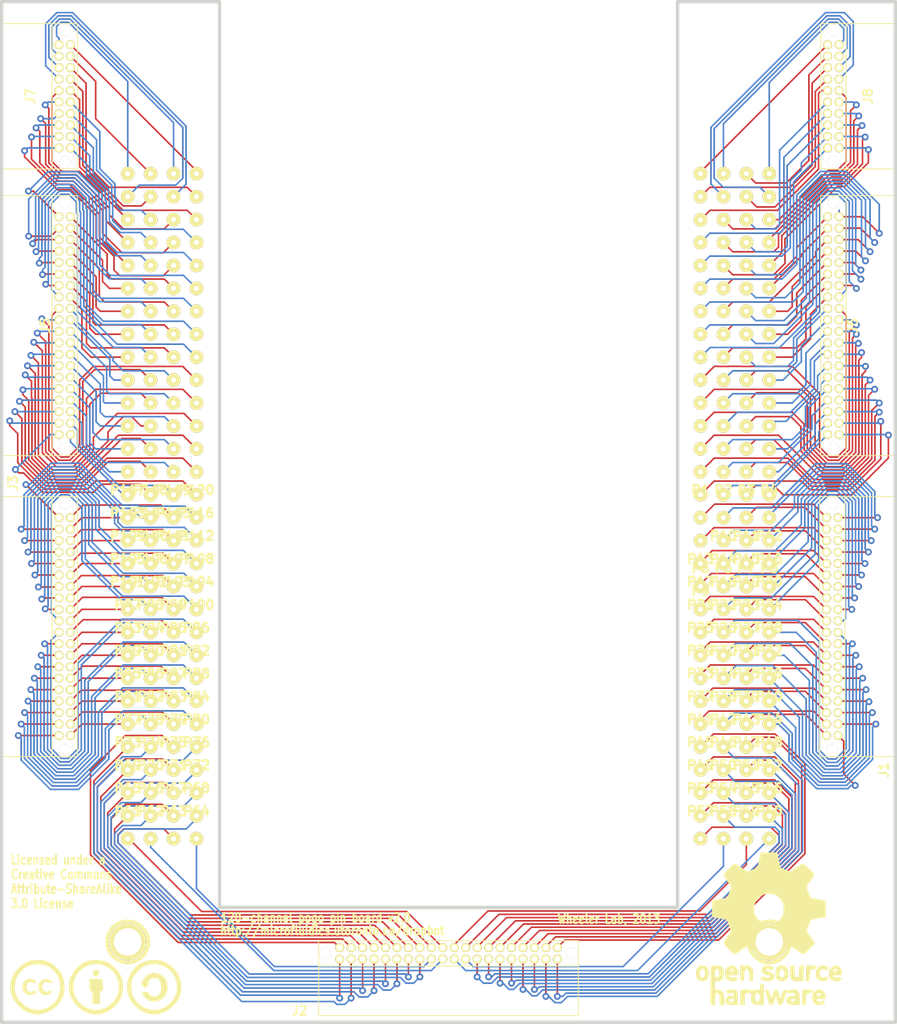
<source format=kicad_pcb>
(kicad_pcb (version 4) (host pcbnew 4.0.7)
  (title_block (title "120-channel pogo pin board") (date 2016-11-18) (rev v2.0))
  (layers (0 Front signal) (31 Back signal) (34 B.Paste user) (35 F.Paste user) (36 B.SilkS user) (37 F.SilkS user) (38 B.Mask user) (39 F.Mask user) (44 Edge.Cuts user))
  (net 0 "")
  (net 1 "Net-(J1-Pad3)")
  (net 2 "Net-(J1-Pad1)")
  (net 3 "Net-(J1-Pad2)")
  (net 4 "Net-(J1-Pad4)")
  (net 5 "Net-(J1-Pad10)")
  (net 6 "Net-(J1-Pad12)")
  (net 7 "Net-(J1-Pad8)")
  (net 8 "Net-(J1-Pad6)")
  (net 9 "Net-(J1-Pad5)")
  (net 10 "Net-(J1-Pad7)")
  (net 11 "Net-(J1-Pad11)")
  (net 12 "Net-(J1-Pad9)")
  (net 13 "Net-(J1-Pad32)")
  (net 14 "Net-(J1-Pad34)")
  (net 15 "Net-(J1-Pad38)")
  (net 16 "Net-(J1-Pad36)")
  (net 17 "Net-(J1-Pad35)")
  (net 18 "Net-(J1-Pad37)")
  (net 19 "Net-(J1-Pad33)")
  (net 20 "Net-(J1-Pad31)")
  (net 21 "Net-(J1-Pad39)")
  (net 22 "Net-(J1-Pad40)")
  (net 23 "Net-(J1-Pad30)")
  (net 24 "Net-(J1-Pad29)")
  (net 25 "Net-(J1-Pad17)")
  (net 26 "Net-(J1-Pad19)")
  (net 27 "Net-(J1-Pad15)")
  (net 28 "Net-(J1-Pad13)")
  (net 29 "Net-(J1-Pad21)")
  (net 30 "Net-(J1-Pad23)")
  (net 31 "Net-(J1-Pad27)")
  (net 32 "Net-(J1-Pad25)")
  (net 33 "Net-(J1-Pad26)")
  (net 34 "Net-(J1-Pad28)")
  (net 35 "Net-(J1-Pad24)")
  (net 36 "Net-(J1-Pad22)")
  (net 37 "Net-(J1-Pad14)")
  (net 38 "Net-(J1-Pad16)")
  (net 39 "Net-(J1-Pad20)")
  (net 40 "Net-(J1-Pad18)")
  (net 41 "Net-(J2-Pad3)")
  (net 42 "Net-(J2-Pad1)")
  (net 43 "Net-(J2-Pad2)")
  (net 44 "Net-(J2-Pad4)")
  (net 45 "Net-(J2-Pad10)")
  (net 46 "Net-(J2-Pad12)")
  (net 47 "Net-(J2-Pad8)")
  (net 48 "Net-(J2-Pad6)")
  (net 49 "Net-(J2-Pad5)")
  (net 50 "Net-(J2-Pad7)")
  (net 51 "Net-(J2-Pad11)")
  (net 52 "Net-(J2-Pad9)")
  (net 53 "Net-(J2-Pad32)")
  (net 54 "Net-(J2-Pad34)")
  (net 55 "Net-(J2-Pad38)")
  (net 56 "Net-(J2-Pad36)")
  (net 57 "Net-(J2-Pad35)")
  (net 58 "Net-(J2-Pad37)")
  (net 59 "Net-(J2-Pad33)")
  (net 60 "Net-(J2-Pad31)")
  (net 61 "Net-(J2-Pad39)")
  (net 62 "Net-(J2-Pad40)")
  (net 63 "Net-(J2-Pad30)")
  (net 64 "Net-(J2-Pad29)")
  (net 65 "Net-(J2-Pad17)")
  (net 66 "Net-(J2-Pad19)")
  (net 67 "Net-(J2-Pad15)")
  (net 68 "Net-(J2-Pad13)")
  (net 69 "Net-(J2-Pad21)")
  (net 70 "Net-(J2-Pad23)")
  (net 71 "Net-(J2-Pad27)")
  (net 72 "Net-(J2-Pad25)")
  (net 73 "Net-(J2-Pad26)")
  (net 74 "Net-(J2-Pad28)")
  (net 75 "Net-(J2-Pad24)")
  (net 76 "Net-(J2-Pad22)")
  (net 77 "Net-(J2-Pad14)")
  (net 78 "Net-(J2-Pad16)")
  (net 79 "Net-(J2-Pad20)")
  (net 80 "Net-(J2-Pad18)")
  (net 81 "Net-(J3-Pad3)")
  (net 82 "Net-(J3-Pad1)")
  (net 83 "Net-(J3-Pad2)")
  (net 84 "Net-(J3-Pad4)")
  (net 85 "Net-(J3-Pad10)")
  (net 86 "Net-(J3-Pad12)")
  (net 87 "Net-(J3-Pad8)")
  (net 88 "Net-(J3-Pad6)")
  (net 89 "Net-(J3-Pad5)")
  (net 90 "Net-(J3-Pad7)")
  (net 91 "Net-(J3-Pad11)")
  (net 92 "Net-(J3-Pad9)")
  (net 93 "Net-(J3-Pad32)")
  (net 94 "Net-(J3-Pad34)")
  (net 95 "Net-(J3-Pad38)")
  (net 96 "Net-(J3-Pad36)")
  (net 97 "Net-(J3-Pad35)")
  (net 98 "Net-(J3-Pad37)")
  (net 99 "Net-(J3-Pad33)")
  (net 100 "Net-(J3-Pad31)")
  (net 101 "Net-(J3-Pad39)")
  (net 102 "Net-(J3-Pad40)")
  (net 103 "Net-(J3-Pad30)")
  (net 104 "Net-(J3-Pad29)")
  (net 105 "Net-(J3-Pad17)")
  (net 106 "Net-(J3-Pad19)")
  (net 107 "Net-(J3-Pad15)")
  (net 108 "Net-(J3-Pad13)")
  (net 109 "Net-(J3-Pad21)")
  (net 110 "Net-(J3-Pad23)")
  (net 111 "Net-(J3-Pad27)")
  (net 112 "Net-(J3-Pad25)")
  (net 113 "Net-(J3-Pad26)")
  (net 114 "Net-(J3-Pad28)")
  (net 115 "Net-(J3-Pad24)")
  (net 116 "Net-(J3-Pad22)")
  (net 117 "Net-(J3-Pad14)")
  (net 118 "Net-(J3-Pad16)")
  (net 119 "Net-(J3-Pad20)")
  (net 120 "Net-(J3-Pad18)")
  (net 121 "Net-(J5-Pad3)")
  (net 122 "Net-(J5-Pad1)")
  (net 123 "Net-(J5-Pad2)")
  (net 124 "Net-(J5-Pad4)")
  (net 125 "Net-(J5-Pad10)")
  (net 126 "Net-(J5-Pad12)")
  (net 127 "Net-(J5-Pad8)")
  (net 128 "Net-(J5-Pad6)")
  (net 129 "Net-(J5-Pad5)")
  (net 130 "Net-(J5-Pad7)")
  (net 131 "Net-(J5-Pad11)")
  (net 132 "Net-(J5-Pad9)")
  (net 133 "Net-(J5-Pad32)")
  (net 134 "Net-(J5-Pad34)")
  (net 135 "Net-(J5-Pad38)")
  (net 136 "Net-(J5-Pad36)")
  (net 137 "Net-(J5-Pad35)")
  (net 138 "Net-(J5-Pad37)")
  (net 139 "Net-(J5-Pad33)")
  (net 140 "Net-(J5-Pad31)")
  (net 141 "Net-(J5-Pad39)")
  (net 142 "Net-(J5-Pad40)")
  (net 143 "Net-(J5-Pad30)")
  (net 144 "Net-(J5-Pad29)")
  (net 145 "Net-(J5-Pad17)")
  (net 146 "Net-(J5-Pad19)")
  (net 147 "Net-(J5-Pad15)")
  (net 148 "Net-(J5-Pad13)")
  (net 149 "Net-(J5-Pad21)")
  (net 150 "Net-(J5-Pad23)")
  (net 151 "Net-(J5-Pad27)")
  (net 152 "Net-(J5-Pad25)")
  (net 153 "Net-(J5-Pad26)")
  (net 154 "Net-(J5-Pad28)")
  (net 155 "Net-(J5-Pad24)")
  (net 156 "Net-(J5-Pad22)")
  (net 157 "Net-(J5-Pad14)")
  (net 158 "Net-(J5-Pad16)")
  (net 159 "Net-(J5-Pad20)")
  (net 160 "Net-(J5-Pad18)")
  (net 161 "Net-(J6-Pad3)")
  (net 162 "Net-(J6-Pad1)")
  (net 163 "Net-(J6-Pad2)")
  (net 164 "Net-(J6-Pad4)")
  (net 165 "Net-(J6-Pad10)")
  (net 166 "Net-(J6-Pad12)")
  (net 167 "Net-(J6-Pad8)")
  (net 168 "Net-(J6-Pad6)")
  (net 169 "Net-(J6-Pad5)")
  (net 170 "Net-(J6-Pad7)")
  (net 171 "Net-(J6-Pad11)")
  (net 172 "Net-(J6-Pad9)")
  (net 173 "Net-(J6-Pad32)")
  (net 174 "Net-(J6-Pad34)")
  (net 175 "Net-(J6-Pad38)")
  (net 176 "Net-(J6-Pad36)")
  (net 177 "Net-(J6-Pad35)")
  (net 178 "Net-(J6-Pad37)")
  (net 179 "Net-(J6-Pad33)")
  (net 180 "Net-(J6-Pad31)")
  (net 181 "Net-(J6-Pad39)")
  (net 182 "Net-(J6-Pad40)")
  (net 183 "Net-(J6-Pad30)")
  (net 184 "Net-(J6-Pad29)")
  (net 185 "Net-(J6-Pad17)")
  (net 186 "Net-(J6-Pad19)")
  (net 187 "Net-(J6-Pad15)")
  (net 188 "Net-(J6-Pad13)")
  (net 189 "Net-(J6-Pad21)")
  (net 190 "Net-(J6-Pad23)")
  (net 191 "Net-(J6-Pad27)")
  (net 192 "Net-(J6-Pad25)")
  (net 193 "Net-(J6-Pad26)")
  (net 194 "Net-(J6-Pad28)")
  (net 195 "Net-(J6-Pad24)")
  (net 196 "Net-(J6-Pad22)")
  (net 197 "Net-(J6-Pad14)")
  (net 198 "Net-(J6-Pad16)")
  (net 199 "Net-(J6-Pad20)")
  (net 200 "Net-(J6-Pad18)")
  (net 201 "Net-(J7-Pad3)")
  (net 202 "Net-(J7-Pad1)")
  (net 203 "Net-(J7-Pad2)")
  (net 204 "Net-(J7-Pad4)")
  (net 205 "Net-(J7-Pad10)")
  (net 206 "Net-(J7-Pad12)")
  (net 207 "Net-(J7-Pad8)")
  (net 208 "Net-(J7-Pad6)")
  (net 209 "Net-(J7-Pad5)")
  (net 210 "Net-(J7-Pad7)")
  (net 211 "Net-(J7-Pad11)")
  (net 212 "Net-(J7-Pad9)")
  (net 213 "Net-(J7-Pad17)")
  (net 214 "Net-(J7-Pad19)")
  (net 215 "Net-(J7-Pad15)")
  (net 216 "Net-(J7-Pad13)")
  (net 217 "Net-(J7-Pad14)")
  (net 218 "Net-(J7-Pad16)")
  (net 219 "Net-(J7-Pad20)")
  (net 220 "Net-(J7-Pad18)")
  (net 221 "Net-(J8-Pad3)")
  (net 222 "Net-(J8-Pad1)")
  (net 223 "Net-(J8-Pad2)")
  (net 224 "Net-(J8-Pad4)")
  (net 225 "Net-(J8-Pad10)")
  (net 226 "Net-(J8-Pad12)")
  (net 227 "Net-(J8-Pad8)")
  (net 228 "Net-(J8-Pad6)")
  (net 229 "Net-(J8-Pad5)")
  (net 230 "Net-(J8-Pad7)")
  (net 231 "Net-(J8-Pad11)")
  (net 232 "Net-(J8-Pad9)")
  (net 233 "Net-(J8-Pad17)")
  (net 234 "Net-(J8-Pad19)")
  (net 235 "Net-(J8-Pad15)")
  (net 236 "Net-(J8-Pad13)")
  (net 237 "Net-(J8-Pad14)")
  (net 238 "Net-(J8-Pad16)")
  (net 239 "Net-(J8-Pad20)")
  (net 240 "Net-(J8-Pad18)")
  (module 1pin (layer Front) (at 50.8 171.45)
    (fp_text reference H4 hide)
    (fp_text value H4 hide)
    (pad 1 thru_hole circle (at 0 0) (size 4.064 4.064) (drill 3.048) (layers *.Cu *.Mask F.SilkS))
  )
  (module 1pin (layer Front) (at 121.92 171.45)
    (fp_text reference H3 hide)
    (fp_text value H3 hide)
    (pad 1 thru_hole circle (at 0 0) (size 4.064 4.064) (drill 3.048) (layers *.Cu *.Mask F.SilkS))
  )
  (module TFML-120-01-XXX-D-RA (layer Front) (at 43.815 136.525 90)
    (fp_text reference J3 (at 15.875 -5.715 90) (layer F.SilkS) (effects (font (size 1.016 1.016) (thickness 0.2032))))
    (fp_text value CONN_40 hide)
    (pad "" thru_hole circle (at -13.6525 0 90) (size 1.27 1.27) (drill 1.27) (layers *.Cu *.Mask F.SilkS))
    (pad "" thru_hole circle (at 13.6525 0 90) (size 1.27 1.27) (drill 1.27) (layers *.Cu *.Mask F.SilkS))
    (pad 3 thru_hole circle (at -10.795 0.635 90) (size 1.00076 1.00076) (drill 0.635) (layers *.Cu *.Mask F.SilkS) (net 81 "Net-(J3-Pad3)"))
    (pad 1 thru_hole circle (at -12.065 0.635 90) (size 1.00076 1.00076) (drill 0.635) (layers *.Cu *.Mask F.SilkS) (net 82 "Net-(J3-Pad1)"))
    (pad 2 thru_hole circle (at -12.065 -0.635 90) (size 1.00076 1.00076) (drill 0.635) (layers *.Cu *.Mask F.SilkS) (net 83 "Net-(J3-Pad2)"))
    (pad 4 thru_hole circle (at -10.795 -0.635 90) (size 1.00076 1.00076) (drill 0.635) (layers *.Cu *.Mask F.SilkS) (net 84 "Net-(J3-Pad4)"))
    (pad 10 thru_hole circle (at -6.985 -0.635 90) (size 1.00076 1.00076) (drill 0.635) (layers *.Cu *.Mask F.SilkS) (net 85 "Net-(J3-Pad10)"))
    (pad 12 thru_hole circle (at -5.715 -0.635 90) (size 1.00076 1.00076) (drill 0.635) (layers *.Cu *.Mask F.SilkS) (net 86 "Net-(J3-Pad12)"))
    (pad 8 thru_hole circle (at -8.255 -0.635 90) (size 1.00076 1.00076) (drill 0.635) (layers *.Cu *.Mask F.SilkS) (net 87 "Net-(J3-Pad8)"))
    (pad 6 thru_hole circle (at -9.525 -0.635 90) (size 1.00076 1.00076) (drill 0.635) (layers *.Cu *.Mask F.SilkS) (net 88 "Net-(J3-Pad6)"))
    (pad 5 thru_hole circle (at -9.525 0.635 90) (size 1.00076 1.00076) (drill 0.635) (layers *.Cu *.Mask F.SilkS) (net 89 "Net-(J3-Pad5)"))
    (pad 7 thru_hole circle (at -8.255 0.635 90) (size 1.00076 1.00076) (drill 0.635) (layers *.Cu *.Mask F.SilkS) (net 90 "Net-(J3-Pad7)"))
    (pad 11 thru_hole circle (at -5.715 0.635 90) (size 1.00076 1.00076) (drill 0.635) (layers *.Cu *.Mask F.SilkS) (net 91 "Net-(J3-Pad11)"))
    (pad 9 thru_hole circle (at -6.985 0.635 90) (size 1.00076 1.00076) (drill 0.635) (layers *.Cu *.Mask F.SilkS) (net 92 "Net-(J3-Pad9)"))
    (pad 32 thru_hole circle (at 6.985 -0.635 90) (size 1.00076 1.00076) (drill 0.635) (layers *.Cu *.Mask F.SilkS) (net 93 "Net-(J3-Pad32)"))
    (pad 34 thru_hole circle (at 8.255 -0.635 90) (size 1.00076 1.00076) (drill 0.635) (layers *.Cu *.Mask F.SilkS) (net 94 "Net-(J3-Pad34)"))
    (pad 38 thru_hole circle (at 10.795 -0.635 90) (size 1.00076 1.00076) (drill 0.635) (layers *.Cu *.Mask F.SilkS) (net 95 "Net-(J3-Pad38)"))
    (pad 36 thru_hole circle (at 9.525 -0.635 90) (size 1.00076 1.00076) (drill 0.635) (layers *.Cu *.Mask F.SilkS) (net 96 "Net-(J3-Pad36)"))
    (pad 35 thru_hole circle (at 9.525 0.635 90) (size 1.00076 1.00076) (drill 0.635) (layers *.Cu *.Mask F.SilkS) (net 97 "Net-(J3-Pad35)"))
    (pad 37 thru_hole circle (at 10.795 0.635 90) (size 1.00076 1.00076) (drill 0.635) (layers *.Cu *.Mask F.SilkS) (net 98 "Net-(J3-Pad37)"))
    (pad 33 thru_hole circle (at 8.255 0.635 90) (size 1.00076 1.00076) (drill 0.635) (layers *.Cu *.Mask F.SilkS) (net 99 "Net-(J3-Pad33)"))
    (pad 31 thru_hole circle (at 6.985 0.635 90) (size 1.00076 1.00076) (drill 0.635) (layers *.Cu *.Mask F.SilkS) (net 100 "Net-(J3-Pad31)"))
    (pad 39 thru_hole circle (at 12.065 0.635 90) (size 1.00076 1.00076) (drill 0.635) (layers *.Cu *.Mask F.SilkS) (net 101 "Net-(J3-Pad39)"))
    (pad 40 thru_hole circle (at 12.065 -0.635 90) (size 1.00076 1.00076) (drill 0.635) (layers *.Cu *.Mask F.SilkS) (net 102 "Net-(J3-Pad40)"))
    (pad 30 thru_hole circle (at 5.715 -0.635 90) (size 1.00076 1.00076) (drill 0.635) (layers *.Cu *.Mask F.SilkS) (net 103 "Net-(J3-Pad30)"))
    (pad 29 thru_hole circle (at 5.715 0.635 90) (size 1.00076 1.00076) (drill 0.635) (layers *.Cu *.Mask F.SilkS) (net 104 "Net-(J3-Pad29)"))
    (pad 17 thru_hole circle (at -1.905 0.635 90) (size 1.00076 1.00076) (drill 0.635) (layers *.Cu *.Mask F.SilkS) (net 105 "Net-(J3-Pad17)"))
    (pad 19 thru_hole circle (at -0.635 0.635 90) (size 1.00076 1.00076) (drill 0.635) (layers *.Cu *.Mask F.SilkS) (net 106 "Net-(J3-Pad19)"))
    (pad 15 thru_hole circle (at -3.175 0.635 90) (size 1.00076 1.00076) (drill 0.635) (layers *.Cu *.Mask F.SilkS) (net 107 "Net-(J3-Pad15)"))
    (pad 13 thru_hole circle (at -4.445 0.635 90) (size 1.00076 1.00076) (drill 0.635) (layers *.Cu *.Mask F.SilkS) (net 108 "Net-(J3-Pad13)"))
    (pad 21 thru_hole circle (at 0.635 0.635 90) (size 1.00076 1.00076) (drill 0.635) (layers *.Cu *.Mask F.SilkS) (net 109 "Net-(J3-Pad21)"))
    (pad 23 thru_hole circle (at 1.905 0.635 90) (size 1.00076 1.00076) (drill 0.635) (layers *.Cu *.Mask F.SilkS) (net 110 "Net-(J3-Pad23)"))
    (pad 27 thru_hole circle (at 4.445 0.635 90) (size 1.00076 1.00076) (drill 0.635) (layers *.Cu *.Mask F.SilkS) (net 111 "Net-(J3-Pad27)"))
    (pad 25 thru_hole circle (at 3.175 0.635 90) (size 1.00076 1.00076) (drill 0.635) (layers *.Cu *.Mask F.SilkS) (net 112 "Net-(J3-Pad25)"))
    (pad 26 thru_hole circle (at 3.175 -0.635 90) (size 1.00076 1.00076) (drill 0.635) (layers *.Cu *.Mask F.SilkS) (net 113 "Net-(J3-Pad26)"))
    (pad 28 thru_hole circle (at 4.445 -0.635 90) (size 1.00076 1.00076) (drill 0.635) (layers *.Cu *.Mask F.SilkS) (net 114 "Net-(J3-Pad28)"))
    (pad 24 thru_hole circle (at 1.905 -0.635 90) (size 1.00076 1.00076) (drill 0.635) (layers *.Cu *.Mask F.SilkS) (net 115 "Net-(J3-Pad24)"))
    (pad 22 thru_hole circle (at 0.635 -0.635 90) (size 1.00076 1.00076) (drill 0.635) (layers *.Cu *.Mask F.SilkS) (net 116 "Net-(J3-Pad22)"))
    (pad 14 thru_hole circle (at -4.445 -0.635 90) (size 1.00076 1.00076) (drill 0.635) (layers *.Cu *.Mask F.SilkS) (net 117 "Net-(J3-Pad14)"))
    (pad 16 thru_hole circle (at -3.175 -0.635 90) (size 1.00076 1.00076) (drill 0.635) (layers *.Cu *.Mask F.SilkS) (net 118 "Net-(J3-Pad16)"))
    (pad 20 thru_hole circle (at -0.635 -0.635 90) (size 1.00076 1.00076) (drill 0.635) (layers *.Cu *.Mask F.SilkS) (net 119 "Net-(J3-Pad20)"))
    (pad 18 thru_hole circle (at -1.905 -0.635 90) (size 1.00076 1.00076) (drill 0.635) (layers *.Cu *.Mask F.SilkS) (net 120 "Net-(J3-Pad18)"))
  )
  (module TFML-120-01-XXX-D-RA (layer Front) (at 128.905 136.525 270)
    (fp_text reference J1 (at 15.875 -5.715 270) (layer F.SilkS) (effects (font (size 1.016 1.016) (thickness 0.2032))))
    (fp_text value CONN_40 hide)
    (pad "" thru_hole circle (at -13.6525 0 270) (size 1.27 1.27) (drill 1.27) (layers *.Cu *.Mask F.SilkS))
    (pad "" thru_hole circle (at 13.6525 0 270) (size 1.27 1.27) (drill 1.27) (layers *.Cu *.Mask F.SilkS))
    (pad 3 thru_hole circle (at -10.795 0.635 270) (size 1.00076 1.00076) (drill 0.635) (layers *.Cu *.Mask F.SilkS) (net 1 "Net-(J1-Pad3)"))
    (pad 1 thru_hole circle (at -12.065 0.635 270) (size 1.00076 1.00076) (drill 0.635) (layers *.Cu *.Mask F.SilkS) (net 2 "Net-(J1-Pad1)"))
    (pad 2 thru_hole circle (at -12.065 -0.635 270) (size 1.00076 1.00076) (drill 0.635) (layers *.Cu *.Mask F.SilkS) (net 3 "Net-(J1-Pad2)"))
    (pad 4 thru_hole circle (at -10.795 -0.635 270) (size 1.00076 1.00076) (drill 0.635) (layers *.Cu *.Mask F.SilkS) (net 4 "Net-(J1-Pad4)"))
    (pad 10 thru_hole circle (at -6.985 -0.635 270) (size 1.00076 1.00076) (drill 0.635) (layers *.Cu *.Mask F.SilkS) (net 5 "Net-(J1-Pad10)"))
    (pad 12 thru_hole circle (at -5.715 -0.635 270) (size 1.00076 1.00076) (drill 0.635) (layers *.Cu *.Mask F.SilkS) (net 6 "Net-(J1-Pad12)"))
    (pad 8 thru_hole circle (at -8.255 -0.635 270) (size 1.00076 1.00076) (drill 0.635) (layers *.Cu *.Mask F.SilkS) (net 7 "Net-(J1-Pad8)"))
    (pad 6 thru_hole circle (at -9.525 -0.635 270) (size 1.00076 1.00076) (drill 0.635) (layers *.Cu *.Mask F.SilkS) (net 8 "Net-(J1-Pad6)"))
    (pad 5 thru_hole circle (at -9.525 0.635 270) (size 1.00076 1.00076) (drill 0.635) (layers *.Cu *.Mask F.SilkS) (net 9 "Net-(J1-Pad5)"))
    (pad 7 thru_hole circle (at -8.255 0.635 270) (size 1.00076 1.00076) (drill 0.635) (layers *.Cu *.Mask F.SilkS) (net 10 "Net-(J1-Pad7)"))
    (pad 11 thru_hole circle (at -5.715 0.635 270) (size 1.00076 1.00076) (drill 0.635) (layers *.Cu *.Mask F.SilkS) (net 11 "Net-(J1-Pad11)"))
    (pad 9 thru_hole circle (at -6.985 0.635 270) (size 1.00076 1.00076) (drill 0.635) (layers *.Cu *.Mask F.SilkS) (net 12 "Net-(J1-Pad9)"))
    (pad 32 thru_hole circle (at 6.985 -0.635 270) (size 1.00076 1.00076) (drill 0.635) (layers *.Cu *.Mask F.SilkS) (net 13 "Net-(J1-Pad32)"))
    (pad 34 thru_hole circle (at 8.255 -0.635 270) (size 1.00076 1.00076) (drill 0.635) (layers *.Cu *.Mask F.SilkS) (net 14 "Net-(J1-Pad34)"))
    (pad 38 thru_hole circle (at 10.795 -0.635 270) (size 1.00076 1.00076) (drill 0.635) (layers *.Cu *.Mask F.SilkS) (net 15 "Net-(J1-Pad38)"))
    (pad 36 thru_hole circle (at 9.525 -0.635 270) (size 1.00076 1.00076) (drill 0.635) (layers *.Cu *.Mask F.SilkS) (net 16 "Net-(J1-Pad36)"))
    (pad 35 thru_hole circle (at 9.525 0.635 270) (size 1.00076 1.00076) (drill 0.635) (layers *.Cu *.Mask F.SilkS) (net 17 "Net-(J1-Pad35)"))
    (pad 37 thru_hole circle (at 10.795 0.635 270) (size 1.00076 1.00076) (drill 0.635) (layers *.Cu *.Mask F.SilkS) (net 18 "Net-(J1-Pad37)"))
    (pad 33 thru_hole circle (at 8.255 0.635 270) (size 1.00076 1.00076) (drill 0.635) (layers *.Cu *.Mask F.SilkS) (net 19 "Net-(J1-Pad33)"))
    (pad 31 thru_hole circle (at 6.985 0.635 270) (size 1.00076 1.00076) (drill 0.635) (layers *.Cu *.Mask F.SilkS) (net 20 "Net-(J1-Pad31)"))
    (pad 39 thru_hole circle (at 12.065 0.635 270) (size 1.00076 1.00076) (drill 0.635) (layers *.Cu *.Mask F.SilkS) (net 21 "Net-(J1-Pad39)"))
    (pad 40 thru_hole circle (at 12.065 -0.635 270) (size 1.00076 1.00076) (drill 0.635) (layers *.Cu *.Mask F.SilkS) (net 22 "Net-(J1-Pad40)"))
    (pad 30 thru_hole circle (at 5.715 -0.635 270) (size 1.00076 1.00076) (drill 0.635) (layers *.Cu *.Mask F.SilkS) (net 23 "Net-(J1-Pad30)"))
    (pad 29 thru_hole circle (at 5.715 0.635 270) (size 1.00076 1.00076) (drill 0.635) (layers *.Cu *.Mask F.SilkS) (net 24 "Net-(J1-Pad29)"))
    (pad 17 thru_hole circle (at -1.905 0.635 270) (size 1.00076 1.00076) (drill 0.635) (layers *.Cu *.Mask F.SilkS) (net 25 "Net-(J1-Pad17)"))
    (pad 19 thru_hole circle (at -0.635 0.635 270) (size 1.00076 1.00076) (drill 0.635) (layers *.Cu *.Mask F.SilkS) (net 26 "Net-(J1-Pad19)"))
    (pad 15 thru_hole circle (at -3.175 0.635 270) (size 1.00076 1.00076) (drill 0.635) (layers *.Cu *.Mask F.SilkS) (net 27 "Net-(J1-Pad15)"))
    (pad 13 thru_hole circle (at -4.445 0.635 270) (size 1.00076 1.00076) (drill 0.635) (layers *.Cu *.Mask F.SilkS) (net 28 "Net-(J1-Pad13)"))
    (pad 21 thru_hole circle (at 0.635 0.635 270) (size 1.00076 1.00076) (drill 0.635) (layers *.Cu *.Mask F.SilkS) (net 29 "Net-(J1-Pad21)"))
    (pad 23 thru_hole circle (at 1.905 0.635 270) (size 1.00076 1.00076) (drill 0.635) (layers *.Cu *.Mask F.SilkS) (net 30 "Net-(J1-Pad23)"))
    (pad 27 thru_hole circle (at 4.445 0.635 270) (size 1.00076 1.00076) (drill 0.635) (layers *.Cu *.Mask F.SilkS) (net 31 "Net-(J1-Pad27)"))
    (pad 25 thru_hole circle (at 3.175 0.635 270) (size 1.00076 1.00076) (drill 0.635) (layers *.Cu *.Mask F.SilkS) (net 32 "Net-(J1-Pad25)"))
    (pad 26 thru_hole circle (at 3.175 -0.635 270) (size 1.00076 1.00076) (drill 0.635) (layers *.Cu *.Mask F.SilkS) (net 33 "Net-(J1-Pad26)"))
    (pad 28 thru_hole circle (at 4.445 -0.635 270) (size 1.00076 1.00076) (drill 0.635) (layers *.Cu *.Mask F.SilkS) (net 34 "Net-(J1-Pad28)"))
    (pad 24 thru_hole circle (at 1.905 -0.635 270) (size 1.00076 1.00076) (drill 0.635) (layers *.Cu *.Mask F.SilkS) (net 35 "Net-(J1-Pad24)"))
    (pad 22 thru_hole circle (at 0.635 -0.635 270) (size 1.00076 1.00076) (drill 0.635) (layers *.Cu *.Mask F.SilkS) (net 36 "Net-(J1-Pad22)"))
    (pad 14 thru_hole circle (at -4.445 -0.635 270) (size 1.00076 1.00076) (drill 0.635) (layers *.Cu *.Mask F.SilkS) (net 37 "Net-(J1-Pad14)"))
    (pad 16 thru_hole circle (at -3.175 -0.635 270) (size 1.00076 1.00076) (drill 0.635) (layers *.Cu *.Mask F.SilkS) (net 38 "Net-(J1-Pad16)"))
    (pad 20 thru_hole circle (at -0.635 -0.635 270) (size 1.00076 1.00076) (drill 0.635) (layers *.Cu *.Mask F.SilkS) (net 39 "Net-(J1-Pad20)"))
    (pad 18 thru_hole circle (at -1.905 -0.635 270) (size 1.00076 1.00076) (drill 0.635) (layers *.Cu *.Mask F.SilkS) (net 40 "Net-(J1-Pad18)"))
  )
  (module TFML-120-01-XXX-D-RA (layer Front) (at 86.36 172.72 180)
    (fp_text reference J2 (at 16.51 -6.35 180) (layer F.SilkS) (effects (font (size 1.016 1.016) (thickness 0.2032))))
    (fp_text value CONN_40 hide)
    (pad "" thru_hole circle (at -13.6525 0 180) (size 1.27 1.27) (drill 1.27) (layers *.Cu *.Mask F.SilkS))
    (pad "" thru_hole circle (at 13.6525 0 180) (size 1.27 1.27) (drill 1.27) (layers *.Cu *.Mask F.SilkS))
    (pad 3 thru_hole circle (at -10.795 0.635 180) (size 1.00076 1.00076) (drill 0.635) (layers *.Cu *.Mask F.SilkS) (net 41 "Net-(J2-Pad3)"))
    (pad 1 thru_hole circle (at -12.065 0.635 180) (size 1.00076 1.00076) (drill 0.635) (layers *.Cu *.Mask F.SilkS) (net 42 "Net-(J2-Pad1)"))
    (pad 2 thru_hole circle (at -12.065 -0.635 180) (size 1.00076 1.00076) (drill 0.635) (layers *.Cu *.Mask F.SilkS) (net 43 "Net-(J2-Pad2)"))
    (pad 4 thru_hole circle (at -10.795 -0.635 180) (size 1.00076 1.00076) (drill 0.635) (layers *.Cu *.Mask F.SilkS) (net 44 "Net-(J2-Pad4)"))
    (pad 10 thru_hole circle (at -6.985 -0.635 180) (size 1.00076 1.00076) (drill 0.635) (layers *.Cu *.Mask F.SilkS) (net 45 "Net-(J2-Pad10)"))
    (pad 12 thru_hole circle (at -5.715 -0.635 180) (size 1.00076 1.00076) (drill 0.635) (layers *.Cu *.Mask F.SilkS) (net 46 "Net-(J2-Pad12)"))
    (pad 8 thru_hole circle (at -8.255 -0.635 180) (size 1.00076 1.00076) (drill 0.635) (layers *.Cu *.Mask F.SilkS) (net 47 "Net-(J2-Pad8)"))
    (pad 6 thru_hole circle (at -9.525 -0.635 180) (size 1.00076 1.00076) (drill 0.635) (layers *.Cu *.Mask F.SilkS) (net 48 "Net-(J2-Pad6)"))
    (pad 5 thru_hole circle (at -9.525 0.635 180) (size 1.00076 1.00076) (drill 0.635) (layers *.Cu *.Mask F.SilkS) (net 49 "Net-(J2-Pad5)"))
    (pad 7 thru_hole circle (at -8.255 0.635 180) (size 1.00076 1.00076) (drill 0.635) (layers *.Cu *.Mask F.SilkS) (net 50 "Net-(J2-Pad7)"))
    (pad 11 thru_hole circle (at -5.715 0.635 180) (size 1.00076 1.00076) (drill 0.635) (layers *.Cu *.Mask F.SilkS) (net 51 "Net-(J2-Pad11)"))
    (pad 9 thru_hole circle (at -6.985 0.635 180) (size 1.00076 1.00076) (drill 0.635) (layers *.Cu *.Mask F.SilkS) (net 52 "Net-(J2-Pad9)"))
    (pad 32 thru_hole circle (at 6.985 -0.635 180) (size 1.00076 1.00076) (drill 0.635) (layers *.Cu *.Mask F.SilkS) (net 53 "Net-(J2-Pad32)"))
    (pad 34 thru_hole circle (at 8.255 -0.635 180) (size 1.00076 1.00076) (drill 0.635) (layers *.Cu *.Mask F.SilkS) (net 54 "Net-(J2-Pad34)"))
    (pad 38 thru_hole circle (at 10.795 -0.635 180) (size 1.00076 1.00076) (drill 0.635) (layers *.Cu *.Mask F.SilkS) (net 55 "Net-(J2-Pad38)"))
    (pad 36 thru_hole circle (at 9.525 -0.635 180) (size 1.00076 1.00076) (drill 0.635) (layers *.Cu *.Mask F.SilkS) (net 56 "Net-(J2-Pad36)"))
    (pad 35 thru_hole circle (at 9.525 0.635 180) (size 1.00076 1.00076) (drill 0.635) (layers *.Cu *.Mask F.SilkS) (net 57 "Net-(J2-Pad35)"))
    (pad 37 thru_hole circle (at 10.795 0.635 180) (size 1.00076 1.00076) (drill 0.635) (layers *.Cu *.Mask F.SilkS) (net 58 "Net-(J2-Pad37)"))
    (pad 33 thru_hole circle (at 8.255 0.635 180) (size 1.00076 1.00076) (drill 0.635) (layers *.Cu *.Mask F.SilkS) (net 59 "Net-(J2-Pad33)"))
    (pad 31 thru_hole circle (at 6.985 0.635 180) (size 1.00076 1.00076) (drill 0.635) (layers *.Cu *.Mask F.SilkS) (net 60 "Net-(J2-Pad31)"))
    (pad 39 thru_hole circle (at 12.065 0.635 180) (size 1.00076 1.00076) (drill 0.635) (layers *.Cu *.Mask F.SilkS) (net 61 "Net-(J2-Pad39)"))
    (pad 40 thru_hole circle (at 12.065 -0.635 180) (size 1.00076 1.00076) (drill 0.635) (layers *.Cu *.Mask F.SilkS) (net 62 "Net-(J2-Pad40)"))
    (pad 30 thru_hole circle (at 5.715 -0.635 180) (size 1.00076 1.00076) (drill 0.635) (layers *.Cu *.Mask F.SilkS) (net 63 "Net-(J2-Pad30)"))
    (pad 29 thru_hole circle (at 5.715 0.635 180) (size 1.00076 1.00076) (drill 0.635) (layers *.Cu *.Mask F.SilkS) (net 64 "Net-(J2-Pad29)"))
    (pad 17 thru_hole circle (at -1.905 0.635 180) (size 1.00076 1.00076) (drill 0.635) (layers *.Cu *.Mask F.SilkS) (net 65 "Net-(J2-Pad17)"))
    (pad 19 thru_hole circle (at -0.635 0.635 180) (size 1.00076 1.00076) (drill 0.635) (layers *.Cu *.Mask F.SilkS) (net 66 "Net-(J2-Pad19)"))
    (pad 15 thru_hole circle (at -3.175 0.635 180) (size 1.00076 1.00076) (drill 0.635) (layers *.Cu *.Mask F.SilkS) (net 67 "Net-(J2-Pad15)"))
    (pad 13 thru_hole circle (at -4.445 0.635 180) (size 1.00076 1.00076) (drill 0.635) (layers *.Cu *.Mask F.SilkS) (net 68 "Net-(J2-Pad13)"))
    (pad 21 thru_hole circle (at 0.635 0.635 180) (size 1.00076 1.00076) (drill 0.635) (layers *.Cu *.Mask F.SilkS) (net 69 "Net-(J2-Pad21)"))
    (pad 23 thru_hole circle (at 1.905 0.635 180) (size 1.00076 1.00076) (drill 0.635) (layers *.Cu *.Mask F.SilkS) (net 70 "Net-(J2-Pad23)"))
    (pad 27 thru_hole circle (at 4.445 0.635 180) (size 1.00076 1.00076) (drill 0.635) (layers *.Cu *.Mask F.SilkS) (net 71 "Net-(J2-Pad27)"))
    (pad 25 thru_hole circle (at 3.175 0.635 180) (size 1.00076 1.00076) (drill 0.635) (layers *.Cu *.Mask F.SilkS) (net 72 "Net-(J2-Pad25)"))
    (pad 26 thru_hole circle (at 3.175 -0.635 180) (size 1.00076 1.00076) (drill 0.635) (layers *.Cu *.Mask F.SilkS) (net 73 "Net-(J2-Pad26)"))
    (pad 28 thru_hole circle (at 4.445 -0.635 180) (size 1.00076 1.00076) (drill 0.635) (layers *.Cu *.Mask F.SilkS) (net 74 "Net-(J2-Pad28)"))
    (pad 24 thru_hole circle (at 1.905 -0.635 180) (size 1.00076 1.00076) (drill 0.635) (layers *.Cu *.Mask F.SilkS) (net 75 "Net-(J2-Pad24)"))
    (pad 22 thru_hole circle (at 0.635 -0.635 180) (size 1.00076 1.00076) (drill 0.635) (layers *.Cu *.Mask F.SilkS) (net 76 "Net-(J2-Pad22)"))
    (pad 14 thru_hole circle (at -4.445 -0.635 180) (size 1.00076 1.00076) (drill 0.635) (layers *.Cu *.Mask F.SilkS) (net 77 "Net-(J2-Pad14)"))
    (pad 16 thru_hole circle (at -3.175 -0.635 180) (size 1.00076 1.00076) (drill 0.635) (layers *.Cu *.Mask F.SilkS) (net 78 "Net-(J2-Pad16)"))
    (pad 20 thru_hole circle (at -0.635 -0.635 180) (size 1.00076 1.00076) (drill 0.635) (layers *.Cu *.Mask F.SilkS) (net 79 "Net-(J2-Pad20)"))
    (pad 18 thru_hole circle (at -1.905 -0.635 180) (size 1.00076 1.00076) (drill 0.635) (layers *.Cu *.Mask F.SilkS) (net 80 "Net-(J2-Pad18)"))
  )
  (module CC_A_SA_LOGO (layer Front) (at 47.3075 176.4665)
    (fp_text reference G*** hide)
    (fp_text value LOGO hide)
  )
  (module OSHW_LOGO (layer Front) (at 121.92 170.053)
    (fp_text reference G*** hide)
    (fp_text value LOGO hide)
  )
  (module pogo_pin (layer Front) (at 114.3 124.46)
    (fp_text reference P1 (at 0 -3.048) (layer F.SilkS) (effects (font (size 1.016 1.016) (thickness 0.254))))
    (fp_text value CONN_01X01 hide)
    (pad 1 thru_hole circle (at 0 0) (size 1.524 1.524) (drill 0.55) (layers *.Cu *.Mask F.SilkS) (net 2 "Net-(J1-Pad1)"))
  )
  (module pogo_pin (layer Front) (at 116.84 124.46)
    (fp_text reference P2 (at 0 -3.048) (layer F.SilkS) (effects (font (size 1.016 1.016) (thickness 0.254))))
    (fp_text value CONN_01X01 hide)
    (pad 1 thru_hole circle (at 0 0) (size 1.524 1.524) (drill 0.55) (layers *.Cu *.Mask F.SilkS) (net 3 "Net-(J1-Pad2)"))
  )
  (module pogo_pin (layer Front) (at 119.38 124.46)
    (fp_text reference P3 (at 0 -3.048) (layer F.SilkS) (effects (font (size 1.016 1.016) (thickness 0.254))))
    (fp_text value CONN_01X01 hide)
    (pad 1 thru_hole circle (at 0 0) (size 1.524 1.524) (drill 0.55) (layers *.Cu *.Mask F.SilkS) (net 1 "Net-(J1-Pad3)"))
  )
  (module pogo_pin (layer Front) (at 121.92 124.46)
    (fp_text reference P4 (at 0 -3.048) (layer F.SilkS) (effects (font (size 1.016 1.016) (thickness 0.254))))
    (fp_text value CONN_01X01 hide)
    (pad 1 thru_hole circle (at 0 0) (size 1.524 1.524) (drill 0.55) (layers *.Cu *.Mask F.SilkS) (net 4 "Net-(J1-Pad4)"))
  )
  (module pogo_pin (layer Front) (at 114.3 127 180)
    (fp_text reference P5 (at 0 -3.048 180) (layer F.SilkS) (effects (font (size 1.016 1.016) (thickness 0.254))))
    (fp_text value CONN_01X01 hide)
    (pad 1 thru_hole circle (at 0 0 180) (size 1.524 1.524) (drill 0.55) (layers *.Cu *.Mask F.SilkS) (net 9 "Net-(J1-Pad5)"))
  )
  (module pogo_pin (layer Front) (at 116.84 127 180)
    (fp_text reference P6 (at 0 -3.048 180) (layer F.SilkS) (effects (font (size 1.016 1.016) (thickness 0.254))))
    (fp_text value CONN_01X01 hide)
    (pad 1 thru_hole circle (at 0 0 180) (size 1.524 1.524) (drill 0.55) (layers *.Cu *.Mask F.SilkS) (net 8 "Net-(J1-Pad6)"))
  )
  (module pogo_pin (layer Front) (at 119.38 127 180)
    (fp_text reference P7 (at 0 -3.048 180) (layer F.SilkS) (effects (font (size 1.016 1.016) (thickness 0.254))))
    (fp_text value CONN_01X01 hide)
    (pad 1 thru_hole circle (at 0 0 180) (size 1.524 1.524) (drill 0.55) (layers *.Cu *.Mask F.SilkS) (net 10 "Net-(J1-Pad7)"))
  )
  (module pogo_pin (layer Front) (at 121.92 127 180)
    (fp_text reference P8 (at 0 -3.048 180) (layer F.SilkS) (effects (font (size 1.016 1.016) (thickness 0.254))))
    (fp_text value CONN_01X01 hide)
    (pad 1 thru_hole circle (at 0 0 180) (size 1.524 1.524) (drill 0.55) (layers *.Cu *.Mask F.SilkS) (net 7 "Net-(J1-Pad8)"))
  )
  (module pogo_pin (layer Front) (at 114.3 129.54 180)
    (fp_text reference P9 (at 0 -3.048 180) (layer F.SilkS) (effects (font (size 1.016 1.016) (thickness 0.254))))
    (fp_text value CONN_01X01 hide)
    (pad 1 thru_hole circle (at 0 0 180) (size 1.524 1.524) (drill 0.55) (layers *.Cu *.Mask F.SilkS) (net 12 "Net-(J1-Pad9)"))
  )
  (module pogo_pin (layer Front) (at 116.84 129.54)
    (fp_text reference P10 (at 0 -3.048) (layer F.SilkS) (effects (font (size 1.016 1.016) (thickness 0.254))))
    (fp_text value CONN_01X01 hide)
    (pad 1 thru_hole circle (at 0 0) (size 1.524 1.524) (drill 0.55) (layers *.Cu *.Mask F.SilkS) (net 5 "Net-(J1-Pad10)"))
  )
  (module pogo_pin (layer Front) (at 119.38 129.54)
    (fp_text reference P11 (at 0 -3.048) (layer F.SilkS) (effects (font (size 1.016 1.016) (thickness 0.254))))
    (fp_text value CONN_01X01 hide)
    (pad 1 thru_hole circle (at 0 0) (size 1.524 1.524) (drill 0.55) (layers *.Cu *.Mask F.SilkS) (net 11 "Net-(J1-Pad11)"))
  )
  (module pogo_pin (layer Front) (at 121.92 129.54)
    (fp_text reference P12 (at 0 -3.048) (layer F.SilkS) (effects (font (size 1.016 1.016) (thickness 0.254))))
    (fp_text value CONN_01X01 hide)
    (pad 1 thru_hole circle (at 0 0) (size 1.524 1.524) (drill 0.55) (layers *.Cu *.Mask F.SilkS) (net 6 "Net-(J1-Pad12)"))
  )
  (module pogo_pin (layer Front) (at 114.3 132.08)
    (fp_text reference P13 (at 0 -3.048) (layer F.SilkS) (effects (font (size 1.016 1.016) (thickness 0.254))))
    (fp_text value CONN_01X01 hide)
    (pad 1 thru_hole circle (at 0 0) (size 1.524 1.524) (drill 0.55) (layers *.Cu *.Mask F.SilkS) (net 28 "Net-(J1-Pad13)"))
  )
  (module pogo_pin (layer Front) (at 116.84 132.08)
    (fp_text reference P14 (at 0 -3.048) (layer F.SilkS) (effects (font (size 1.016 1.016) (thickness 0.254))))
    (fp_text value CONN_01X01 hide)
    (pad 1 thru_hole circle (at 0 0) (size 1.524 1.524) (drill 0.55) (layers *.Cu *.Mask F.SilkS) (net 37 "Net-(J1-Pad14)"))
  )
  (module pogo_pin (layer Front) (at 119.38 132.08)
    (fp_text reference P15 (at 0 -3.048) (layer F.SilkS) (effects (font (size 1.016 1.016) (thickness 0.254))))
    (fp_text value CONN_01X01 hide)
    (pad 1 thru_hole circle (at 0 0) (size 1.524 1.524) (drill 0.55) (layers *.Cu *.Mask F.SilkS) (net 27 "Net-(J1-Pad15)"))
  )
  (module pogo_pin (layer Front) (at 121.92 132.08)
    (fp_text reference P16 (at 0 -3.048) (layer F.SilkS) (effects (font (size 1.016 1.016) (thickness 0.254))))
    (fp_text value CONN_01X01 hide)
    (pad 1 thru_hole circle (at 0 0) (size 1.524 1.524) (drill 0.55) (layers *.Cu *.Mask F.SilkS) (net 38 "Net-(J1-Pad16)"))
  )
  (module pogo_pin (layer Front) (at 114.3 134.62)
    (fp_text reference P17 (at 0 -3.048) (layer F.SilkS) (effects (font (size 1.016 1.016) (thickness 0.254))))
    (fp_text value CONN_01X01 hide)
    (pad 1 thru_hole circle (at 0 0) (size 1.524 1.524) (drill 0.55) (layers *.Cu *.Mask F.SilkS) (net 25 "Net-(J1-Pad17)"))
  )
  (module pogo_pin (layer Front) (at 116.84 134.62)
    (fp_text reference P18 (at 0 -3.048) (layer F.SilkS) (effects (font (size 1.016 1.016) (thickness 0.254))))
    (fp_text value CONN_01X01 hide)
    (pad 1 thru_hole circle (at 0 0) (size 1.524 1.524) (drill 0.55) (layers *.Cu *.Mask F.SilkS) (net 40 "Net-(J1-Pad18)"))
  )
  (module pogo_pin (layer Front) (at 119.38 134.62)
    (fp_text reference P19 (at 0 -3.048) (layer F.SilkS) (effects (font (size 1.016 1.016) (thickness 0.254))))
    (fp_text value CONN_01X01 hide)
    (pad 1 thru_hole circle (at 0 0) (size 1.524 1.524) (drill 0.55) (layers *.Cu *.Mask F.SilkS) (net 26 "Net-(J1-Pad19)"))
  )
  (module pogo_pin (layer Front) (at 121.92 134.62)
    (fp_text reference P20 (at 0 -3.048) (layer F.SilkS) (effects (font (size 1.016 1.016) (thickness 0.254))))
    (fp_text value CONN_01X01 hide)
    (pad 1 thru_hole circle (at 0 0) (size 1.524 1.524) (drill 0.55) (layers *.Cu *.Mask F.SilkS) (net 39 "Net-(J1-Pad20)"))
  )
  (module pogo_pin (layer Front) (at 114.3 137.16)
    (fp_text reference P21 (at 0 -3.048) (layer F.SilkS) (effects (font (size 1.016 1.016) (thickness 0.254))))
    (fp_text value CONN_01X01 hide)
    (pad 1 thru_hole circle (at 0 0) (size 1.524 1.524) (drill 0.55) (layers *.Cu *.Mask F.SilkS) (net 29 "Net-(J1-Pad21)"))
  )
  (module pogo_pin (layer Front) (at 116.84 137.16)
    (fp_text reference P22 (at 0 -3.048) (layer F.SilkS) (effects (font (size 1.016 1.016) (thickness 0.254))))
    (fp_text value CONN_01X01 hide)
    (pad 1 thru_hole circle (at 0 0) (size 1.524 1.524) (drill 0.55) (layers *.Cu *.Mask F.SilkS) (net 36 "Net-(J1-Pad22)"))
  )
  (module pogo_pin (layer Front) (at 119.38 137.16)
    (fp_text reference P23 (at 0 -3.048) (layer F.SilkS) (effects (font (size 1.016 1.016) (thickness 0.254))))
    (fp_text value CONN_01X01 hide)
    (pad 1 thru_hole circle (at 0 0) (size 1.524 1.524) (drill 0.55) (layers *.Cu *.Mask F.SilkS) (net 30 "Net-(J1-Pad23)"))
  )
  (module pogo_pin (layer Front) (at 121.92 137.16)
    (fp_text reference P24 (at 0 -3.048) (layer F.SilkS) (effects (font (size 1.016 1.016) (thickness 0.254))))
    (fp_text value CONN_01X01 hide)
    (pad 1 thru_hole circle (at 0 0) (size 1.524 1.524) (drill 0.55) (layers *.Cu *.Mask F.SilkS) (net 35 "Net-(J1-Pad24)"))
  )
  (module pogo_pin (layer Front) (at 114.3 139.7)
    (fp_text reference P25 (at 0 -3.048) (layer F.SilkS) (effects (font (size 1.016 1.016) (thickness 0.254))))
    (fp_text value CONN_01X01 hide)
    (pad 1 thru_hole circle (at 0 0) (size 1.524 1.524) (drill 0.55) (layers *.Cu *.Mask F.SilkS) (net 32 "Net-(J1-Pad25)"))
  )
  (module pogo_pin (layer Front) (at 116.84 139.7)
    (fp_text reference P26 (at 0 -3.048) (layer F.SilkS) (effects (font (size 1.016 1.016) (thickness 0.254))))
    (fp_text value CONN_01X01 hide)
    (pad 1 thru_hole circle (at 0 0) (size 1.524 1.524) (drill 0.55) (layers *.Cu *.Mask F.SilkS) (net 33 "Net-(J1-Pad26)"))
  )
  (module pogo_pin (layer Front) (at 119.38 139.7)
    (fp_text reference P27 (at 0 -3.048) (layer F.SilkS) (effects (font (size 1.016 1.016) (thickness 0.254))))
    (fp_text value CONN_01X01 hide)
    (pad 1 thru_hole circle (at 0 0) (size 1.524 1.524) (drill 0.55) (layers *.Cu *.Mask F.SilkS) (net 31 "Net-(J1-Pad27)"))
  )
  (module pogo_pin (layer Front) (at 121.92 139.7)
    (fp_text reference P28 (at 0 -3.048) (layer F.SilkS) (effects (font (size 1.016 1.016) (thickness 0.254))))
    (fp_text value CONN_01X01 hide)
    (pad 1 thru_hole circle (at 0 0) (size 1.524 1.524) (drill 0.55) (layers *.Cu *.Mask F.SilkS) (net 34 "Net-(J1-Pad28)"))
  )
  (module pogo_pin (layer Front) (at 114.3 142.24)
    (fp_text reference P29 (at 0 -3.048) (layer F.SilkS) (effects (font (size 1.016 1.016) (thickness 0.254))))
    (fp_text value CONN_01X01 hide)
    (pad 1 thru_hole circle (at 0 0) (size 1.524 1.524) (drill 0.55) (layers *.Cu *.Mask F.SilkS) (net 24 "Net-(J1-Pad29)"))
  )
  (module pogo_pin (layer Front) (at 116.84 142.24)
    (fp_text reference P30 (at 0 -3.048) (layer F.SilkS) (effects (font (size 1.016 1.016) (thickness 0.254))))
    (fp_text value CONN_01X01 hide)
    (pad 1 thru_hole circle (at 0 0) (size 1.524 1.524) (drill 0.55) (layers *.Cu *.Mask F.SilkS) (net 23 "Net-(J1-Pad30)"))
  )
  (module pogo_pin (layer Front) (at 119.38 142.24)
    (fp_text reference P31 (at 0 -3.048) (layer F.SilkS) (effects (font (size 1.016 1.016) (thickness 0.254))))
    (fp_text value CONN_01X01 hide)
    (pad 1 thru_hole circle (at 0 0) (size 1.524 1.524) (drill 0.55) (layers *.Cu *.Mask F.SilkS) (net 20 "Net-(J1-Pad31)"))
  )
  (module pogo_pin (layer Front) (at 121.92 142.24)
    (fp_text reference P32 (at 0 -3.048) (layer F.SilkS) (effects (font (size 1.016 1.016) (thickness 0.254))))
    (fp_text value CONN_01X01 hide)
    (pad 1 thru_hole circle (at 0 0) (size 1.524 1.524) (drill 0.55) (layers *.Cu *.Mask F.SilkS) (net 13 "Net-(J1-Pad32)"))
  )
  (module pogo_pin (layer Front) (at 114.3 144.78)
    (fp_text reference P33 (at 0 -3.048) (layer F.SilkS) (effects (font (size 1.016 1.016) (thickness 0.254))))
    (fp_text value CONN_01X01 hide)
    (pad 1 thru_hole circle (at 0 0) (size 1.524 1.524) (drill 0.55) (layers *.Cu *.Mask F.SilkS) (net 19 "Net-(J1-Pad33)"))
  )
  (module pogo_pin (layer Front) (at 116.84 144.78)
    (fp_text reference P34 (at 0 -3.048) (layer F.SilkS) (effects (font (size 1.016 1.016) (thickness 0.254))))
    (fp_text value CONN_01X01 hide)
    (pad 1 thru_hole circle (at 0 0) (size 1.524 1.524) (drill 0.55) (layers *.Cu *.Mask F.SilkS) (net 14 "Net-(J1-Pad34)"))
  )
  (module pogo_pin (layer Front) (at 119.38 144.78)
    (fp_text reference P35 (at 0 -3.048) (layer F.SilkS) (effects (font (size 1.016 1.016) (thickness 0.254))))
    (fp_text value CONN_01X01 hide)
    (pad 1 thru_hole circle (at 0 0) (size 1.524 1.524) (drill 0.55) (layers *.Cu *.Mask F.SilkS) (net 17 "Net-(J1-Pad35)"))
  )
  (module pogo_pin (layer Front) (at 121.92 144.78)
    (fp_text reference P36 (at 0 -3.048) (layer F.SilkS) (effects (font (size 1.016 1.016) (thickness 0.254))))
    (fp_text value CONN_01X01 hide)
    (pad 1 thru_hole circle (at 0 0) (size 1.524 1.524) (drill 0.55) (layers *.Cu *.Mask F.SilkS) (net 16 "Net-(J1-Pad36)"))
  )
  (module pogo_pin (layer Front) (at 114.3 147.32)
    (fp_text reference P37 (at 0 -3.048) (layer F.SilkS) (effects (font (size 1.016 1.016) (thickness 0.254))))
    (fp_text value CONN_01X01 hide)
    (pad 1 thru_hole circle (at 0 0) (size 1.524 1.524) (drill 0.55) (layers *.Cu *.Mask F.SilkS) (net 18 "Net-(J1-Pad37)"))
  )
  (module pogo_pin (layer Front) (at 116.84 147.32)
    (fp_text reference P38 (at 0 -3.048) (layer F.SilkS) (effects (font (size 1.016 1.016) (thickness 0.254))))
    (fp_text value CONN_01X01 hide)
    (pad 1 thru_hole circle (at 0 0) (size 1.524 1.524) (drill 0.55) (layers *.Cu *.Mask F.SilkS) (net 15 "Net-(J1-Pad38)"))
  )
  (module pogo_pin (layer Front) (at 119.38 147.32)
    (fp_text reference P39 (at 0 -3.048) (layer F.SilkS) (effects (font (size 1.016 1.016) (thickness 0.254))))
    (fp_text value CONN_01X01 hide)
    (pad 1 thru_hole circle (at 0 0) (size 1.524 1.524) (drill 0.55) (layers *.Cu *.Mask F.SilkS) (net 21 "Net-(J1-Pad39)"))
  )
  (module pogo_pin (layer Front) (at 121.92 147.32)
    (fp_text reference P40 (at 0 -3.048) (layer F.SilkS) (effects (font (size 1.016 1.016) (thickness 0.254))))
    (fp_text value CONN_01X01 hide)
    (pad 1 thru_hole circle (at 0 0) (size 1.524 1.524) (drill 0.55) (layers *.Cu *.Mask F.SilkS) (net 22 "Net-(J1-Pad40)"))
  )
  (module pogo_pin (layer Front) (at 114.3 149.86)
    (fp_text reference P41 (at 0 -3.048) (layer F.SilkS) (effects (font (size 1.016 1.016) (thickness 0.254))))
    (fp_text value CONN_01X01 hide)
    (pad 1 thru_hole circle (at 0 0) (size 1.524 1.524) (drill 0.55) (layers *.Cu *.Mask F.SilkS) (net 42 "Net-(J2-Pad1)"))
  )
  (module pogo_pin (layer Front) (at 116.84 149.86)
    (fp_text reference P42 (at 0 -3.048) (layer F.SilkS) (effects (font (size 1.016 1.016) (thickness 0.254))))
    (fp_text value CONN_01X01 hide)
    (pad 1 thru_hole circle (at 0 0) (size 1.524 1.524) (drill 0.55) (layers *.Cu *.Mask F.SilkS) (net 43 "Net-(J2-Pad2)"))
  )
  (module pogo_pin (layer Front) (at 119.38 149.86)
    (fp_text reference P43 (at 0 -3.048) (layer F.SilkS) (effects (font (size 1.016 1.016) (thickness 0.254))))
    (fp_text value CONN_01X01 hide)
    (pad 1 thru_hole circle (at 0 0) (size 1.524 1.524) (drill 0.55) (layers *.Cu *.Mask F.SilkS) (net 41 "Net-(J2-Pad3)"))
  )
  (module pogo_pin (layer Front) (at 121.92 149.86)
    (fp_text reference P44 (at 0 -3.048) (layer F.SilkS) (effects (font (size 1.016 1.016) (thickness 0.254))))
    (fp_text value CONN_01X01 hide)
    (pad 1 thru_hole circle (at 0 0) (size 1.524 1.524) (drill 0.55) (layers *.Cu *.Mask F.SilkS) (net 44 "Net-(J2-Pad4)"))
  )
  (module pogo_pin (layer Front) (at 114.3 152.4)
    (fp_text reference P45 (at 0 -3.048) (layer F.SilkS) (effects (font (size 1.016 1.016) (thickness 0.254))))
    (fp_text value CONN_01X01 hide)
    (pad 1 thru_hole circle (at 0 0) (size 1.524 1.524) (drill 0.55) (layers *.Cu *.Mask F.SilkS) (net 49 "Net-(J2-Pad5)"))
  )
  (module pogo_pin (layer Front) (at 116.84 152.4)
    (fp_text reference P46 (at 0 -3.048) (layer F.SilkS) (effects (font (size 1.016 1.016) (thickness 0.254))))
    (fp_text value CONN_01X01 hide)
    (pad 1 thru_hole circle (at 0 0) (size 1.524 1.524) (drill 0.55) (layers *.Cu *.Mask F.SilkS) (net 48 "Net-(J2-Pad6)"))
  )
  (module pogo_pin (layer Front) (at 119.38 152.4)
    (fp_text reference P47 (at 0 -3.048) (layer F.SilkS) (effects (font (size 1.016 1.016) (thickness 0.254))))
    (fp_text value CONN_01X01 hide)
    (pad 1 thru_hole circle (at 0 0) (size 1.524 1.524) (drill 0.55) (layers *.Cu *.Mask F.SilkS) (net 50 "Net-(J2-Pad7)"))
  )
  (module pogo_pin (layer Front) (at 121.92 152.4)
    (fp_text reference P48 (at 0 -3.048) (layer F.SilkS) (effects (font (size 1.016 1.016) (thickness 0.254))))
    (fp_text value CONN_01X01 hide)
    (pad 1 thru_hole circle (at 0 0) (size 1.524 1.524) (drill 0.55) (layers *.Cu *.Mask F.SilkS) (net 47 "Net-(J2-Pad8)"))
  )
  (module pogo_pin (layer Front) (at 114.3 154.94)
    (fp_text reference P49 (at 0 -3.048) (layer F.SilkS) (effects (font (size 1.016 1.016) (thickness 0.254))))
    (fp_text value CONN_01X01 hide)
    (pad 1 thru_hole circle (at 0 0) (size 1.524 1.524) (drill 0.55) (layers *.Cu *.Mask F.SilkS) (net 52 "Net-(J2-Pad9)"))
  )
  (module pogo_pin (layer Front) (at 116.84 154.94)
    (fp_text reference P50 (at 0 -3.048) (layer F.SilkS) (effects (font (size 1.016 1.016) (thickness 0.254))))
    (fp_text value CONN_01X01 hide)
    (pad 1 thru_hole circle (at 0 0) (size 1.524 1.524) (drill 0.55) (layers *.Cu *.Mask F.SilkS) (net 45 "Net-(J2-Pad10)"))
  )
  (module pogo_pin (layer Front) (at 119.38 154.94)
    (fp_text reference P51 (at 0 -3.048) (layer F.SilkS) (effects (font (size 1.016 1.016) (thickness 0.254))))
    (fp_text value CONN_01X01 hide)
    (pad 1 thru_hole circle (at 0 0) (size 1.524 1.524) (drill 0.55) (layers *.Cu *.Mask F.SilkS) (net 51 "Net-(J2-Pad11)"))
  )
  (module pogo_pin (layer Front) (at 121.92 154.94)
    (fp_text reference P52 (at 0 -3.048) (layer F.SilkS) (effects (font (size 1.016 1.016) (thickness 0.254))))
    (fp_text value CONN_01X01 hide)
    (pad 1 thru_hole circle (at 0 0) (size 1.524 1.524) (drill 0.55) (layers *.Cu *.Mask F.SilkS) (net 46 "Net-(J2-Pad12)"))
  )
  (module pogo_pin (layer Front) (at 114.3 157.48)
    (fp_text reference P53 (at 0 -3.048) (layer F.SilkS) (effects (font (size 1.016 1.016) (thickness 0.254))))
    (fp_text value CONN_01X01 hide)
    (pad 1 thru_hole circle (at 0 0) (size 1.524 1.524) (drill 0.55) (layers *.Cu *.Mask F.SilkS) (net 68 "Net-(J2-Pad13)"))
  )
  (module pogo_pin (layer Front) (at 116.84 157.48)
    (fp_text reference P54 (at 0 -3.048) (layer F.SilkS) (effects (font (size 1.016 1.016) (thickness 0.254))))
    (fp_text value CONN_01X01 hide)
    (pad 1 thru_hole circle (at 0 0) (size 1.524 1.524) (drill 0.55) (layers *.Cu *.Mask F.SilkS) (net 77 "Net-(J2-Pad14)"))
  )
  (module pogo_pin (layer Front) (at 119.38 157.48)
    (fp_text reference P55 (at 0 -3.048) (layer F.SilkS) (effects (font (size 1.016 1.016) (thickness 0.254))))
    (fp_text value CONN_01X01 hide)
    (pad 1 thru_hole circle (at 0 0) (size 1.524 1.524) (drill 0.55) (layers *.Cu *.Mask F.SilkS) (net 67 "Net-(J2-Pad15)"))
  )
  (module pogo_pin (layer Front) (at 121.92 157.48)
    (fp_text reference P56 (at 0 -3.048) (layer F.SilkS) (effects (font (size 1.016 1.016) (thickness 0.254))))
    (fp_text value CONN_01X01 hide)
    (pad 1 thru_hole circle (at 0 0) (size 1.524 1.524) (drill 0.55) (layers *.Cu *.Mask F.SilkS) (net 78 "Net-(J2-Pad16)"))
  )
  (module pogo_pin (layer Front) (at 114.3 160.02)
    (fp_text reference P57 (at 0 -3.048) (layer F.SilkS) (effects (font (size 1.016 1.016) (thickness 0.254))))
    (fp_text value CONN_01X01 hide)
    (pad 1 thru_hole circle (at 0 0) (size 1.524 1.524) (drill 0.55) (layers *.Cu *.Mask F.SilkS) (net 65 "Net-(J2-Pad17)"))
  )
  (module pogo_pin (layer Front) (at 116.84 160.02)
    (fp_text reference P58 (at 0 -3.048) (layer F.SilkS) (effects (font (size 1.016 1.016) (thickness 0.254))))
    (fp_text value CONN_01X01 hide)
    (pad 1 thru_hole circle (at 0 0) (size 1.524 1.524) (drill 0.55) (layers *.Cu *.Mask F.SilkS) (net 80 "Net-(J2-Pad18)"))
  )
  (module pogo_pin (layer Front) (at 119.38 160.02)
    (fp_text reference P59 (at 0 -3.048) (layer F.SilkS) (effects (font (size 1.016 1.016) (thickness 0.254))))
    (fp_text value CONN_01X01 hide)
    (pad 1 thru_hole circle (at 0 0) (size 1.524 1.524) (drill 0.55) (layers *.Cu *.Mask F.SilkS) (net 66 "Net-(J2-Pad19)"))
  )
  (module pogo_pin (layer Front) (at 121.92 160.02)
    (fp_text reference P60 (at 0 -3.048) (layer F.SilkS) (effects (font (size 1.016 1.016) (thickness 0.254))))
    (fp_text value CONN_01X01 hide)
    (pad 1 thru_hole circle (at 0 0) (size 1.524 1.524) (drill 0.55) (layers *.Cu *.Mask F.SilkS) (net 79 "Net-(J2-Pad20)"))
  )
  (module pogo_pin (layer Front) (at 50.8 160.02)
    (fp_text reference P61 (at 0 -3.048) (layer F.SilkS) (effects (font (size 1.016 1.016) (thickness 0.254))))
    (fp_text value CONN_01X01 hide)
    (pad 1 thru_hole circle (at 0 0) (size 1.524 1.524) (drill 0.55) (layers *.Cu *.Mask F.SilkS) (net 69 "Net-(J2-Pad21)"))
  )
  (module pogo_pin (layer Front) (at 53.34 160.02)
    (fp_text reference P62 (at 0 -3.048) (layer F.SilkS) (effects (font (size 1.016 1.016) (thickness 0.254))))
    (fp_text value CONN_01X01 hide)
    (pad 1 thru_hole circle (at 0 0) (size 1.524 1.524) (drill 0.55) (layers *.Cu *.Mask F.SilkS) (net 76 "Net-(J2-Pad22)"))
  )
  (module pogo_pin (layer Front) (at 55.88 160.02)
    (fp_text reference P63 (at 0 -3.048) (layer F.SilkS) (effects (font (size 1.016 1.016) (thickness 0.254))))
    (fp_text value CONN_01X01 hide)
    (pad 1 thru_hole circle (at 0 0) (size 1.524 1.524) (drill 0.55) (layers *.Cu *.Mask F.SilkS) (net 70 "Net-(J2-Pad23)"))
  )
  (module pogo_pin (layer Front) (at 58.42 160.02)
    (fp_text reference P64 (at 0 -3.048) (layer F.SilkS) (effects (font (size 1.016 1.016) (thickness 0.254))))
    (fp_text value CONN_01X01 hide)
    (pad 1 thru_hole circle (at 0 0) (size 1.524 1.524) (drill 0.55) (layers *.Cu *.Mask F.SilkS) (net 75 "Net-(J2-Pad24)"))
  )
  (module pogo_pin (layer Front) (at 50.8 157.48)
    (fp_text reference P65 (at 0 -3.048) (layer F.SilkS) (effects (font (size 1.016 1.016) (thickness 0.254))))
    (fp_text value CONN_01X01 hide)
    (pad 1 thru_hole circle (at 0 0) (size 1.524 1.524) (drill 0.55) (layers *.Cu *.Mask F.SilkS) (net 72 "Net-(J2-Pad25)"))
  )
  (module pogo_pin (layer Front) (at 53.34 157.48)
    (fp_text reference P66 (at 0 -3.048) (layer F.SilkS) (effects (font (size 1.016 1.016) (thickness 0.254))))
    (fp_text value CONN_01X01 hide)
    (pad 1 thru_hole circle (at 0 0) (size 1.524 1.524) (drill 0.55) (layers *.Cu *.Mask F.SilkS) (net 73 "Net-(J2-Pad26)"))
  )
  (module pogo_pin (layer Front) (at 55.88 157.48)
    (fp_text reference P67 (at 0 -3.048) (layer F.SilkS) (effects (font (size 1.016 1.016) (thickness 0.254))))
    (fp_text value CONN_01X01 hide)
    (pad 1 thru_hole circle (at 0 0) (size 1.524 1.524) (drill 0.55) (layers *.Cu *.Mask F.SilkS) (net 71 "Net-(J2-Pad27)"))
  )
  (module pogo_pin (layer Front) (at 58.42 157.48)
    (fp_text reference P68 (at 0 -3.048) (layer F.SilkS) (effects (font (size 1.016 1.016) (thickness 0.254))))
    (fp_text value CONN_01X01 hide)
    (pad 1 thru_hole circle (at 0 0) (size 1.524 1.524) (drill 0.55) (layers *.Cu *.Mask F.SilkS) (net 74 "Net-(J2-Pad28)"))
  )
  (module pogo_pin (layer Front) (at 50.8 154.94)
    (fp_text reference P69 (at 0 -3.048) (layer F.SilkS) (effects (font (size 1.016 1.016) (thickness 0.254))))
    (fp_text value CONN_01X01 hide)
    (pad 1 thru_hole circle (at 0 0) (size 1.524 1.524) (drill 0.55) (layers *.Cu *.Mask F.SilkS) (net 64 "Net-(J2-Pad29)"))
  )
  (module pogo_pin (layer Front) (at 53.34 154.94)
    (fp_text reference P70 (at 0 -3.048) (layer F.SilkS) (effects (font (size 1.016 1.016) (thickness 0.254))))
    (fp_text value CONN_01X01 hide)
    (pad 1 thru_hole circle (at 0 0) (size 1.524 1.524) (drill 0.55) (layers *.Cu *.Mask F.SilkS) (net 63 "Net-(J2-Pad30)"))
  )
  (module pogo_pin (layer Front) (at 55.88 154.94)
    (fp_text reference P71 (at 0 -3.048) (layer F.SilkS) (effects (font (size 1.016 1.016) (thickness 0.254))))
    (fp_text value CONN_01X01 hide)
    (pad 1 thru_hole circle (at 0 0) (size 1.524 1.524) (drill 0.55) (layers *.Cu *.Mask F.SilkS) (net 60 "Net-(J2-Pad31)"))
  )
  (module pogo_pin (layer Front) (at 58.42 154.94)
    (fp_text reference P72 (at 0 -3.048) (layer F.SilkS) (effects (font (size 1.016 1.016) (thickness 0.254))))
    (fp_text value CONN_01X01 hide)
    (pad 1 thru_hole circle (at 0 0) (size 1.524 1.524) (drill 0.55) (layers *.Cu *.Mask F.SilkS) (net 53 "Net-(J2-Pad32)"))
  )
  (module pogo_pin (layer Front) (at 50.8 152.4)
    (fp_text reference P73 (at 0 -3.048) (layer F.SilkS) (effects (font (size 1.016 1.016) (thickness 0.254))))
    (fp_text value CONN_01X01 hide)
    (pad 1 thru_hole circle (at 0 0) (size 1.524 1.524) (drill 0.55) (layers *.Cu *.Mask F.SilkS) (net 59 "Net-(J2-Pad33)"))
  )
  (module pogo_pin (layer Front) (at 53.34 152.4)
    (fp_text reference P74 (at 0 -3.048) (layer F.SilkS) (effects (font (size 1.016 1.016) (thickness 0.254))))
    (fp_text value CONN_01X01 hide)
    (pad 1 thru_hole circle (at 0 0) (size 1.524 1.524) (drill 0.55) (layers *.Cu *.Mask F.SilkS) (net 54 "Net-(J2-Pad34)"))
  )
  (module pogo_pin (layer Front) (at 55.88 152.4)
    (fp_text reference P75 (at 0 -3.048) (layer F.SilkS) (effects (font (size 1.016 1.016) (thickness 0.254))))
    (fp_text value CONN_01X01 hide)
    (pad 1 thru_hole circle (at 0 0) (size 1.524 1.524) (drill 0.55) (layers *.Cu *.Mask F.SilkS) (net 57 "Net-(J2-Pad35)"))
  )
  (module pogo_pin (layer Front) (at 58.42 152.4)
    (fp_text reference P76 (at 0 -3.048) (layer F.SilkS) (effects (font (size 1.016 1.016) (thickness 0.254))))
    (fp_text value CONN_01X01 hide)
    (pad 1 thru_hole circle (at 0 0) (size 1.524 1.524) (drill 0.55) (layers *.Cu *.Mask F.SilkS) (net 56 "Net-(J2-Pad36)"))
  )
  (module pogo_pin (layer Front) (at 50.8 149.86)
    (fp_text reference P77 (at 0 -3.048) (layer F.SilkS) (effects (font (size 1.016 1.016) (thickness 0.254))))
    (fp_text value CONN_01X01 hide)
    (pad 1 thru_hole circle (at 0 0) (size 1.524 1.524) (drill 0.55) (layers *.Cu *.Mask F.SilkS) (net 58 "Net-(J2-Pad37)"))
  )
  (module pogo_pin (layer Front) (at 53.34 149.86)
    (fp_text reference P78 (at 0 -3.048) (layer F.SilkS) (effects (font (size 1.016 1.016) (thickness 0.254))))
    (fp_text value CONN_01X01 hide)
    (pad 1 thru_hole circle (at 0 0) (size 1.524 1.524) (drill 0.55) (layers *.Cu *.Mask F.SilkS) (net 55 "Net-(J2-Pad38)"))
  )
  (module pogo_pin (layer Front) (at 55.88 149.86)
    (fp_text reference P79 (at 0 -3.048) (layer F.SilkS) (effects (font (size 1.016 1.016) (thickness 0.254))))
    (fp_text value CONN_01X01 hide)
    (pad 1 thru_hole circle (at 0 0) (size 1.524 1.524) (drill 0.55) (layers *.Cu *.Mask F.SilkS) (net 61 "Net-(J2-Pad39)"))
  )
  (module pogo_pin (layer Front) (at 58.42 149.86)
    (fp_text reference P80 (at 0 -3.048) (layer F.SilkS) (effects (font (size 1.016 1.016) (thickness 0.254))))
    (fp_text value CONN_01X01 hide)
    (pad 1 thru_hole circle (at 0 0) (size 1.524 1.524) (drill 0.55) (layers *.Cu *.Mask F.SilkS) (net 62 "Net-(J2-Pad40)"))
  )
  (module pogo_pin (layer Front) (at 50.8 147.32)
    (fp_text reference P81 (at 0 -3.048) (layer F.SilkS) (effects (font (size 1.016 1.016) (thickness 0.254))))
    (fp_text value CONN_01X01 hide)
    (pad 1 thru_hole circle (at 0 0) (size 1.524 1.524) (drill 0.55) (layers *.Cu *.Mask F.SilkS) (net 82 "Net-(J3-Pad1)"))
  )
  (module pogo_pin (layer Front) (at 53.34 147.32)
    (fp_text reference P82 (at 0 -3.048) (layer F.SilkS) (effects (font (size 1.016 1.016) (thickness 0.254))))
    (fp_text value CONN_01X01 hide)
    (pad 1 thru_hole circle (at 0 0) (size 1.524 1.524) (drill 0.55) (layers *.Cu *.Mask F.SilkS) (net 83 "Net-(J3-Pad2)"))
  )
  (module pogo_pin (layer Front) (at 55.88 147.32)
    (fp_text reference P83 (at 0 -3.048) (layer F.SilkS) (effects (font (size 1.016 1.016) (thickness 0.254))))
    (fp_text value CONN_01X01 hide)
    (pad 1 thru_hole circle (at 0 0) (size 1.524 1.524) (drill 0.55) (layers *.Cu *.Mask F.SilkS) (net 81 "Net-(J3-Pad3)"))
  )
  (module pogo_pin (layer Front) (at 58.42 147.32)
    (fp_text reference P84 (at 0 -3.048) (layer F.SilkS) (effects (font (size 1.016 1.016) (thickness 0.254))))
    (fp_text value CONN_01X01 hide)
    (pad 1 thru_hole circle (at 0 0) (size 1.524 1.524) (drill 0.55) (layers *.Cu *.Mask F.SilkS) (net 84 "Net-(J3-Pad4)"))
  )
  (module pogo_pin (layer Front) (at 50.8 144.78)
    (fp_text reference P85 (at 0 -3.048) (layer F.SilkS) (effects (font (size 1.016 1.016) (thickness 0.254))))
    (fp_text value CONN_01X01 hide)
    (pad 1 thru_hole circle (at 0 0) (size 1.524 1.524) (drill 0.55) (layers *.Cu *.Mask F.SilkS) (net 89 "Net-(J3-Pad5)"))
  )
  (module pogo_pin (layer Front) (at 53.34 144.78)
    (fp_text reference P86 (at 0 -3.048) (layer F.SilkS) (effects (font (size 1.016 1.016) (thickness 0.254))))
    (fp_text value CONN_01X01 hide)
    (pad 1 thru_hole circle (at 0 0) (size 1.524 1.524) (drill 0.55) (layers *.Cu *.Mask F.SilkS) (net 88 "Net-(J3-Pad6)"))
  )
  (module pogo_pin (layer Front) (at 55.88 144.78)
    (fp_text reference P87 (at 0 -3.048) (layer F.SilkS) (effects (font (size 1.016 1.016) (thickness 0.254))))
    (fp_text value CONN_01X01 hide)
    (pad 1 thru_hole circle (at 0 0) (size 1.524 1.524) (drill 0.55) (layers *.Cu *.Mask F.SilkS) (net 90 "Net-(J3-Pad7)"))
  )
  (module pogo_pin (layer Front) (at 58.42 144.78)
    (fp_text reference P88 (at 0 -3.048) (layer F.SilkS) (effects (font (size 1.016 1.016) (thickness 0.254))))
    (fp_text value CONN_01X01 hide)
    (pad 1 thru_hole circle (at 0 0) (size 1.524 1.524) (drill 0.55) (layers *.Cu *.Mask F.SilkS) (net 87 "Net-(J3-Pad8)"))
  )
  (module pogo_pin (layer Front) (at 50.8 142.24)
    (fp_text reference P89 (at 0 -3.048) (layer F.SilkS) (effects (font (size 1.016 1.016) (thickness 0.254))))
    (fp_text value CONN_01X01 hide)
    (pad 1 thru_hole circle (at 0 0) (size 1.524 1.524) (drill 0.55) (layers *.Cu *.Mask F.SilkS) (net 92 "Net-(J3-Pad9)"))
  )
  (module pogo_pin (layer Front) (at 53.34 142.24)
    (fp_text reference P90 (at 0 -3.048) (layer F.SilkS) (effects (font (size 1.016 1.016) (thickness 0.254))))
    (fp_text value CONN_01X01 hide)
    (pad 1 thru_hole circle (at 0 0) (size 1.524 1.524) (drill 0.55) (layers *.Cu *.Mask F.SilkS) (net 85 "Net-(J3-Pad10)"))
  )
  (module pogo_pin (layer Front) (at 55.88 142.24)
    (fp_text reference P91 (at 0 -3.048) (layer F.SilkS) (effects (font (size 1.016 1.016) (thickness 0.254))))
    (fp_text value CONN_01X01 hide)
    (pad 1 thru_hole circle (at 0 0) (size 1.524 1.524) (drill 0.55) (layers *.Cu *.Mask F.SilkS) (net 91 "Net-(J3-Pad11)"))
  )
  (module pogo_pin (layer Front) (at 58.42 142.24)
    (fp_text reference P92 (at 0 -3.048) (layer F.SilkS) (effects (font (size 1.016 1.016) (thickness 0.254))))
    (fp_text value CONN_01X01 hide)
    (pad 1 thru_hole circle (at 0 0) (size 1.524 1.524) (drill 0.55) (layers *.Cu *.Mask F.SilkS) (net 86 "Net-(J3-Pad12)"))
  )
  (module pogo_pin (layer Front) (at 50.8 139.7)
    (fp_text reference P93 (at 0 -3.048) (layer F.SilkS) (effects (font (size 1.016 1.016) (thickness 0.254))))
    (fp_text value CONN_01X01 hide)
    (pad 1 thru_hole circle (at 0 0) (size 1.524 1.524) (drill 0.55) (layers *.Cu *.Mask F.SilkS) (net 108 "Net-(J3-Pad13)"))
  )
  (module pogo_pin (layer Front) (at 53.34 139.7)
    (fp_text reference P94 (at 0 -3.048) (layer F.SilkS) (effects (font (size 1.016 1.016) (thickness 0.254))))
    (fp_text value CONN_01X01 hide)
    (pad 1 thru_hole circle (at 0 0) (size 1.524 1.524) (drill 0.55) (layers *.Cu *.Mask F.SilkS) (net 117 "Net-(J3-Pad14)"))
  )
  (module pogo_pin (layer Front) (at 55.88 139.7)
    (fp_text reference P95 (at 0 -3.048) (layer F.SilkS) (effects (font (size 1.016 1.016) (thickness 0.254))))
    (fp_text value CONN_01X01 hide)
    (pad 1 thru_hole circle (at 0 0) (size 1.524 1.524) (drill 0.55) (layers *.Cu *.Mask F.SilkS) (net 107 "Net-(J3-Pad15)"))
  )
  (module pogo_pin (layer Front) (at 58.42 139.7)
    (fp_text reference P96 (at 0 -3.048) (layer F.SilkS) (effects (font (size 1.016 1.016) (thickness 0.254))))
    (fp_text value CONN_01X01 hide)
    (pad 1 thru_hole circle (at 0 0) (size 1.524 1.524) (drill 0.55) (layers *.Cu *.Mask F.SilkS) (net 118 "Net-(J3-Pad16)"))
  )
  (module pogo_pin (layer Front) (at 50.8 137.16)
    (fp_text reference P97 (at 0 -3.048) (layer F.SilkS) (effects (font (size 1.016 1.016) (thickness 0.254))))
    (fp_text value CONN_01X01 hide)
    (pad 1 thru_hole circle (at 0 0) (size 1.524 1.524) (drill 0.55) (layers *.Cu *.Mask F.SilkS) (net 105 "Net-(J3-Pad17)"))
  )
  (module pogo_pin (layer Front) (at 53.34 137.16)
    (fp_text reference P98 (at 0 -3.048) (layer F.SilkS) (effects (font (size 1.016 1.016) (thickness 0.254))))
    (fp_text value CONN_01X01 hide)
    (pad 1 thru_hole circle (at 0 0) (size 1.524 1.524) (drill 0.55) (layers *.Cu *.Mask F.SilkS) (net 120 "Net-(J3-Pad18)"))
  )
  (module pogo_pin (layer Front) (at 55.88 137.16)
    (fp_text reference P99 (at 0 -3.048) (layer F.SilkS) (effects (font (size 1.016 1.016) (thickness 0.254))))
    (fp_text value CONN_01X01 hide)
    (pad 1 thru_hole circle (at 0 0) (size 1.524 1.524) (drill 0.55) (layers *.Cu *.Mask F.SilkS) (net 106 "Net-(J3-Pad19)"))
  )
  (module pogo_pin (layer Front) (at 58.42 137.16)
    (fp_text reference P100 (at 0 -3.048) (layer F.SilkS) (effects (font (size 1.016 1.016) (thickness 0.254))))
    (fp_text value CONN_01X01 hide)
    (pad 1 thru_hole circle (at 0 0) (size 1.524 1.524) (drill 0.55) (layers *.Cu *.Mask F.SilkS) (net 119 "Net-(J3-Pad20)"))
  )
  (module pogo_pin (layer Front) (at 50.8 134.62)
    (fp_text reference P101 (at 0 -3.048) (layer F.SilkS) (effects (font (size 1.016 1.016) (thickness 0.254))))
    (fp_text value CONN_01X01 hide)
    (pad 1 thru_hole circle (at 0 0) (size 1.524 1.524) (drill 0.55) (layers *.Cu *.Mask F.SilkS) (net 109 "Net-(J3-Pad21)"))
  )
  (module pogo_pin (layer Front) (at 53.34 134.62)
    (fp_text reference P102 (at 0 -3.048) (layer F.SilkS) (effects (font (size 1.016 1.016) (thickness 0.254))))
    (fp_text value CONN_01X01 hide)
    (pad 1 thru_hole circle (at 0 0) (size 1.524 1.524) (drill 0.55) (layers *.Cu *.Mask F.SilkS) (net 116 "Net-(J3-Pad22)"))
  )
  (module pogo_pin (layer Front) (at 55.88 134.62)
    (fp_text reference P103 (at 0 -3.048) (layer F.SilkS) (effects (font (size 1.016 1.016) (thickness 0.254))))
    (fp_text value CONN_01X01 hide)
    (pad 1 thru_hole circle (at 0 0) (size 1.524 1.524) (drill 0.55) (layers *.Cu *.Mask F.SilkS) (net 110 "Net-(J3-Pad23)"))
  )
  (module pogo_pin (layer Front) (at 58.42 134.62)
    (fp_text reference P104 (at 0 -3.048) (layer F.SilkS) (effects (font (size 1.016 1.016) (thickness 0.254))))
    (fp_text value CONN_01X01 hide)
    (pad 1 thru_hole circle (at 0 0) (size 1.524 1.524) (drill 0.55) (layers *.Cu *.Mask F.SilkS) (net 115 "Net-(J3-Pad24)"))
  )
  (module pogo_pin (layer Front) (at 50.8 132.08)
    (fp_text reference P105 (at 0 -3.048) (layer F.SilkS) (effects (font (size 1.016 1.016) (thickness 0.254))))
    (fp_text value CONN_01X01 hide)
    (pad 1 thru_hole circle (at 0 0) (size 1.524 1.524) (drill 0.55) (layers *.Cu *.Mask F.SilkS) (net 112 "Net-(J3-Pad25)"))
  )
  (module pogo_pin (layer Front) (at 53.34 132.08)
    (fp_text reference P106 (at 0 -3.048) (layer F.SilkS) (effects (font (size 1.016 1.016) (thickness 0.254))))
    (fp_text value CONN_01X01 hide)
    (pad 1 thru_hole circle (at 0 0) (size 1.524 1.524) (drill 0.55) (layers *.Cu *.Mask F.SilkS) (net 113 "Net-(J3-Pad26)"))
  )
  (module pogo_pin (layer Front) (at 55.88 132.08)
    (fp_text reference P107 (at 0 -3.048) (layer F.SilkS) (effects (font (size 1.016 1.016) (thickness 0.254))))
    (fp_text value CONN_01X01 hide)
    (pad 1 thru_hole circle (at 0 0) (size 1.524 1.524) (drill 0.55) (layers *.Cu *.Mask F.SilkS) (net 111 "Net-(J3-Pad27)"))
  )
  (module pogo_pin (layer Front) (at 58.42 132.08)
    (fp_text reference P108 (at 0 -3.048) (layer F.SilkS) (effects (font (size 1.016 1.016) (thickness 0.254))))
    (fp_text value CONN_01X01 hide)
    (pad 1 thru_hole circle (at 0 0) (size 1.524 1.524) (drill 0.55) (layers *.Cu *.Mask F.SilkS) (net 114 "Net-(J3-Pad28)"))
  )
  (module pogo_pin (layer Front) (at 50.8 129.54)
    (fp_text reference P109 (at 0 -3.048) (layer F.SilkS) (effects (font (size 1.016 1.016) (thickness 0.254))))
    (fp_text value CONN_01X01 hide)
    (pad 1 thru_hole circle (at 0 0) (size 1.524 1.524) (drill 0.55) (layers *.Cu *.Mask F.SilkS) (net 104 "Net-(J3-Pad29)"))
  )
  (module pogo_pin (layer Front) (at 53.34 129.54)
    (fp_text reference P110 (at 0 -3.048) (layer F.SilkS) (effects (font (size 1.016 1.016) (thickness 0.254))))
    (fp_text value CONN_01X01 hide)
    (pad 1 thru_hole circle (at 0 0) (size 1.524 1.524) (drill 0.55) (layers *.Cu *.Mask F.SilkS) (net 103 "Net-(J3-Pad30)"))
  )
  (module pogo_pin (layer Front) (at 55.88 129.54)
    (fp_text reference P111 (at 0 -3.048) (layer F.SilkS) (effects (font (size 1.016 1.016) (thickness 0.254))))
    (fp_text value CONN_01X01 hide)
    (pad 1 thru_hole circle (at 0 0) (size 1.524 1.524) (drill 0.55) (layers *.Cu *.Mask F.SilkS) (net 100 "Net-(J3-Pad31)"))
  )
  (module pogo_pin (layer Front) (at 58.42 129.54)
    (fp_text reference P112 (at 0 -3.048) (layer F.SilkS) (effects (font (size 1.016 1.016) (thickness 0.254))))
    (fp_text value CONN_01X01 hide)
    (pad 1 thru_hole circle (at 0 0) (size 1.524 1.524) (drill 0.55) (layers *.Cu *.Mask F.SilkS) (net 93 "Net-(J3-Pad32)"))
  )
  (module pogo_pin (layer Front) (at 50.8 127)
    (fp_text reference P113 (at 0 -3.048) (layer F.SilkS) (effects (font (size 1.016 1.016) (thickness 0.254))))
    (fp_text value CONN_01X01 hide)
    (pad 1 thru_hole circle (at 0 0) (size 1.524 1.524) (drill 0.55) (layers *.Cu *.Mask F.SilkS) (net 99 "Net-(J3-Pad33)"))
  )
  (module pogo_pin (layer Front) (at 53.34 127)
    (fp_text reference P114 (at 0 -3.048) (layer F.SilkS) (effects (font (size 1.016 1.016) (thickness 0.254))))
    (fp_text value CONN_01X01 hide)
    (pad 1 thru_hole circle (at 0 0) (size 1.524 1.524) (drill 0.55) (layers *.Cu *.Mask F.SilkS) (net 94 "Net-(J3-Pad34)"))
  )
  (module pogo_pin (layer Front) (at 55.88 127)
    (fp_text reference P115 (at 0 -3.048) (layer F.SilkS) (effects (font (size 1.016 1.016) (thickness 0.254))))
    (fp_text value CONN_01X01 hide)
    (pad 1 thru_hole circle (at 0 0) (size 1.524 1.524) (drill 0.55) (layers *.Cu *.Mask F.SilkS) (net 97 "Net-(J3-Pad35)"))
  )
  (module pogo_pin (layer Front) (at 58.42 127)
    (fp_text reference P116 (at 0 -3.048) (layer F.SilkS) (effects (font (size 1.016 1.016) (thickness 0.254))))
    (fp_text value CONN_01X01 hide)
    (pad 1 thru_hole circle (at 0 0) (size 1.524 1.524) (drill 0.55) (layers *.Cu *.Mask F.SilkS) (net 96 "Net-(J3-Pad36)"))
  )
  (module pogo_pin (layer Front) (at 50.8 124.46)
    (fp_text reference P117 (at 0 -3.048) (layer F.SilkS) (effects (font (size 1.016 1.016) (thickness 0.254))))
    (fp_text value CONN_01X01 hide)
    (pad 1 thru_hole circle (at 0 0) (size 1.524 1.524) (drill 0.55) (layers *.Cu *.Mask F.SilkS) (net 98 "Net-(J3-Pad37)"))
  )
  (module pogo_pin (layer Front) (at 53.34 124.46)
    (fp_text reference P118 (at 0 -3.048) (layer F.SilkS) (effects (font (size 1.016 1.016) (thickness 0.254))))
    (fp_text value CONN_01X01 hide)
    (pad 1 thru_hole circle (at 0 0) (size 1.524 1.524) (drill 0.55) (layers *.Cu *.Mask F.SilkS) (net 95 "Net-(J3-Pad38)"))
  )
  (module pogo_pin (layer Front) (at 55.88 124.46)
    (fp_text reference P119 (at 0 -3.048) (layer F.SilkS) (effects (font (size 1.016 1.016) (thickness 0.254))))
    (fp_text value CONN_01X01 hide)
    (pad 1 thru_hole circle (at 0 0) (size 1.524 1.524) (drill 0.55) (layers *.Cu *.Mask F.SilkS) (net 101 "Net-(J3-Pad39)"))
  )
  (module pogo_pin (layer Front) (at 58.42 124.46)
    (fp_text reference P120 (at 0 -3.048) (layer F.SilkS) (effects (font (size 1.016 1.016) (thickness 0.254))))
    (fp_text value CONN_01X01 hide)
    (pad 1 thru_hole circle (at 0 0) (size 1.524 1.524) (drill 0.55) (layers *.Cu *.Mask F.SilkS) (net 102 "Net-(J3-Pad40)"))
  )
  (module footprints:TFML-120-01-XXX-D-RA (layer Front) (at 129.032 103.1875 270)
    (fp_text reference J6 (at 0 -2.159 270) (layer F.SilkS) (effects (font (size 1.016 1.016) (thickness 0.2032))))
    (fp_text value CONN_40 hide)
    (pad "" thru_hole circle (at -13.6525 0 270) (size 1.27 1.27) (drill 1.27) (layers *.Cu *.Mask F.SilkS))
    (pad "" thru_hole circle (at 13.6525 0 270) (size 1.27 1.27) (drill 1.27) (layers *.Cu *.Mask F.SilkS))
    (pad 3 thru_hole circle (at -10.795 0.635 270) (size 1.00076 1.00076) (drill 0.635) (layers *.Cu *.Mask F.SilkS) (net 161 "Net-(J6-Pad3)"))
    (pad 1 thru_hole circle (at -12.065 0.635 270) (size 1.00076 1.00076) (drill 0.635) (layers *.Cu *.Mask F.SilkS) (net 162 "Net-(J6-Pad1)"))
    (pad 2 thru_hole circle (at -12.065 -0.635 270) (size 1.00076 1.00076) (drill 0.635) (layers *.Cu *.Mask F.SilkS) (net 163 "Net-(J6-Pad2)"))
    (pad 4 thru_hole circle (at -10.795 -0.635 270) (size 1.00076 1.00076) (drill 0.635) (layers *.Cu *.Mask F.SilkS) (net 164 "Net-(J6-Pad4)"))
    (pad 10 thru_hole circle (at -6.985 -0.635 270) (size 1.00076 1.00076) (drill 0.635) (layers *.Cu *.Mask F.SilkS) (net 165 "Net-(J6-Pad10)"))
    (pad 12 thru_hole circle (at -5.715 -0.635 270) (size 1.00076 1.00076) (drill 0.635) (layers *.Cu *.Mask F.SilkS) (net 166 "Net-(J6-Pad12)"))
    (pad 8 thru_hole circle (at -8.255 -0.635 270) (size 1.00076 1.00076) (drill 0.635) (layers *.Cu *.Mask F.SilkS) (net 167 "Net-(J6-Pad8)"))
    (pad 6 thru_hole circle (at -9.525 -0.635 270) (size 1.00076 1.00076) (drill 0.635) (layers *.Cu *.Mask F.SilkS) (net 168 "Net-(J6-Pad6)"))
    (pad 5 thru_hole circle (at -9.525 0.635 270) (size 1.00076 1.00076) (drill 0.635) (layers *.Cu *.Mask F.SilkS) (net 169 "Net-(J6-Pad5)"))
    (pad 7 thru_hole circle (at -8.255 0.635 270) (size 1.00076 1.00076) (drill 0.635) (layers *.Cu *.Mask F.SilkS) (net 170 "Net-(J6-Pad7)"))
    (pad 11 thru_hole circle (at -5.715 0.635 270) (size 1.00076 1.00076) (drill 0.635) (layers *.Cu *.Mask F.SilkS) (net 171 "Net-(J6-Pad11)"))
    (pad 9 thru_hole circle (at -6.985 0.635 270) (size 1.00076 1.00076) (drill 0.635) (layers *.Cu *.Mask F.SilkS) (net 172 "Net-(J6-Pad9)"))
    (pad 32 thru_hole circle (at 6.985 -0.635 270) (size 1.00076 1.00076) (drill 0.635) (layers *.Cu *.Mask F.SilkS) (net 173 "Net-(J6-Pad32)"))
    (pad 34 thru_hole circle (at 8.255 -0.635 270) (size 1.00076 1.00076) (drill 0.635) (layers *.Cu *.Mask F.SilkS) (net 174 "Net-(J6-Pad34)"))
    (pad 38 thru_hole circle (at 10.795 -0.635 270) (size 1.00076 1.00076) (drill 0.635) (layers *.Cu *.Mask F.SilkS) (net 175 "Net-(J6-Pad38)"))
    (pad 36 thru_hole circle (at 9.525 -0.635 270) (size 1.00076 1.00076) (drill 0.635) (layers *.Cu *.Mask F.SilkS) (net 176 "Net-(J6-Pad36)"))
    (pad 35 thru_hole circle (at 9.525 0.635 270) (size 1.00076 1.00076) (drill 0.635) (layers *.Cu *.Mask F.SilkS) (net 177 "Net-(J6-Pad35)"))
    (pad 37 thru_hole circle (at 10.795 0.635 270) (size 1.00076 1.00076) (drill 0.635) (layers *.Cu *.Mask F.SilkS) (net 178 "Net-(J6-Pad37)"))
    (pad 33 thru_hole circle (at 8.255 0.635 270) (size 1.00076 1.00076) (drill 0.635) (layers *.Cu *.Mask F.SilkS) (net 179 "Net-(J6-Pad33)"))
    (pad 31 thru_hole circle (at 6.985 0.635 270) (size 1.00076 1.00076) (drill 0.635) (layers *.Cu *.Mask F.SilkS) (net 180 "Net-(J6-Pad31)"))
    (pad 39 thru_hole circle (at 12.065 0.635 270) (size 1.00076 1.00076) (drill 0.635) (layers *.Cu *.Mask F.SilkS) (net 181 "Net-(J6-Pad39)"))
    (pad 40 thru_hole circle (at 12.065 -0.635 270) (size 1.00076 1.00076) (drill 0.635) (layers *.Cu *.Mask F.SilkS) (net 182 "Net-(J6-Pad40)"))
    (pad 30 thru_hole circle (at 5.715 -0.635 270) (size 1.00076 1.00076) (drill 0.635) (layers *.Cu *.Mask F.SilkS) (net 183 "Net-(J6-Pad30)"))
    (pad 29 thru_hole circle (at 5.715 0.635 270) (size 1.00076 1.00076) (drill 0.635) (layers *.Cu *.Mask F.SilkS) (net 184 "Net-(J6-Pad29)"))
    (pad 17 thru_hole circle (at -1.905 0.635 270) (size 1.00076 1.00076) (drill 0.635) (layers *.Cu *.Mask F.SilkS) (net 185 "Net-(J6-Pad17)"))
    (pad 19 thru_hole circle (at -0.635 0.635 270) (size 1.00076 1.00076) (drill 0.635) (layers *.Cu *.Mask F.SilkS) (net 186 "Net-(J6-Pad19)"))
    (pad 15 thru_hole circle (at -3.175 0.635 270) (size 1.00076 1.00076) (drill 0.635) (layers *.Cu *.Mask F.SilkS) (net 187 "Net-(J6-Pad15)"))
    (pad 13 thru_hole circle (at -4.445 0.635 270) (size 1.00076 1.00076) (drill 0.635) (layers *.Cu *.Mask F.SilkS) (net 188 "Net-(J6-Pad13)"))
    (pad 21 thru_hole circle (at 0.635 0.635 270) (size 1.00076 1.00076) (drill 0.635) (layers *.Cu *.Mask F.SilkS) (net 189 "Net-(J6-Pad21)"))
    (pad 23 thru_hole circle (at 1.905 0.635 270) (size 1.00076 1.00076) (drill 0.635) (layers *.Cu *.Mask F.SilkS) (net 190 "Net-(J6-Pad23)"))
    (pad 27 thru_hole circle (at 4.445 0.635 270) (size 1.00076 1.00076) (drill 0.635) (layers *.Cu *.Mask F.SilkS) (net 191 "Net-(J6-Pad27)"))
    (pad 25 thru_hole circle (at 3.175 0.635 270) (size 1.00076 1.00076) (drill 0.635) (layers *.Cu *.Mask F.SilkS) (net 192 "Net-(J6-Pad25)"))
    (pad 26 thru_hole circle (at 3.175 -0.635 270) (size 1.00076 1.00076) (drill 0.635) (layers *.Cu *.Mask F.SilkS) (net 193 "Net-(J6-Pad26)"))
    (pad 28 thru_hole circle (at 4.445 -0.635 270) (size 1.00076 1.00076) (drill 0.635) (layers *.Cu *.Mask F.SilkS) (net 194 "Net-(J6-Pad28)"))
    (pad 24 thru_hole circle (at 1.905 -0.635 270) (size 1.00076 1.00076) (drill 0.635) (layers *.Cu *.Mask F.SilkS) (net 195 "Net-(J6-Pad24)"))
    (pad 22 thru_hole circle (at 0.635 -0.635 270) (size 1.00076 1.00076) (drill 0.635) (layers *.Cu *.Mask F.SilkS) (net 196 "Net-(J6-Pad22)"))
    (pad 14 thru_hole circle (at -4.445 -0.635 270) (size 1.00076 1.00076) (drill 0.635) (layers *.Cu *.Mask F.SilkS) (net 197 "Net-(J6-Pad14)"))
    (pad 16 thru_hole circle (at -3.175 -0.635 270) (size 1.00076 1.00076) (drill 0.635) (layers *.Cu *.Mask F.SilkS) (net 198 "Net-(J6-Pad16)"))
    (pad 20 thru_hole circle (at -0.635 -0.635 270) (size 1.00076 1.00076) (drill 0.635) (layers *.Cu *.Mask F.SilkS) (net 199 "Net-(J6-Pad20)"))
    (pad 18 thru_hole circle (at -1.905 -0.635 270) (size 1.00076 1.00076) (drill 0.635) (layers *.Cu *.Mask F.SilkS) (net 200 "Net-(J6-Pad18)"))
  )
  (module footprints:pogo_pin (layer Front) (at 50.8 121.92)
    (fp_text reference P121 hide)
    (fp_text value CONN_01X01 hide)
    (pad 1 thru_hole circle (at 0 0) (size 1.524 1.524) (drill 0.55) (layers *.Cu *.Mask F.SilkS) (net 122 "Net-(J5-Pad1)"))
  )
  (module footprints:pogo_pin (layer Front) (at 53.34 121.92)
    (fp_text reference P122 hide)
    (fp_text value CONN_01X01 hide)
    (pad 1 thru_hole circle (at 0 0) (size 1.524 1.524) (drill 0.55) (layers *.Cu *.Mask F.SilkS) (net 123 "Net-(J5-Pad2)"))
  )
  (module footprints:pogo_pin (layer Front) (at 55.88 121.92)
    (fp_text reference P123 hide)
    (fp_text value CONN_01X01 hide)
    (pad 1 thru_hole circle (at 0 0) (size 1.524 1.524) (drill 0.55) (layers *.Cu *.Mask F.SilkS) (net 121 "Net-(J5-Pad3)"))
  )
  (module footprints:pogo_pin (layer Front) (at 58.42 121.92)
    (fp_text reference P124 hide)
    (fp_text value CONN_01X01 hide)
    (pad 1 thru_hole circle (at 0 0) (size 1.524 1.524) (drill 0.55) (layers *.Cu *.Mask F.SilkS) (net 124 "Net-(J5-Pad4)"))
  )
  (module footprints:pogo_pin (layer Front) (at 50.8 119.38)
    (fp_text reference P125 hide)
    (fp_text value CONN_01X01 hide)
    (pad 1 thru_hole circle (at 0 0) (size 1.524 1.524) (drill 0.55) (layers *.Cu *.Mask F.SilkS) (net 129 "Net-(J5-Pad5)"))
  )
  (module footprints:pogo_pin (layer Front) (at 53.34 119.38)
    (fp_text reference P126 hide)
    (fp_text value CONN_01X01 hide)
    (pad 1 thru_hole circle (at 0 0) (size 1.524 1.524) (drill 0.55) (layers *.Cu *.Mask F.SilkS) (net 128 "Net-(J5-Pad6)"))
  )
  (module footprints:pogo_pin (layer Front) (at 55.88 119.38)
    (fp_text reference P127 hide)
    (fp_text value CONN_01X01 hide)
    (pad 1 thru_hole circle (at 0 0) (size 1.524 1.524) (drill 0.55) (layers *.Cu *.Mask F.SilkS) (net 130 "Net-(J5-Pad7)"))
  )
  (module footprints:pogo_pin (layer Front) (at 58.42 119.38)
    (fp_text reference P128 hide)
    (fp_text value CONN_01X01 hide)
    (pad 1 thru_hole circle (at 0 0) (size 1.524 1.524) (drill 0.55) (layers *.Cu *.Mask F.SilkS) (net 127 "Net-(J5-Pad8)"))
  )
  (module footprints:pogo_pin (layer Front) (at 50.8 116.84)
    (fp_text reference P129 hide)
    (fp_text value CONN_01X01 hide)
    (pad 1 thru_hole circle (at 0 0) (size 1.524 1.524) (drill 0.55) (layers *.Cu *.Mask F.SilkS) (net 132 "Net-(J5-Pad9)"))
  )
  (module footprints:pogo_pin (layer Front) (at 53.34 116.84)
    (fp_text reference P130 hide)
    (fp_text value CONN_01X01 hide)
    (pad 1 thru_hole circle (at 0 0) (size 1.524 1.524) (drill 0.55) (layers *.Cu *.Mask F.SilkS) (net 125 "Net-(J5-Pad10)"))
  )
  (module footprints:pogo_pin (layer Front) (at 55.88 116.84)
    (fp_text reference P131 hide)
    (fp_text value CONN_01X01 hide)
    (pad 1 thru_hole circle (at 0 0) (size 1.524 1.524) (drill 0.55) (layers *.Cu *.Mask F.SilkS) (net 131 "Net-(J5-Pad11)"))
  )
  (module footprints:pogo_pin (layer Front) (at 58.42 116.84)
    (fp_text reference P132 hide)
    (fp_text value CONN_01X01 hide)
    (pad 1 thru_hole circle (at 0 0) (size 1.524 1.524) (drill 0.55) (layers *.Cu *.Mask F.SilkS) (net 126 "Net-(J5-Pad12)"))
  )
  (module footprints:pogo_pin (layer Front) (at 50.8 114.3)
    (fp_text reference P133 hide)
    (fp_text value CONN_01X01 hide)
    (pad 1 thru_hole circle (at 0 0) (size 1.524 1.524) (drill 0.55) (layers *.Cu *.Mask F.SilkS) (net 148 "Net-(J5-Pad13)"))
  )
  (module footprints:pogo_pin (layer Front) (at 53.34 114.3)
    (fp_text reference P134 hide)
    (fp_text value CONN_01X01 hide)
    (pad 1 thru_hole circle (at 0 0) (size 1.524 1.524) (drill 0.55) (layers *.Cu *.Mask F.SilkS) (net 157 "Net-(J5-Pad14)"))
  )
  (module footprints:pogo_pin (layer Front) (at 55.88 114.3)
    (fp_text reference P135 hide)
    (fp_text value CONN_01X01 hide)
    (pad 1 thru_hole circle (at 0 0) (size 1.524 1.524) (drill 0.55) (layers *.Cu *.Mask F.SilkS) (net 147 "Net-(J5-Pad15)"))
  )
  (module footprints:pogo_pin (layer Front) (at 58.42 114.3)
    (fp_text reference P136 hide)
    (fp_text value CONN_01X01 hide)
    (pad 1 thru_hole circle (at 0 0) (size 1.524 1.524) (drill 0.55) (layers *.Cu *.Mask F.SilkS) (net 158 "Net-(J5-Pad16)"))
  )
  (module footprints:pogo_pin (layer Front) (at 50.8 111.76)
    (fp_text reference P137 hide)
    (fp_text value CONN_01X01 hide)
    (pad 1 thru_hole circle (at 0 0) (size 1.524 1.524) (drill 0.55) (layers *.Cu *.Mask F.SilkS) (net 145 "Net-(J5-Pad17)"))
  )
  (module footprints:pogo_pin (layer Front) (at 53.34 111.76)
    (fp_text reference P138 hide)
    (fp_text value CONN_01X01 hide)
    (pad 1 thru_hole circle (at 0 0) (size 1.524 1.524) (drill 0.55) (layers *.Cu *.Mask F.SilkS) (net 160 "Net-(J5-Pad18)"))
  )
  (module footprints:pogo_pin (layer Front) (at 55.88 111.76)
    (fp_text reference P139 hide)
    (fp_text value CONN_01X01 hide)
    (pad 1 thru_hole circle (at 0 0) (size 1.524 1.524) (drill 0.55) (layers *.Cu *.Mask F.SilkS) (net 146 "Net-(J5-Pad19)"))
  )
  (module footprints:pogo_pin (layer Front) (at 58.42 111.76)
    (fp_text reference P140 hide)
    (fp_text value CONN_01X01 hide)
    (pad 1 thru_hole circle (at 0 0) (size 1.524 1.524) (drill 0.55) (layers *.Cu *.Mask F.SilkS) (net 159 "Net-(J5-Pad20)"))
  )
  (module footprints:pogo_pin (layer Front) (at 50.8 109.22)
    (fp_text reference P141 hide)
    (fp_text value CONN_01X01 hide)
    (pad 1 thru_hole circle (at 0 0) (size 1.524 1.524) (drill 0.55) (layers *.Cu *.Mask F.SilkS) (net 149 "Net-(J5-Pad21)"))
  )
  (module footprints:pogo_pin (layer Front) (at 53.34 109.22)
    (fp_text reference P142 hide)
    (fp_text value CONN_01X01 hide)
    (pad 1 thru_hole circle (at 0 0) (size 1.524 1.524) (drill 0.55) (layers *.Cu *.Mask F.SilkS) (net 156 "Net-(J5-Pad22)"))
  )
  (module footprints:pogo_pin (layer Front) (at 55.88 109.22)
    (fp_text reference P143 hide)
    (fp_text value CONN_01X01 hide)
    (pad 1 thru_hole circle (at 0 0) (size 1.524 1.524) (drill 0.55) (layers *.Cu *.Mask F.SilkS) (net 150 "Net-(J5-Pad23)"))
  )
  (module footprints:pogo_pin (layer Front) (at 58.42 109.22)
    (fp_text reference P144 hide)
    (fp_text value CONN_01X01 hide)
    (pad 1 thru_hole circle (at 0 0) (size 1.524 1.524) (drill 0.55) (layers *.Cu *.Mask F.SilkS) (net 155 "Net-(J5-Pad24)"))
  )
  (module footprints:pogo_pin (layer Front) (at 50.8 106.68)
    (fp_text reference P145 hide)
    (fp_text value CONN_01X01 hide)
    (pad 1 thru_hole circle (at 0 0) (size 1.524 1.524) (drill 0.55) (layers *.Cu *.Mask F.SilkS) (net 152 "Net-(J5-Pad25)"))
  )
  (module footprints:pogo_pin (layer Front) (at 53.34 106.68)
    (fp_text reference P146 hide)
    (fp_text value CONN_01X01 hide)
    (pad 1 thru_hole circle (at 0 0) (size 1.524 1.524) (drill 0.55) (layers *.Cu *.Mask F.SilkS) (net 153 "Net-(J5-Pad26)"))
  )
  (module footprints:pogo_pin (layer Front) (at 55.88 106.68)
    (fp_text reference P147 hide)
    (fp_text value CONN_01X01 hide)
    (pad 1 thru_hole circle (at 0 0) (size 1.524 1.524) (drill 0.55) (layers *.Cu *.Mask F.SilkS) (net 151 "Net-(J5-Pad27)"))
  )
  (module footprints:pogo_pin (layer Front) (at 58.42 106.68)
    (fp_text reference P148 hide)
    (fp_text value CONN_01X01 hide)
    (pad 1 thru_hole circle (at 0 0) (size 1.524 1.524) (drill 0.55) (layers *.Cu *.Mask F.SilkS) (net 154 "Net-(J5-Pad28)"))
  )
  (module footprints:pogo_pin (layer Front) (at 50.8 104.14)
    (fp_text reference P149 hide)
    (fp_text value CONN_01X01 hide)
    (pad 1 thru_hole circle (at 0 0) (size 1.524 1.524) (drill 0.55) (layers *.Cu *.Mask F.SilkS) (net 144 "Net-(J5-Pad29)"))
  )
  (module footprints:pogo_pin (layer Front) (at 53.34 104.14)
    (fp_text reference P150 hide)
    (fp_text value CONN_01X01 hide)
    (pad 1 thru_hole circle (at 0 0) (size 1.524 1.524) (drill 0.55) (layers *.Cu *.Mask F.SilkS) (net 143 "Net-(J5-Pad30)"))
  )
  (module footprints:pogo_pin (layer Front) (at 55.88 104.14)
    (fp_text reference P151 hide)
    (fp_text value CONN_01X01 hide)
    (pad 1 thru_hole circle (at 0 0) (size 1.524 1.524) (drill 0.55) (layers *.Cu *.Mask F.SilkS) (net 140 "Net-(J5-Pad31)"))
  )
  (module footprints:pogo_pin (layer Front) (at 58.42 104.14)
    (fp_text reference P152 hide)
    (fp_text value CONN_01X01 hide)
    (pad 1 thru_hole circle (at 0 0) (size 1.524 1.524) (drill 0.55) (layers *.Cu *.Mask F.SilkS) (net 133 "Net-(J5-Pad32)"))
  )
  (module footprints:pogo_pin (layer Front) (at 50.8 101.6)
    (fp_text reference P153 hide)
    (fp_text value CONN_01X01 hide)
    (pad 1 thru_hole circle (at 0 0) (size 1.524 1.524) (drill 0.55) (layers *.Cu *.Mask F.SilkS) (net 139 "Net-(J5-Pad33)"))
  )
  (module footprints:pogo_pin (layer Front) (at 53.34 101.6)
    (fp_text reference P154 hide)
    (fp_text value CONN_01X01 hide)
    (pad 1 thru_hole circle (at 0 0) (size 1.524 1.524) (drill 0.55) (layers *.Cu *.Mask F.SilkS) (net 134 "Net-(J5-Pad34)"))
  )
  (module footprints:pogo_pin (layer Front) (at 55.88 101.6)
    (fp_text reference P155 hide)
    (fp_text value CONN_01X01 hide)
    (pad 1 thru_hole circle (at 0 0) (size 1.524 1.524) (drill 0.55) (layers *.Cu *.Mask F.SilkS) (net 137 "Net-(J5-Pad35)"))
  )
  (module footprints:pogo_pin (layer Front) (at 58.42 101.6)
    (fp_text reference P156 hide)
    (fp_text value CONN_01X01 hide)
    (pad 1 thru_hole circle (at 0 0) (size 1.524 1.524) (drill 0.55) (layers *.Cu *.Mask F.SilkS) (net 136 "Net-(J5-Pad36)"))
  )
  (module footprints:pogo_pin (layer Front) (at 50.8 99.06)
    (fp_text reference P157 hide)
    (fp_text value CONN_01X01 hide)
    (pad 1 thru_hole circle (at 0 0) (size 1.524 1.524) (drill 0.55) (layers *.Cu *.Mask F.SilkS) (net 138 "Net-(J5-Pad37)"))
  )
  (module footprints:pogo_pin (layer Front) (at 53.34 99.06)
    (fp_text reference P158 hide)
    (fp_text value CONN_01X01 hide)
    (pad 1 thru_hole circle (at 0 0) (size 1.524 1.524) (drill 0.55) (layers *.Cu *.Mask F.SilkS) (net 135 "Net-(J5-Pad38)"))
  )
  (module footprints:pogo_pin (layer Front) (at 55.88 99.06)
    (fp_text reference P159 hide)
    (fp_text value CONN_01X01 hide)
    (pad 1 thru_hole circle (at 0 0) (size 1.524 1.524) (drill 0.55) (layers *.Cu *.Mask F.SilkS) (net 141 "Net-(J5-Pad39)"))
  )
  (module footprints:pogo_pin (layer Front) (at 58.42 99.06)
    (fp_text reference P160 hide)
    (fp_text value CONN_01X01 hide)
    (pad 1 thru_hole circle (at 0 0) (size 1.524 1.524) (drill 0.55) (layers *.Cu *.Mask F.SilkS) (net 142 "Net-(J5-Pad40)"))
  )
  (module footprints:pogo_pin (layer Front) (at 50.8 86.36)
    (fp_text reference P161 hide)
    (fp_text value CONN_01X01 hide)
    (pad 1 thru_hole circle (at 0 0) (size 1.524 1.524) (drill 0.55) (layers *.Cu *.Mask F.SilkS) (net 219 "Net-(J7-Pad20)"))
  )
  (module footprints:pogo_pin (layer Front) (at 58.42 86.36)
    (fp_text reference P162 hide)
    (fp_text value CONN_01X01 hide)
    (pad 1 thru_hole circle (at 0 0) (size 1.524 1.524) (drill 0.55) (layers *.Cu *.Mask F.SilkS) (net 214 "Net-(J7-Pad19)"))
  )
  (module footprints:pogo_pin (layer Front) (at 55.88 86.36)
    (fp_text reference P163 hide)
    (fp_text value CONN_01X01 hide)
    (pad 1 thru_hole circle (at 0 0) (size 1.524 1.524) (drill 0.55) (layers *.Cu *.Mask F.SilkS) (net 220 "Net-(J7-Pad18)"))
  )
  (module footprints:pogo_pin (layer Front) (at 53.34 86.36)
    (fp_text reference P164 hide)
    (fp_text value CONN_01X01 hide)
    (pad 1 thru_hole circle (at 0 0) (size 1.524 1.524) (drill 0.55) (layers *.Cu *.Mask F.SilkS) (net 213 "Net-(J7-Pad17)"))
  )
  (module footprints:pogo_pin (layer Front) (at 50.8 88.9)
    (fp_text reference P165 hide)
    (fp_text value CONN_01X01 hide)
    (pad 1 thru_hole circle (at 0 0) (size 1.524 1.524) (drill 0.55) (layers *.Cu *.Mask F.SilkS) (net 218 "Net-(J7-Pad16)"))
  )
  (module footprints:pogo_pin (layer Front) (at 58.42 88.9)
    (fp_text reference P166 hide)
    (fp_text value CONN_01X01 hide)
    (pad 1 thru_hole circle (at 0 0) (size 1.524 1.524) (drill 0.55) (layers *.Cu *.Mask F.SilkS) (net 215 "Net-(J7-Pad15)"))
  )
  (module footprints:pogo_pin (layer Front) (at 55.88 88.9)
    (fp_text reference P167 hide)
    (fp_text value CONN_01X01 hide)
    (pad 1 thru_hole circle (at 0 0) (size 1.524 1.524) (drill 0.55) (layers *.Cu *.Mask F.SilkS) (net 217 "Net-(J7-Pad14)"))
  )
  (module footprints:pogo_pin (layer Front) (at 53.34 88.9)
    (fp_text reference P168 hide)
    (fp_text value CONN_01X01 hide)
    (pad 1 thru_hole circle (at 0 0) (size 1.524 1.524) (drill 0.55) (layers *.Cu *.Mask F.SilkS) (net 216 "Net-(J7-Pad13)"))
  )
  (module footprints:pogo_pin (layer Front) (at 50.8 91.44)
    (fp_text reference P169 hide)
    (fp_text value CONN_01X01 hide)
    (pad 1 thru_hole circle (at 0 0) (size 1.524 1.524) (drill 0.55) (layers *.Cu *.Mask F.SilkS) (net 206 "Net-(J7-Pad12)"))
  )
  (module footprints:pogo_pin (layer Front) (at 58.42 91.44)
    (fp_text reference P170 hide)
    (fp_text value CONN_01X01 hide)
    (pad 1 thru_hole circle (at 0 0) (size 1.524 1.524) (drill 0.55) (layers *.Cu *.Mask F.SilkS) (net 211 "Net-(J7-Pad11)"))
  )
  (module footprints:pogo_pin (layer Front) (at 55.88 91.44)
    (fp_text reference P171 hide)
    (fp_text value CONN_01X01 hide)
    (pad 1 thru_hole circle (at 0 0) (size 1.524 1.524) (drill 0.55) (layers *.Cu *.Mask F.SilkS) (net 205 "Net-(J7-Pad10)"))
  )
  (module footprints:pogo_pin (layer Front) (at 53.34 91.44)
    (fp_text reference P172 hide)
    (fp_text value CONN_01X01 hide)
    (pad 1 thru_hole circle (at 0 0) (size 1.524 1.524) (drill 0.55) (layers *.Cu *.Mask F.SilkS) (net 212 "Net-(J7-Pad9)"))
  )
  (module footprints:pogo_pin (layer Front) (at 50.8 93.98)
    (fp_text reference P173 hide)
    (fp_text value CONN_01X01 hide)
    (pad 1 thru_hole circle (at 0 0) (size 1.524 1.524) (drill 0.55) (layers *.Cu *.Mask F.SilkS) (net 207 "Net-(J7-Pad8)"))
  )
  (module footprints:pogo_pin (layer Front) (at 58.42 93.98)
    (fp_text reference P174 hide)
    (fp_text value CONN_01X01 hide)
    (pad 1 thru_hole circle (at 0 0) (size 1.524 1.524) (drill 0.55) (layers *.Cu *.Mask F.SilkS) (net 210 "Net-(J7-Pad7)"))
  )
  (module footprints:pogo_pin (layer Front) (at 55.88 93.98)
    (fp_text reference P175 hide)
    (fp_text value CONN_01X01 hide)
    (pad 1 thru_hole circle (at 0 0) (size 1.524 1.524) (drill 0.55) (layers *.Cu *.Mask F.SilkS) (net 208 "Net-(J7-Pad6)"))
  )
  (module footprints:pogo_pin (layer Front) (at 53.34 93.98)
    (fp_text reference P176 hide)
    (fp_text value CONN_01X01 hide)
    (pad 1 thru_hole circle (at 0 0) (size 1.524 1.524) (drill 0.55) (layers *.Cu *.Mask F.SilkS) (net 209 "Net-(J7-Pad5)"))
  )
  (module footprints:pogo_pin (layer Front) (at 50.8 96.52)
    (fp_text reference P177 hide)
    (fp_text value CONN_01X01 hide)
    (pad 1 thru_hole circle (at 0 0) (size 1.524 1.524) (drill 0.55) (layers *.Cu *.Mask F.SilkS) (net 204 "Net-(J7-Pad4)"))
  )
  (module footprints:pogo_pin (layer Front) (at 58.42 96.52)
    (fp_text reference P178 hide)
    (fp_text value CONN_01X01 hide)
    (pad 1 thru_hole circle (at 0 0) (size 1.524 1.524) (drill 0.55) (layers *.Cu *.Mask F.SilkS) (net 201 "Net-(J7-Pad3)"))
  )
  (module footprints:pogo_pin (layer Front) (at 55.88 96.52)
    (fp_text reference P179 hide)
    (fp_text value CONN_01X01 hide)
    (pad 1 thru_hole circle (at 0 0) (size 1.524 1.524) (drill 0.55) (layers *.Cu *.Mask F.SilkS) (net 203 "Net-(J7-Pad2)"))
  )
  (module footprints:pogo_pin (layer Front) (at 53.34 96.52)
    (fp_text reference P180 hide)
    (fp_text value CONN_01X01 hide)
    (pad 1 thru_hole circle (at 0 0) (size 1.524 1.524) (drill 0.55) (layers *.Cu *.Mask F.SilkS) (net 202 "Net-(J7-Pad1)"))
  )
  (module footprints:pogo_pin (layer Front) (at 116.84 96.52)
    (fp_text reference P181 hide)
    (fp_text value CONN_01X01 hide)
    (pad 1 thru_hole circle (at 0 0) (size 1.524 1.524) (drill 0.55) (layers *.Cu *.Mask F.SilkS) (net 239 "Net-(J8-Pad20)"))
  )
  (module footprints:pogo_pin (layer Front) (at 119.38 96.52)
    (fp_text reference P182 hide)
    (fp_text value CONN_01X01 hide)
    (pad 1 thru_hole circle (at 0 0) (size 1.524 1.524) (drill 0.55) (layers *.Cu *.Mask F.SilkS) (net 234 "Net-(J8-Pad19)"))
  )
  (module footprints:pogo_pin (layer Front) (at 121.92 96.52)
    (fp_text reference P183 hide)
    (fp_text value CONN_01X01 hide)
    (pad 1 thru_hole circle (at 0 0) (size 1.524 1.524) (drill 0.55) (layers *.Cu *.Mask F.SilkS) (net 240 "Net-(J8-Pad18)"))
  )
  (module footprints:pogo_pin (layer Front) (at 114.3 96.52)
    (fp_text reference P184 hide)
    (fp_text value CONN_01X01 hide)
    (pad 1 thru_hole circle (at 0 0) (size 1.524 1.524) (drill 0.55) (layers *.Cu *.Mask F.SilkS) (net 233 "Net-(J8-Pad17)"))
  )
  (module footprints:pogo_pin (layer Front) (at 116.84 93.98)
    (fp_text reference P185 hide)
    (fp_text value CONN_01X01 hide)
    (pad 1 thru_hole circle (at 0 0) (size 1.524 1.524) (drill 0.55) (layers *.Cu *.Mask F.SilkS) (net 238 "Net-(J8-Pad16)"))
  )
  (module footprints:pogo_pin (layer Front) (at 119.38 93.98)
    (fp_text reference P186 hide)
    (fp_text value CONN_01X01 hide)
    (pad 1 thru_hole circle (at 0 0) (size 1.524 1.524) (drill 0.55) (layers *.Cu *.Mask F.SilkS) (net 235 "Net-(J8-Pad15)"))
  )
  (module footprints:pogo_pin (layer Front) (at 121.92 93.98)
    (fp_text reference P187 hide)
    (fp_text value CONN_01X01 hide)
    (pad 1 thru_hole circle (at 0 0) (size 1.524 1.524) (drill 0.55) (layers *.Cu *.Mask F.SilkS) (net 237 "Net-(J8-Pad14)"))
  )
  (module footprints:pogo_pin (layer Front) (at 114.3 93.98)
    (fp_text reference P188 hide)
    (fp_text value CONN_01X01 hide)
    (pad 1 thru_hole circle (at 0 0) (size 1.524 1.524) (drill 0.55) (layers *.Cu *.Mask F.SilkS) (net 236 "Net-(J8-Pad13)"))
  )
  (module footprints:pogo_pin (layer Front) (at 116.84 91.44)
    (fp_text reference P189 hide)
    (fp_text value CONN_01X01 hide)
    (pad 1 thru_hole circle (at 0 0) (size 1.524 1.524) (drill 0.55) (layers *.Cu *.Mask F.SilkS) (net 226 "Net-(J8-Pad12)"))
  )
  (module footprints:pogo_pin (layer Front) (at 119.38 91.44)
    (fp_text reference P190 hide)
    (fp_text value CONN_01X01 hide)
    (pad 1 thru_hole circle (at 0 0) (size 1.524 1.524) (drill 0.55) (layers *.Cu *.Mask F.SilkS) (net 231 "Net-(J8-Pad11)"))
  )
  (module footprints:pogo_pin (layer Front) (at 121.92 91.44)
    (fp_text reference P191 hide)
    (fp_text value CONN_01X01 hide)
    (pad 1 thru_hole circle (at 0 0) (size 1.524 1.524) (drill 0.55) (layers *.Cu *.Mask F.SilkS) (net 225 "Net-(J8-Pad10)"))
  )
  (module footprints:pogo_pin (layer Front) (at 114.3 91.470501)
    (fp_text reference P192 hide)
    (fp_text value CONN_01X01 hide)
    (pad 1 thru_hole circle (at 0 0) (size 1.524 1.524) (drill 0.55) (layers *.Cu *.Mask F.SilkS) (net 232 "Net-(J8-Pad9)"))
  )
  (module footprints:pogo_pin (layer Front) (at 116.84 88.9)
    (fp_text reference P193 hide)
    (fp_text value CONN_01X01 hide)
    (pad 1 thru_hole circle (at 0 0) (size 1.524 1.524) (drill 0.55) (layers *.Cu *.Mask F.SilkS) (net 227 "Net-(J8-Pad8)"))
  )
  (module footprints:pogo_pin (layer Front) (at 119.38 88.9)
    (fp_text reference P194 hide)
    (fp_text value CONN_01X01 hide)
    (pad 1 thru_hole circle (at 0 0) (size 1.524 1.524) (drill 0.55) (layers *.Cu *.Mask F.SilkS) (net 230 "Net-(J8-Pad7)"))
  )
  (module footprints:pogo_pin (layer Front) (at 121.92 88.9)
    (fp_text reference P195 hide)
    (fp_text value CONN_01X01 hide)
    (pad 1 thru_hole circle (at 0 0) (size 1.524 1.524) (drill 0.55) (layers *.Cu *.Mask F.SilkS) (net 228 "Net-(J8-Pad6)"))
  )
  (module footprints:pogo_pin (layer Front) (at 114.3 88.9)
    (fp_text reference P196 hide)
    (fp_text value CONN_01X01 hide)
    (pad 1 thru_hole circle (at 0 0) (size 1.524 1.524) (drill 0.55) (layers *.Cu *.Mask F.SilkS) (net 229 "Net-(J8-Pad5)"))
  )
  (module footprints:pogo_pin (layer Front) (at 116.84 86.36)
    (fp_text reference P197 hide)
    (fp_text value CONN_01X01 hide)
    (pad 1 thru_hole circle (at 0 0) (size 1.524 1.524) (drill 0.55) (layers *.Cu *.Mask F.SilkS) (net 224 "Net-(J8-Pad4)"))
  )
  (module footprints:pogo_pin (layer Front) (at 119.38 86.36)
    (fp_text reference P198 hide)
    (fp_text value CONN_01X01 hide)
    (pad 1 thru_hole circle (at 0 0) (size 1.524 1.524) (drill 0.55) (layers *.Cu *.Mask F.SilkS) (net 221 "Net-(J8-Pad3)"))
  )
  (module footprints:pogo_pin (layer Front) (at 121.92 86.36)
    (fp_text reference P199 hide)
    (fp_text value CONN_01X01 hide)
    (pad 1 thru_hole circle (at 0 0) (size 1.524 1.524) (drill 0.55) (layers *.Cu *.Mask F.SilkS) (net 223 "Net-(J8-Pad2)"))
  )
  (module footprints:pogo_pin (layer Front) (at 114.3 86.36)
    (fp_text reference P200 hide)
    (fp_text value CONN_01X01 hide)
    (pad 1 thru_hole circle (at 0 0) (size 1.524 1.524) (drill 0.55) (layers *.Cu *.Mask F.SilkS) (net 222 "Net-(J8-Pad1)"))
  )
  (module footprints:pogo_pin (layer Front) (at 116.84 99.06)
    (fp_text reference P201 hide)
    (fp_text value CONN_01X01 hide)
    (pad 1 thru_hole circle (at 0 0) (size 1.524 1.524) (drill 0.55) (layers *.Cu *.Mask F.SilkS) (net 162 "Net-(J6-Pad1)"))
  )
  (module footprints:pogo_pin (layer Front) (at 114.3 99.06)
    (fp_text reference P202 hide)
    (fp_text value CONN_01X01 hide)
    (pad 1 thru_hole circle (at 0 0) (size 1.524 1.524) (drill 0.55) (layers *.Cu *.Mask F.SilkS) (net 163 "Net-(J6-Pad2)"))
  )
  (module footprints:pogo_pin (layer Front) (at 121.92 99.06)
    (fp_text reference P203 hide)
    (fp_text value CONN_01X01 hide)
    (pad 1 thru_hole circle (at 0 0) (size 1.524 1.524) (drill 0.55) (layers *.Cu *.Mask F.SilkS) (net 161 "Net-(J6-Pad3)"))
  )
  (module footprints:pogo_pin (layer Front) (at 119.38 99.06)
    (fp_text reference P204 hide)
    (fp_text value CONN_01X01 hide)
    (pad 1 thru_hole circle (at 0 0) (size 1.524 1.524) (drill 0.55) (layers *.Cu *.Mask F.SilkS) (net 164 "Net-(J6-Pad4)"))
  )
  (module footprints:pogo_pin (layer Front) (at 116.84 101.6)
    (fp_text reference P205 hide)
    (fp_text value CONN_01X01 hide)
    (pad 1 thru_hole circle (at 0 0) (size 1.524 1.524) (drill 0.55) (layers *.Cu *.Mask F.SilkS) (net 169 "Net-(J6-Pad5)"))
  )
  (module footprints:pogo_pin (layer Front) (at 114.3 101.6)
    (fp_text reference P206 hide)
    (fp_text value CONN_01X01 hide)
    (pad 1 thru_hole circle (at 0 0) (size 1.524 1.524) (drill 0.55) (layers *.Cu *.Mask F.SilkS) (net 168 "Net-(J6-Pad6)"))
  )
  (module footprints:pogo_pin (layer Front) (at 121.92 101.6)
    (fp_text reference P207 hide)
    (fp_text value CONN_01X01 hide)
    (pad 1 thru_hole circle (at 0 0) (size 1.524 1.524) (drill 0.55) (layers *.Cu *.Mask F.SilkS) (net 170 "Net-(J6-Pad7)"))
  )
  (module footprints:pogo_pin (layer Front) (at 119.38 101.6)
    (fp_text reference P208 hide)
    (fp_text value CONN_01X01 hide)
    (pad 1 thru_hole circle (at 0 0) (size 1.524 1.524) (drill 0.55) (layers *.Cu *.Mask F.SilkS) (net 167 "Net-(J6-Pad8)"))
  )
  (module footprints:pogo_pin (layer Front) (at 116.84 104.14)
    (fp_text reference P209 hide)
    (fp_text value CONN_01X01 hide)
    (pad 1 thru_hole circle (at 0 0) (size 1.524 1.524) (drill 0.55) (layers *.Cu *.Mask F.SilkS) (net 172 "Net-(J6-Pad9)"))
  )
  (module footprints:pogo_pin (layer Front) (at 114.3 104.14)
    (fp_text reference P210 hide)
    (fp_text value CONN_01X01 hide)
    (pad 1 thru_hole circle (at 0 0) (size 1.524 1.524) (drill 0.55) (layers *.Cu *.Mask F.SilkS) (net 165 "Net-(J6-Pad10)"))
  )
  (module footprints:pogo_pin (layer Front) (at 121.92 104.14)
    (fp_text reference P211 hide)
    (fp_text value CONN_01X01 hide)
    (pad 1 thru_hole circle (at 0 0) (size 1.524 1.524) (drill 0.55) (layers *.Cu *.Mask F.SilkS) (net 171 "Net-(J6-Pad11)"))
  )
  (module footprints:pogo_pin (layer Front) (at 119.38 104.14)
    (fp_text reference P212 hide)
    (fp_text value CONN_01X01 hide)
    (pad 1 thru_hole circle (at 0 0) (size 1.524 1.524) (drill 0.55) (layers *.Cu *.Mask F.SilkS) (net 166 "Net-(J6-Pad12)"))
  )
  (module footprints:pogo_pin (layer Front) (at 116.84 106.68)
    (fp_text reference P213 hide)
    (fp_text value CONN_01X01 hide)
    (pad 1 thru_hole circle (at 0 0) (size 1.524 1.524) (drill 0.55) (layers *.Cu *.Mask F.SilkS) (net 188 "Net-(J6-Pad13)"))
  )
  (module footprints:pogo_pin (layer Front) (at 114.3 106.68)
    (fp_text reference P214 hide)
    (fp_text value CONN_01X01 hide)
    (pad 1 thru_hole circle (at 0 0) (size 1.524 1.524) (drill 0.55) (layers *.Cu *.Mask F.SilkS) (net 197 "Net-(J6-Pad14)"))
  )
  (module footprints:pogo_pin (layer Front) (at 121.92 106.68)
    (fp_text reference P215 hide)
    (fp_text value CONN_01X01 hide)
    (pad 1 thru_hole circle (at 0 0) (size 1.524 1.524) (drill 0.55) (layers *.Cu *.Mask F.SilkS) (net 187 "Net-(J6-Pad15)"))
  )
  (module footprints:pogo_pin (layer Front) (at 119.38 106.68)
    (fp_text reference P216 hide)
    (fp_text value CONN_01X01 hide)
    (pad 1 thru_hole circle (at 0 0) (size 1.524 1.524) (drill 0.55) (layers *.Cu *.Mask F.SilkS) (net 198 "Net-(J6-Pad16)"))
  )
  (module footprints:pogo_pin (layer Front) (at 116.84 109.22)
    (fp_text reference P217 hide)
    (fp_text value CONN_01X01 hide)
    (pad 1 thru_hole circle (at 0 0) (size 1.524 1.524) (drill 0.55) (layers *.Cu *.Mask F.SilkS) (net 185 "Net-(J6-Pad17)"))
  )
  (module footprints:pogo_pin (layer Front) (at 114.3 109.22)
    (fp_text reference P218 hide)
    (fp_text value CONN_01X01 hide)
    (pad 1 thru_hole circle (at 0 0) (size 1.524 1.524) (drill 0.55) (layers *.Cu *.Mask F.SilkS) (net 200 "Net-(J6-Pad18)"))
  )
  (module footprints:pogo_pin (layer Front) (at 121.92 109.22)
    (fp_text reference P219 hide)
    (fp_text value CONN_01X01 hide)
    (pad 1 thru_hole circle (at 0 0) (size 1.524 1.524) (drill 0.55) (layers *.Cu *.Mask F.SilkS) (net 186 "Net-(J6-Pad19)"))
  )
  (module footprints:pogo_pin (layer Front) (at 119.38 109.22)
    (fp_text reference P220 hide)
    (fp_text value CONN_01X01 hide)
    (pad 1 thru_hole circle (at 0 0) (size 1.524 1.524) (drill 0.55) (layers *.Cu *.Mask F.SilkS) (net 199 "Net-(J6-Pad20)"))
  )
  (module footprints:pogo_pin (layer Front) (at 116.84 111.76)
    (fp_text reference P221 hide)
    (fp_text value CONN_01X01 hide)
    (pad 1 thru_hole circle (at 0 0) (size 1.524 1.524) (drill 0.55) (layers *.Cu *.Mask F.SilkS) (net 189 "Net-(J6-Pad21)"))
  )
  (module footprints:pogo_pin (layer Front) (at 114.3 111.76)
    (fp_text reference P222 hide)
    (fp_text value CONN_01X01 hide)
    (pad 1 thru_hole circle (at 0 0) (size 1.524 1.524) (drill 0.55) (layers *.Cu *.Mask F.SilkS) (net 196 "Net-(J6-Pad22)"))
  )
  (module footprints:pogo_pin (layer Front) (at 121.92 111.76)
    (fp_text reference P223 hide)
    (fp_text value CONN_01X01 hide)
    (pad 1 thru_hole circle (at 0 0) (size 1.524 1.524) (drill 0.55) (layers *.Cu *.Mask F.SilkS) (net 190 "Net-(J6-Pad23)"))
  )
  (module footprints:pogo_pin (layer Front) (at 119.38 111.76)
    (fp_text reference P224 hide)
    (fp_text value CONN_01X01 hide)
    (pad 1 thru_hole circle (at 0 0) (size 1.524 1.524) (drill 0.55) (layers *.Cu *.Mask F.SilkS) (net 195 "Net-(J6-Pad24)"))
  )
  (module footprints:pogo_pin (layer Front) (at 116.84 114.3)
    (fp_text reference P225 hide)
    (fp_text value CONN_01X01 hide)
    (pad 1 thru_hole circle (at 0 0) (size 1.524 1.524) (drill 0.55) (layers *.Cu *.Mask F.SilkS) (net 192 "Net-(J6-Pad25)"))
  )
  (module footprints:pogo_pin (layer Front) (at 114.3 114.3)
    (fp_text reference P226 hide)
    (fp_text value CONN_01X01 hide)
    (pad 1 thru_hole circle (at 0 0) (size 1.524 1.524) (drill 0.55) (layers *.Cu *.Mask F.SilkS) (net 193 "Net-(J6-Pad26)"))
  )
  (module footprints:pogo_pin (layer Front) (at 121.92 114.3)
    (fp_text reference P227 hide)
    (fp_text value CONN_01X01 hide)
    (pad 1 thru_hole circle (at 0 0) (size 1.524 1.524) (drill 0.55) (layers *.Cu *.Mask F.SilkS) (net 191 "Net-(J6-Pad27)"))
  )
  (module footprints:pogo_pin (layer Front) (at 119.38 114.3)
    (fp_text reference P228 hide)
    (fp_text value CONN_01X01 hide)
    (pad 1 thru_hole circle (at 0 0) (size 1.524 1.524) (drill 0.55) (layers *.Cu *.Mask F.SilkS) (net 194 "Net-(J6-Pad28)"))
  )
  (module footprints:pogo_pin (layer Front) (at 116.84 116.84)
    (fp_text reference P229 hide)
    (fp_text value CONN_01X01 hide)
    (pad 1 thru_hole circle (at 0 0) (size 1.524 1.524) (drill 0.55) (layers *.Cu *.Mask F.SilkS) (net 184 "Net-(J6-Pad29)"))
  )
  (module footprints:pogo_pin (layer Front) (at 114.3 116.84)
    (fp_text reference P230 hide)
    (fp_text value CONN_01X01 hide)
    (pad 1 thru_hole circle (at 0 0) (size 1.524 1.524) (drill 0.55) (layers *.Cu *.Mask F.SilkS) (net 183 "Net-(J6-Pad30)"))
  )
  (module footprints:pogo_pin (layer Front) (at 121.92 116.84)
    (fp_text reference P231 hide)
    (fp_text value CONN_01X01 hide)
    (pad 1 thru_hole circle (at 0 0) (size 1.524 1.524) (drill 0.55) (layers *.Cu *.Mask F.SilkS) (net 180 "Net-(J6-Pad31)"))
  )
  (module footprints:pogo_pin (layer Front) (at 119.38 116.84)
    (fp_text reference P232 hide)
    (fp_text value CONN_01X01 hide)
    (pad 1 thru_hole circle (at 0 0) (size 1.524 1.524) (drill 0.55) (layers *.Cu *.Mask F.SilkS) (net 173 "Net-(J6-Pad32)"))
  )
  (module footprints:pogo_pin (layer Front) (at 116.84 119.38)
    (fp_text reference P233 hide)
    (fp_text value CONN_01X01 hide)
    (pad 1 thru_hole circle (at 0 0) (size 1.524 1.524) (drill 0.55) (layers *.Cu *.Mask F.SilkS) (net 179 "Net-(J6-Pad33)"))
  )
  (module footprints:pogo_pin (layer Front) (at 114.3 119.38)
    (fp_text reference P234 hide)
    (fp_text value CONN_01X01 hide)
    (pad 1 thru_hole circle (at 0 0) (size 1.524 1.524) (drill 0.55) (layers *.Cu *.Mask F.SilkS) (net 174 "Net-(J6-Pad34)"))
  )
  (module footprints:pogo_pin (layer Front) (at 121.92 119.38)
    (fp_text reference P235 hide)
    (fp_text value CONN_01X01 hide)
    (pad 1 thru_hole circle (at 0 0) (size 1.524 1.524) (drill 0.55) (layers *.Cu *.Mask F.SilkS) (net 177 "Net-(J6-Pad35)"))
  )
  (module footprints:pogo_pin (layer Front) (at 119.38 119.38)
    (fp_text reference P236 hide)
    (fp_text value CONN_01X01 hide)
    (pad 1 thru_hole circle (at 0 0) (size 1.524 1.524) (drill 0.55) (layers *.Cu *.Mask F.SilkS) (net 176 "Net-(J6-Pad36)"))
  )
  (module footprints:pogo_pin (layer Front) (at 116.84 121.92)
    (fp_text reference P237 hide)
    (fp_text value CONN_01X01 hide)
    (pad 1 thru_hole circle (at 0 0) (size 1.524 1.524) (drill 0.55) (layers *.Cu *.Mask F.SilkS) (net 178 "Net-(J6-Pad37)"))
  )
  (module footprints:pogo_pin (layer Front) (at 114.3 121.92)
    (fp_text reference P238 hide)
    (fp_text value CONN_01X01 hide)
    (pad 1 thru_hole circle (at 0 0) (size 1.524 1.524) (drill 0.55) (layers *.Cu *.Mask F.SilkS) (net 175 "Net-(J6-Pad38)"))
  )
  (module footprints:pogo_pin (layer Front) (at 121.92 121.92)
    (fp_text reference P239 hide)
    (fp_text value CONN_01X01 hide)
    (pad 1 thru_hole circle (at 0 0) (size 1.524 1.524) (drill 0.55) (layers *.Cu *.Mask F.SilkS) (net 181 "Net-(J6-Pad39)"))
  )
  (module footprints:pogo_pin (layer Front) (at 119.38 121.92)
    (fp_text reference P240 hide)
    (fp_text value CONN_01X01 hide)
    (pad 1 thru_hole circle (at 0 0) (size 1.524 1.524) (drill 0.55) (layers *.Cu *.Mask F.SilkS) (net 182 "Net-(J6-Pad40)"))
  )
  (module footprints:TFML-120-01-XXX-D-RA (layer Front) (at 43.815 103.1875 90)
    (fp_text reference J5 (at 0 -2.159 90) (layer F.SilkS) (effects (font (size 1.016 1.016) (thickness 0.2032))))
    (fp_text value CONN_40 hide)
    (pad "" thru_hole circle (at -13.6525 0 90) (size 1.27 1.27) (drill 1.27) (layers *.Cu *.Mask F.SilkS))
    (pad "" thru_hole circle (at 13.6525 0 90) (size 1.27 1.27) (drill 1.27) (layers *.Cu *.Mask F.SilkS))
    (pad 3 thru_hole circle (at -10.795 0.635 90) (size 1.00076 1.00076) (drill 0.635) (layers *.Cu *.Mask F.SilkS) (net 121 "Net-(J5-Pad3)"))
    (pad 1 thru_hole circle (at -12.065 0.635 90) (size 1.00076 1.00076) (drill 0.635) (layers *.Cu *.Mask F.SilkS) (net 122 "Net-(J5-Pad1)"))
    (pad 2 thru_hole circle (at -12.065 -0.635 90) (size 1.00076 1.00076) (drill 0.635) (layers *.Cu *.Mask F.SilkS) (net 123 "Net-(J5-Pad2)"))
    (pad 4 thru_hole circle (at -10.795 -0.635 90) (size 1.00076 1.00076) (drill 0.635) (layers *.Cu *.Mask F.SilkS) (net 124 "Net-(J5-Pad4)"))
    (pad 10 thru_hole circle (at -6.985 -0.635 90) (size 1.00076 1.00076) (drill 0.635) (layers *.Cu *.Mask F.SilkS) (net 125 "Net-(J5-Pad10)"))
    (pad 12 thru_hole circle (at -5.715 -0.635 90) (size 1.00076 1.00076) (drill 0.635) (layers *.Cu *.Mask F.SilkS) (net 126 "Net-(J5-Pad12)"))
    (pad 8 thru_hole circle (at -8.255 -0.635 90) (size 1.00076 1.00076) (drill 0.635) (layers *.Cu *.Mask F.SilkS) (net 127 "Net-(J5-Pad8)"))
    (pad 6 thru_hole circle (at -9.525 -0.635 90) (size 1.00076 1.00076) (drill 0.635) (layers *.Cu *.Mask F.SilkS) (net 128 "Net-(J5-Pad6)"))
    (pad 5 thru_hole circle (at -9.525 0.635 90) (size 1.00076 1.00076) (drill 0.635) (layers *.Cu *.Mask F.SilkS) (net 129 "Net-(J5-Pad5)"))
    (pad 7 thru_hole circle (at -8.255 0.635 90) (size 1.00076 1.00076) (drill 0.635) (layers *.Cu *.Mask F.SilkS) (net 130 "Net-(J5-Pad7)"))
    (pad 11 thru_hole circle (at -5.715 0.635 90) (size 1.00076 1.00076) (drill 0.635) (layers *.Cu *.Mask F.SilkS) (net 131 "Net-(J5-Pad11)"))
    (pad 9 thru_hole circle (at -6.985 0.635 90) (size 1.00076 1.00076) (drill 0.635) (layers *.Cu *.Mask F.SilkS) (net 132 "Net-(J5-Pad9)"))
    (pad 32 thru_hole circle (at 6.985 -0.635 90) (size 1.00076 1.00076) (drill 0.635) (layers *.Cu *.Mask F.SilkS) (net 133 "Net-(J5-Pad32)"))
    (pad 34 thru_hole circle (at 8.255 -0.635 90) (size 1.00076 1.00076) (drill 0.635) (layers *.Cu *.Mask F.SilkS) (net 134 "Net-(J5-Pad34)"))
    (pad 38 thru_hole circle (at 10.795 -0.635 90) (size 1.00076 1.00076) (drill 0.635) (layers *.Cu *.Mask F.SilkS) (net 135 "Net-(J5-Pad38)"))
    (pad 36 thru_hole circle (at 9.525 -0.635 90) (size 1.00076 1.00076) (drill 0.635) (layers *.Cu *.Mask F.SilkS) (net 136 "Net-(J5-Pad36)"))
    (pad 35 thru_hole circle (at 9.525 0.635 90) (size 1.00076 1.00076) (drill 0.635) (layers *.Cu *.Mask F.SilkS) (net 137 "Net-(J5-Pad35)"))
    (pad 37 thru_hole circle (at 10.795 0.635 90) (size 1.00076 1.00076) (drill 0.635) (layers *.Cu *.Mask F.SilkS) (net 138 "Net-(J5-Pad37)"))
    (pad 33 thru_hole circle (at 8.255 0.635 90) (size 1.00076 1.00076) (drill 0.635) (layers *.Cu *.Mask F.SilkS) (net 139 "Net-(J5-Pad33)"))
    (pad 31 thru_hole circle (at 6.985 0.635 90) (size 1.00076 1.00076) (drill 0.635) (layers *.Cu *.Mask F.SilkS) (net 140 "Net-(J5-Pad31)"))
    (pad 39 thru_hole circle (at 12.065 0.635 90) (size 1.00076 1.00076) (drill 0.635) (layers *.Cu *.Mask F.SilkS) (net 141 "Net-(J5-Pad39)"))
    (pad 40 thru_hole circle (at 12.065 -0.635 90) (size 1.00076 1.00076) (drill 0.635) (layers *.Cu *.Mask F.SilkS) (net 142 "Net-(J5-Pad40)"))
    (pad 30 thru_hole circle (at 5.715 -0.635 90) (size 1.00076 1.00076) (drill 0.635) (layers *.Cu *.Mask F.SilkS) (net 143 "Net-(J5-Pad30)"))
    (pad 29 thru_hole circle (at 5.715 0.635 90) (size 1.00076 1.00076) (drill 0.635) (layers *.Cu *.Mask F.SilkS) (net 144 "Net-(J5-Pad29)"))
    (pad 17 thru_hole circle (at -1.905 0.635 90) (size 1.00076 1.00076) (drill 0.635) (layers *.Cu *.Mask F.SilkS) (net 145 "Net-(J5-Pad17)"))
    (pad 19 thru_hole circle (at -0.635 0.635 90) (size 1.00076 1.00076) (drill 0.635) (layers *.Cu *.Mask F.SilkS) (net 146 "Net-(J5-Pad19)"))
    (pad 15 thru_hole circle (at -3.175 0.635 90) (size 1.00076 1.00076) (drill 0.635) (layers *.Cu *.Mask F.SilkS) (net 147 "Net-(J5-Pad15)"))
    (pad 13 thru_hole circle (at -4.445 0.635 90) (size 1.00076 1.00076) (drill 0.635) (layers *.Cu *.Mask F.SilkS) (net 148 "Net-(J5-Pad13)"))
    (pad 21 thru_hole circle (at 0.635 0.635 90) (size 1.00076 1.00076) (drill 0.635) (layers *.Cu *.Mask F.SilkS) (net 149 "Net-(J5-Pad21)"))
    (pad 23 thru_hole circle (at 1.905 0.635 90) (size 1.00076 1.00076) (drill 0.635) (layers *.Cu *.Mask F.SilkS) (net 150 "Net-(J5-Pad23)"))
    (pad 27 thru_hole circle (at 4.445 0.635 90) (size 1.00076 1.00076) (drill 0.635) (layers *.Cu *.Mask F.SilkS) (net 151 "Net-(J5-Pad27)"))
    (pad 25 thru_hole circle (at 3.175 0.635 90) (size 1.00076 1.00076) (drill 0.635) (layers *.Cu *.Mask F.SilkS) (net 152 "Net-(J5-Pad25)"))
    (pad 26 thru_hole circle (at 3.175 -0.635 90) (size 1.00076 1.00076) (drill 0.635) (layers *.Cu *.Mask F.SilkS) (net 153 "Net-(J5-Pad26)"))
    (pad 28 thru_hole circle (at 4.445 -0.635 90) (size 1.00076 1.00076) (drill 0.635) (layers *.Cu *.Mask F.SilkS) (net 154 "Net-(J5-Pad28)"))
    (pad 24 thru_hole circle (at 1.905 -0.635 90) (size 1.00076 1.00076) (drill 0.635) (layers *.Cu *.Mask F.SilkS) (net 155 "Net-(J5-Pad24)"))
    (pad 22 thru_hole circle (at 0.635 -0.635 90) (size 1.00076 1.00076) (drill 0.635) (layers *.Cu *.Mask F.SilkS) (net 156 "Net-(J5-Pad22)"))
    (pad 14 thru_hole circle (at -4.445 -0.635 90) (size 1.00076 1.00076) (drill 0.635) (layers *.Cu *.Mask F.SilkS) (net 157 "Net-(J5-Pad14)"))
    (pad 16 thru_hole circle (at -3.175 -0.635 90) (size 1.00076 1.00076) (drill 0.635) (layers *.Cu *.Mask F.SilkS) (net 158 "Net-(J5-Pad16)"))
    (pad 20 thru_hole circle (at -0.635 -0.635 90) (size 1.00076 1.00076) (drill 0.635) (layers *.Cu *.Mask F.SilkS) (net 159 "Net-(J5-Pad20)"))
    (pad 18 thru_hole circle (at -1.905 -0.635 90) (size 1.00076 1.00076) (drill 0.635) (layers *.Cu *.Mask F.SilkS) (net 160 "Net-(J5-Pad18)"))
  )
  (module footprints:TFML-110-01-XXX-D-RA (layer Front) (at 42.545 77.7875 90)
    (fp_text reference J7 (at 0 -2.54 90) (layer F.SilkS) (effects (font (size 1.016 1.016) (thickness 0.2032))))
    (fp_text value CONN_18 hide)
    (pad "" thru_hole circle (at -7.3025 1.27 90) (size 1.27 1.27) (drill 1.27) (layers *.Cu *.Mask F.SilkS))
    (pad "" thru_hole circle (at 7.3025 1.27 90) (size 1.27 1.27) (drill 1.27) (layers *.Cu *.Mask F.SilkS))
    (pad 3 thru_hole circle (at -4.445 1.905 90) (size 1.00076 1.00076) (drill 0.635) (layers *.Cu *.Mask F.SilkS) (net 201 "Net-(J7-Pad3)"))
    (pad 1 thru_hole circle (at -5.715 1.905 90) (size 1.00076 1.00076) (drill 0.635) (layers *.Cu *.Mask F.SilkS) (net 202 "Net-(J7-Pad1)"))
    (pad 2 thru_hole circle (at -5.715 0.635 90) (size 1.00076 1.00076) (drill 0.635) (layers *.Cu *.Mask F.SilkS) (net 203 "Net-(J7-Pad2)"))
    (pad 4 thru_hole circle (at -4.445 0.635 90) (size 1.00076 1.00076) (drill 0.635) (layers *.Cu *.Mask F.SilkS) (net 204 "Net-(J7-Pad4)"))
    (pad 10 thru_hole circle (at -0.635 0.635 90) (size 1.00076 1.00076) (drill 0.635) (layers *.Cu *.Mask F.SilkS) (net 205 "Net-(J7-Pad10)"))
    (pad 12 thru_hole circle (at 0.635 0.635 90) (size 1.00076 1.00076) (drill 0.635) (layers *.Cu *.Mask F.SilkS) (net 206 "Net-(J7-Pad12)"))
    (pad 8 thru_hole circle (at -1.905 0.635 90) (size 1.00076 1.00076) (drill 0.635) (layers *.Cu *.Mask F.SilkS) (net 207 "Net-(J7-Pad8)"))
    (pad 6 thru_hole circle (at -3.175 0.635 90) (size 1.00076 1.00076) (drill 0.635) (layers *.Cu *.Mask F.SilkS) (net 208 "Net-(J7-Pad6)"))
    (pad 5 thru_hole circle (at -3.175 1.905 90) (size 1.00076 1.00076) (drill 0.635) (layers *.Cu *.Mask F.SilkS) (net 209 "Net-(J7-Pad5)"))
    (pad 7 thru_hole circle (at -1.905 1.905 90) (size 1.00076 1.00076) (drill 0.635) (layers *.Cu *.Mask F.SilkS) (net 210 "Net-(J7-Pad7)"))
    (pad 11 thru_hole circle (at 0.635 1.905 90) (size 1.00076 1.00076) (drill 0.635) (layers *.Cu *.Mask F.SilkS) (net 211 "Net-(J7-Pad11)"))
    (pad 9 thru_hole circle (at -0.635 1.905 90) (size 1.00076 1.00076) (drill 0.635) (layers *.Cu *.Mask F.SilkS) (net 212 "Net-(J7-Pad9)"))
    (pad 17 thru_hole circle (at 4.445 1.905 90) (size 1.00076 1.00076) (drill 0.635) (layers *.Cu *.Mask F.SilkS) (net 213 "Net-(J7-Pad17)"))
    (pad 19 thru_hole circle (at 5.715 1.905 90) (size 1.00076 1.00076) (drill 0.635) (layers *.Cu *.Mask F.SilkS) (net 214 "Net-(J7-Pad19)"))
    (pad 15 thru_hole circle (at 3.175 1.905 90) (size 1.00076 1.00076) (drill 0.635) (layers *.Cu *.Mask F.SilkS) (net 215 "Net-(J7-Pad15)"))
    (pad 13 thru_hole circle (at 1.905 1.905 90) (size 1.00076 1.00076) (drill 0.635) (layers *.Cu *.Mask F.SilkS) (net 216 "Net-(J7-Pad13)"))
    (pad 14 thru_hole circle (at 1.905 0.635 90) (size 1.00076 1.00076) (drill 0.635) (layers *.Cu *.Mask F.SilkS) (net 217 "Net-(J7-Pad14)"))
    (pad 16 thru_hole circle (at 3.175 0.635 90) (size 1.00076 1.00076) (drill 0.635) (layers *.Cu *.Mask F.SilkS) (net 218 "Net-(J7-Pad16)"))
    (pad 20 thru_hole circle (at 5.715 0.635 90) (size 1.00076 1.00076) (drill 0.635) (layers *.Cu *.Mask F.SilkS) (net 219 "Net-(J7-Pad20)"))
    (pad 18 thru_hole circle (at 4.445 0.635 90) (size 1.00076 1.00076) (drill 0.635) (layers *.Cu *.Mask F.SilkS) (net 220 "Net-(J7-Pad18)"))
  )
  (module footprints:TFML-110-01-XXX-D-RA (layer Front) (at 130.302 77.7875 270)
    (fp_text reference J8 (at 0 -2.54 270) (layer F.SilkS) (effects (font (size 1.016 1.016) (thickness 0.2032))))
    (fp_text value CONN_18 hide)
    (pad "" thru_hole circle (at -7.3025 1.27 270) (size 1.27 1.27) (drill 1.27) (layers *.Cu *.Mask F.SilkS))
    (pad "" thru_hole circle (at 7.3025 1.27 270) (size 1.27 1.27) (drill 1.27) (layers *.Cu *.Mask F.SilkS))
    (pad 3 thru_hole circle (at -4.445 1.905 270) (size 1.00076 1.00076) (drill 0.635) (layers *.Cu *.Mask F.SilkS) (net 221 "Net-(J8-Pad3)"))
    (pad 1 thru_hole circle (at -5.715 1.905 270) (size 1.00076 1.00076) (drill 0.635) (layers *.Cu *.Mask F.SilkS) (net 222 "Net-(J8-Pad1)"))
    (pad 2 thru_hole circle (at -5.715 0.635 270) (size 1.00076 1.00076) (drill 0.635) (layers *.Cu *.Mask F.SilkS) (net 223 "Net-(J8-Pad2)"))
    (pad 4 thru_hole circle (at -4.445 0.635 270) (size 1.00076 1.00076) (drill 0.635) (layers *.Cu *.Mask F.SilkS) (net 224 "Net-(J8-Pad4)"))
    (pad 10 thru_hole circle (at -0.635 0.635 270) (size 1.00076 1.00076) (drill 0.635) (layers *.Cu *.Mask F.SilkS) (net 225 "Net-(J8-Pad10)"))
    (pad 12 thru_hole circle (at 0.635 0.635 270) (size 1.00076 1.00076) (drill 0.635) (layers *.Cu *.Mask F.SilkS) (net 226 "Net-(J8-Pad12)"))
    (pad 8 thru_hole circle (at -1.905 0.635 270) (size 1.00076 1.00076) (drill 0.635) (layers *.Cu *.Mask F.SilkS) (net 227 "Net-(J8-Pad8)"))
    (pad 6 thru_hole circle (at -3.175 0.635 270) (size 1.00076 1.00076) (drill 0.635) (layers *.Cu *.Mask F.SilkS) (net 228 "Net-(J8-Pad6)"))
    (pad 5 thru_hole circle (at -3.175 1.905 270) (size 1.00076 1.00076) (drill 0.635) (layers *.Cu *.Mask F.SilkS) (net 229 "Net-(J8-Pad5)"))
    (pad 7 thru_hole circle (at -1.905 1.905 270) (size 1.00076 1.00076) (drill 0.635) (layers *.Cu *.Mask F.SilkS) (net 230 "Net-(J8-Pad7)"))
    (pad 11 thru_hole circle (at 0.635 1.905 270) (size 1.00076 1.00076) (drill 0.635) (layers *.Cu *.Mask F.SilkS) (net 231 "Net-(J8-Pad11)"))
    (pad 9 thru_hole circle (at -0.635 1.905 270) (size 1.00076 1.00076) (drill 0.635) (layers *.Cu *.Mask F.SilkS) (net 232 "Net-(J8-Pad9)"))
    (pad 17 thru_hole circle (at 4.445 1.905 270) (size 1.00076 1.00076) (drill 0.635) (layers *.Cu *.Mask F.SilkS) (net 233 "Net-(J8-Pad17)"))
    (pad 19 thru_hole circle (at 5.715 1.905 270) (size 1.00076 1.00076) (drill 0.635) (layers *.Cu *.Mask F.SilkS) (net 234 "Net-(J8-Pad19)"))
    (pad 15 thru_hole circle (at 3.175 1.905 270) (size 1.00076 1.00076) (drill 0.635) (layers *.Cu *.Mask F.SilkS) (net 235 "Net-(J8-Pad15)"))
    (pad 13 thru_hole circle (at 1.905 1.905 270) (size 1.00076 1.00076) (drill 0.635) (layers *.Cu *.Mask F.SilkS) (net 236 "Net-(J8-Pad13)"))
    (pad 14 thru_hole circle (at 1.905 0.635 270) (size 1.00076 1.00076) (drill 0.635) (layers *.Cu *.Mask F.SilkS) (net 237 "Net-(J8-Pad14)"))
    (pad 16 thru_hole circle (at 3.175 0.635 270) (size 1.00076 1.00076) (drill 0.635) (layers *.Cu *.Mask F.SilkS) (net 238 "Net-(J8-Pad16)"))
    (pad 20 thru_hole circle (at 5.715 0.635 270) (size 1.00076 1.00076) (drill 0.635) (layers *.Cu *.Mask F.SilkS) (net 239 "Net-(J8-Pad20)"))
    (pad 18 thru_hole circle (at 4.445 0.635 270) (size 1.00076 1.00076) (drill 0.635) (layers *.Cu *.Mask F.SilkS) (net 240 "Net-(J8-Pad18)"))
  )
  (gr_line (start 135.89 67.31) (end 111.76 67.31) (angle 90) (layer Edge.Cuts) (width 0.381))
  (gr_line (start 60.96 67.31) (end 36.83 67.31) (angle 90) (layer Edge.Cuts) (width 0.381))
  (gr_line (start 36.83 67.31) (end 36.83 180.34) (angle 90) (layer Edge.Cuts) (width 0.381))
  (gr_text http://microfluidics.utoronto.ca/dropbot (at 73.4695 170.18) (layer F.SilkS) (effects (font (size 1 0.8) (thickness 0.2))))
  (gr_text "Licensed under a\nCreative Commons\nAttribute-ShareAlike\n3.0 License" (at 37.719 164.7825) (layer F.SilkS) (effects (font (size 1 0.8) (thickness 0.2)) (justify left)))
  (gr_line (start 60.96 67.31) (end 60.96 167.64) (angle 90) (layer Edge.Cuts) (width 0.381))
  (gr_line (start 111.76 67.31) (end 111.76 167.64) (angle 90) (layer Edge.Cuts) (width 0.381))
  (gr_line (start 135.89 180.34) (end 135.89 67.31) (angle 90) (layer Edge.Cuts) (width 0.381))
  (gr_line (start 36.83 180.34) (end 135.89 180.34) (angle 90) (layer Edge.Cuts) (width 0.381))
  (gr_line (start 135.89 67.31) (end 135.89 67.31) (angle 90) (layer Edge.Cuts) (width 0.381))
  (gr_text "Wheeler Lab, 2013" (at 104.14 168.91) (layer F.SilkS) (effects (font (size 1 0.8) (thickness 0.2))))
  (gr_text "120-channel pogo pin board v2.0" (at 71.628 168.783) (layer F.SilkS) (effects (font (size 1 0.8) (thickness 0.2))))
  (gr_line (start 60.96 167.64) (end 111.76 167.64) (angle 90) (layer Edge.Cuts) (width 0.381))
  (segment (start 125.857 123.317) (end 128.27 125.73) (width 0.1778) (layer Front) (net 1))
  (segment (start 120.523 123.317) (end 125.857 123.317) (width 0.1778) (layer Front) (net 1))
  (segment (start 119.38 124.46) (end 120.523 123.317) (width 0.1778) (layer Front) (net 1))
  (segment (start 115.862102 122.961398) (end 126.771398 122.961398) (width 0.1778) (layer Front) (net 2))
  (segment (start 114.3635 124.46) (end 115.862102 122.961398) (width 0.1778) (layer Front) (net 2))
  (segment (start 126.771398 122.961398) (end 128.27 124.46) (width 0.1778) (layer Front) (net 2))
  (segment (start 114.3 124.46) (end 114.3635 124.46) (width 0.1778) (layer Front) (net 2))
  (segment (start 133.616714 124.155214) (end 133.9215 124.46) (width 0.1778) (layer Back) (net 3))
  (via (at 133.9215 124.46) (size 0.762) (layers Front Back) (net 3))
  (segment (start 133.9215 124.46) (end 129.54 124.46) (width 0.1778) (layer Front) (net 3))
  (segment (start 130.545796 118.491) (end 133.616714 121.561918) (width 0.1778) (layer Back) (net 3))
  (segment (start 133.616714 121.561918) (end 133.616714 124.155214) (width 0.1778) (layer Back) (net 3))
  (segment (start 127.0635 118.491) (end 122.174 123.3805) (width 0.1778) (layer Back) (net 3))
  (segment (start 127.0635 118.491) (end 130.545796 118.491) (width 0.1778) (layer Back) (net 3))
  (segment (start 116.84 124.46) (end 117.9195 123.3805) (width 0.1778) (layer Back) (net 3))
  (segment (start 122.174 123.3805) (end 117.9195 123.3805) (width 0.1778) (layer Back) (net 3))
  (segment (start 133.604 125.73) (end 129.54 125.73) (width 0.1778) (layer Front) (net 4))
  (via (at 133.604 125.73) (size 0.762) (layers Front Back) (net 4))
  (segment (start 133.261112 125.387112) (end 133.604 125.73) (width 0.1778) (layer Back) (net 4))
  (segment (start 133.261112 121.709214) (end 133.261112 125.387112) (width 0.1778) (layer Back) (net 4))
  (segment (start 130.449296 118.897398) (end 133.261112 121.709214) (width 0.1778) (layer Back) (net 4))
  (segment (start 121.92 124.206) (end 127.228602 118.897398) (width 0.1778) (layer Back) (net 4))
  (segment (start 127.228602 118.897398) (end 130.449296 118.897398) (width 0.1778) (layer Back) (net 4))
  (segment (start 121.92 124.46) (end 121.92 124.206) (width 0.1778) (layer Back) (net 4))
  (segment (start 129.9845 120.015) (end 132.194306 122.224806) (width 0.1778) (layer Back) (net 5))
  (segment (start 132.194306 122.224806) (end 132.194306 129.209806) (width 0.1778) (layer Back) (net 5))
  (segment (start 132.194306 129.209806) (end 132.5245 129.54) (width 0.1778) (layer Back) (net 5))
  (via (at 132.5245 129.54) (size 0.762) (layers Front Back) (net 5))
  (segment (start 132.5245 129.54) (end 129.54 129.54) (width 0.1778) (layer Front) (net 5))
  (segment (start 125.476 122.3645) (end 127.8255 120.015) (width 0.1778) (layer Back) (net 5))
  (segment (start 127.8255 120.015) (end 129.9845 120.015) (width 0.1778) (layer Back) (net 5))
  (segment (start 125.476 125.222) (end 125.476 122.3645) (width 0.1778) (layer Back) (net 5))
  (segment (start 122.555 128.143) (end 125.476 125.222) (width 0.1778) (layer Back) (net 5))
  (segment (start 118.237 128.143) (end 122.555 128.143) (width 0.1778) (layer Back) (net 5))
  (segment (start 116.84 129.54) (end 118.237 128.143) (width 0.1778) (layer Back) (net 5))
  (segment (start 132.1435 130.81) (end 129.54 130.81) (width 0.1778) (layer Front) (net 6))
  (via (at 132.1435 130.81) (size 0.762) (layers Front Back) (net 6))
  (segment (start 131.838704 130.505204) (end 132.1435 130.81) (width 0.1778) (layer Back) (net 6))
  (segment (start 131.838704 122.377204) (end 131.838704 130.505204) (width 0.1778) (layer Back) (net 6))
  (segment (start 129.8575 120.396) (end 131.838704 122.377204) (width 0.1778) (layer Back) (net 6))
  (segment (start 125.857 125.603) (end 125.857 122.555) (width 0.1778) (layer Back) (net 6))
  (segment (start 125.857 122.555) (end 128.016 120.396) (width 0.1778) (layer Back) (net 6))
  (segment (start 128.016 120.396) (end 129.8575 120.396) (width 0.1778) (layer Back) (net 6))
  (segment (start 121.92 129.54) (end 125.857 125.603) (width 0.1778) (layer Back) (net 6))
  (segment (start 132.9055 128.27) (end 129.54 128.27) (width 0.1778) (layer Front) (net 7))
  (via (at 132.9055 128.27) (size 0.762) (layers Front Back) (net 7))
  (segment (start 132.549908 127.914408) (end 132.9055 128.27) (width 0.1778) (layer Back) (net 7))
  (segment (start 132.549908 122.072408) (end 132.549908 127.914408) (width 0.1778) (layer Back) (net 7))
  (segment (start 130.1115 119.634) (end 132.549908 122.072408) (width 0.1778) (layer Back) (net 7))
  (segment (start 125.095 123.825) (end 125.095 122.174) (width 0.1778) (layer Back) (net 7))
  (segment (start 125.095 122.174) (end 127.635 119.634) (width 0.1778) (layer Back) (net 7))
  (segment (start 127.635 119.634) (end 130.1115 119.634) (width 0.1778) (layer Back) (net 7))
  (segment (start 121.92 127) (end 125.095 123.825) (width 0.1778) (layer Back) (net 7))
  (segment (start 130.302 119.253) (end 132.90551 121.85651) (width 0.1778) (layer Back) (net 8))
  (segment (start 132.90551 121.85651) (end 132.90551 126.68251) (width 0.1778) (layer Back) (net 8))
  (segment (start 132.90551 126.68251) (end 133.223 127) (width 0.1778) (layer Back) (net 8))
  (via (at 133.223 127) (size 0.762) (layers Front Back) (net 8))
  (segment (start 133.223 127) (end 129.54 127) (width 0.1778) (layer Front) (net 8))
  (segment (start 124.714 121.9835) (end 127.4445 119.253) (width 0.1778) (layer Back) (net 8))
  (segment (start 127.4445 119.253) (end 130.302 119.253) (width 0.1778) (layer Back) (net 8))
  (segment (start 124.714 123.317) (end 124.714 121.9835) (width 0.1778) (layer Back) (net 8))
  (segment (start 122.174 125.857) (end 124.714 123.317) (width 0.1778) (layer Back) (net 8))
  (segment (start 117.983 125.857) (end 122.174 125.857) (width 0.1778) (layer Back) (net 8))
  (segment (start 116.84 127) (end 117.983 125.857) (width 0.1778) (layer Back) (net 8))
  (segment (start 126.834898 125.564898) (end 128.27 127) (width 0.1778) (layer Front) (net 9))
  (segment (start 115.798602 125.564898) (end 126.834898 125.564898) (width 0.1778) (layer Front) (net 9))
  (segment (start 114.3 127) (end 114.3635 127) (width 0.1778) (layer Front) (net 9))
  (segment (start 114.3635 127) (end 115.798602 125.564898) (width 0.1778) (layer Front) (net 9))
  (segment (start 125.9205 125.9205) (end 128.27 128.27) (width 0.1778) (layer Front) (net 10))
  (segment (start 120.523 125.9205) (end 125.9205 125.9205) (width 0.1778) (layer Front) (net 10))
  (segment (start 119.38 127) (end 119.4435 127) (width 0.1778) (layer Front) (net 10))
  (segment (start 119.4435 127) (end 120.523 125.9205) (width 0.1778) (layer Front) (net 10))
  (segment (start 125.9205 128.4605) (end 128.27 130.81) (width 0.1778) (layer Front) (net 11))
  (segment (start 120.3325 128.4605) (end 125.9205 128.4605) (width 0.1778) (layer Front) (net 11))
  (segment (start 119.38 129.54) (end 119.38 129.51968) (width 0.1778) (layer Front) (net 11))
  (segment (start 119.38 129.54) (end 119.38 129.413) (width 0.1778) (layer Front) (net 11))
  (segment (start 119.38 129.413) (end 120.3325 128.4605) (width 0.1778) (layer Front) (net 11))
  (segment (start 126.834898 128.104898) (end 128.27 129.54) (width 0.1778) (layer Front) (net 12))
  (segment (start 115.608102 128.104898) (end 126.834898 128.104898) (width 0.1778) (layer Front) (net 12))
  (segment (start 114.3 129.54) (end 114.3 129.413) (width 0.1778) (layer Front) (net 12))
  (segment (start 114.3 129.413) (end 115.608102 128.104898) (width 0.1778) (layer Front) (net 12))
  (segment (start 132.6515 143.51) (end 129.54 143.51) (width 0.1778) (layer Front) (net 13))
  (via (at 132.6515 143.51) (size 0.762) (layers Front Back) (net 13))
  (segment (start 132.308602 143.852898) (end 132.6515 143.51) (width 0.1778) (layer Back) (net 13))
  (segment (start 132.308602 150.774398) (end 132.308602 143.852898) (width 0.1778) (layer Back) (net 13))
  (segment (start 130.035296 153.047704) (end 132.308602 150.774398) (width 0.1778) (layer Back) (net 13))
  (segment (start 125.603 145.923) (end 125.603 150.860694) (width 0.1778) (layer Back) (net 13))
  (segment (start 125.603 150.860694) (end 127.79001 153.047704) (width 0.1778) (layer Back) (net 13))
  (segment (start 127.79001 153.047704) (end 130.035296 153.047704) (width 0.1778) (layer Back) (net 13))
  (segment (start 121.92 142.24) (end 125.603 145.923) (width 0.1778) (layer Back) (net 13))
  (segment (start 130.187694 153.403306) (end 132.664204 150.926796) (width 0.1778) (layer Back) (net 14))
  (segment (start 132.664204 150.926796) (end 132.664204 145.148296) (width 0.1778) (layer Back) (net 14))
  (segment (start 132.664204 145.148296) (end 132.969 144.8435) (width 0.1778) (layer Back) (net 14))
  (via (at 132.969 144.8435) (size 0.762) (layers Front Back) (net 14))
  (segment (start 132.969 144.8435) (end 132.9055 144.78) (width 0.1778) (layer Front) (net 14))
  (segment (start 132.9055 144.78) (end 129.54 144.78) (width 0.1778) (layer Front) (net 14))
  (segment (start 125.247398 151.00799) (end 127.642714 153.403306) (width 0.1778) (layer Back) (net 14))
  (segment (start 127.642714 153.403306) (end 130.187694 153.403306) (width 0.1778) (layer Back) (net 14))
  (segment (start 125.247398 146.583398) (end 125.247398 151.00799) (width 0.1778) (layer Back) (net 14))
  (segment (start 122.174 143.51) (end 125.247398 146.583398) (width 0.1778) (layer Back) (net 14))
  (segment (start 118.11 143.51) (end 122.174 143.51) (width 0.1778) (layer Back) (net 14))
  (segment (start 116.84 144.78) (end 118.11 143.51) (width 0.1778) (layer Back) (net 14))
  (segment (start 133.375408 147.675592) (end 133.731 147.32) (width 0.1778) (layer Back) (net 15))
  (via (at 133.731 147.32) (size 0.762) (layers Front Back) (net 15))
  (segment (start 133.731 147.32) (end 129.54 147.32) (width 0.1778) (layer Front) (net 15))
  (segment (start 130.49249 154.11451) (end 133.375408 151.231592) (width 0.1778) (layer Back) (net 15))
  (segment (start 133.375408 151.231592) (end 133.375408 147.675592) (width 0.1778) (layer Back) (net 15))
  (segment (start 124.46 151.251898) (end 127.322612 154.11451) (width 0.1778) (layer Back) (net 15))
  (segment (start 127.322612 154.11451) (end 130.49249 154.11451) (width 0.1778) (layer Back) (net 15))
  (segment (start 118.0465 146.1135) (end 122.2375 146.1135) (width 0.1778) (layer Back) (net 15))
  (segment (start 116.84 147.32) (end 118.0465 146.1135) (width 0.1778) (layer Back) (net 15))
  (segment (start 124.46 148.336) (end 124.46 151.251898) (width 0.1778) (layer Back) (net 15))
  (segment (start 122.2375 146.1135) (end 124.46 148.336) (width 0.1778) (layer Back) (net 15))
  (segment (start 133.35 146.05) (end 129.54 146.05) (width 0.1778) (layer Front) (net 16))
  (via (at 133.35 146.05) (size 0.762) (layers Front Back) (net 16))
  (segment (start 133.019806 146.380194) (end 133.35 146.05) (width 0.1778) (layer Back) (net 16))
  (segment (start 133.019806 151.079194) (end 133.019806 146.380194) (width 0.1778) (layer Back) (net 16))
  (segment (start 130.340092 153.758908) (end 133.019806 151.079194) (width 0.1778) (layer Back) (net 16))
  (segment (start 124.841 147.701) (end 124.841 151.13) (width 0.1778) (layer Back) (net 16))
  (segment (start 124.841 151.13) (end 127.469908 153.758908) (width 0.1778) (layer Back) (net 16))
  (segment (start 127.469908 153.758908) (end 130.340092 153.758908) (width 0.1778) (layer Back) (net 16))
  (segment (start 121.92 144.78) (end 124.841 147.701) (width 0.1778) (layer Back) (net 16))
  (segment (start 125.9205 143.7005) (end 128.27 146.05) (width 0.1778) (layer Front) (net 17))
  (segment (start 120.2055 143.7005) (end 125.9205 143.7005) (width 0.1778) (layer Front) (net 17))
  (segment (start 119.38 144.78) (end 119.38 144.526) (width 0.1778) (layer Front) (net 17))
  (segment (start 119.38 144.526) (end 120.2055 143.7005) (width 0.1778) (layer Front) (net 17))
  (segment (start 126.834898 145.884898) (end 128.27 147.32) (width 0.1778) (layer Front) (net 18))
  (segment (start 115.227102 145.884898) (end 126.834898 145.884898) (width 0.1778) (layer Front) (net 18))
  (segment (start 114.3 146.812) (end 115.227102 145.884898) (width 0.1778) (layer Front) (net 18))
  (segment (start 114.3 147.32) (end 114.3 146.812) (width 0.1778) (layer Front) (net 18))
  (segment (start 126.834898 143.344898) (end 128.27 144.78) (width 0.1778) (layer Front) (net 19))
  (segment (start 115.671602 143.344898) (end 126.834898 143.344898) (width 0.1778) (layer Front) (net 19))
  (segment (start 114.3 144.7165) (end 115.671602 143.344898) (width 0.1778) (layer Front) (net 19))
  (segment (start 114.3 144.78) (end 114.3 144.7165) (width 0.1778) (layer Front) (net 19))
  (segment (start 125.9205 141.1605) (end 128.27 143.51) (width 0.1778) (layer Front) (net 20))
  (segment (start 120.0785 141.1605) (end 125.9205 141.1605) (width 0.1778) (layer Front) (net 20))
  (segment (start 119.38 142.24) (end 119.38 142.0495) (width 0.1778) (layer Front) (net 20))
  (segment (start 119.38 142.24) (end 119.38 141.859) (width 0.1778) (layer Front) (net 20))
  (segment (start 119.38 141.859) (end 120.0785 141.1605) (width 0.1778) (layer Front) (net 20))
  (segment (start 125.9205 146.2405) (end 128.27 148.59) (width 0.1778) (layer Front) (net 21))
  (segment (start 120.3325 146.2405) (end 125.9205 146.2405) (width 0.1778) (layer Front) (net 21))
  (segment (start 119.38 147.193) (end 120.3325 146.2405) (width 0.1778) (layer Front) (net 21))
  (segment (start 119.38 147.32) (end 119.38 147.29968) (width 0.1778) (layer Front) (net 21))
  (segment (start 119.38 147.32) (end 119.38 147.193) (width 0.1778) (layer Front) (net 21))
  (segment (start 130.175 149.225) (end 129.54 148.59) (width 0.1778) (layer Front) (net 22))
  (segment (start 130.175 152.8445) (end 130.175 149.225) (width 0.1778) (layer Front) (net 22))
  (segment (start 131.445 154.1145) (end 130.175 152.8445) (width 0.1778) (layer Front) (net 22))
  (via (at 131.445 154.1145) (size 0.762) (layers Front Back) (net 22))
  (segment (start 130.995398 154.1145) (end 131.445 154.1145) (width 0.1778) (layer Back) (net 22))
  (segment (start 122.941102 147.32) (end 124.104398 148.483296) (width 0.1778) (layer Back) (net 22))
  (segment (start 124.104398 148.483296) (end 124.104398 151.409398) (width 0.1778) (layer Back) (net 22))
  (segment (start 124.104398 151.409398) (end 127.165112 154.470112) (width 0.1778) (layer Back) (net 22))
  (segment (start 127.165112 154.470112) (end 130.639786 154.470112) (width 0.1778) (layer Back) (net 22))
  (segment (start 130.639786 154.470112) (end 130.995398 154.1145) (width 0.1778) (layer Back) (net 22))
  (segment (start 121.92 147.32) (end 122.941102 147.32) (width 0.1778) (layer Back) (net 22))
  (segment (start 132.2705 142.24) (end 129.54 142.24) (width 0.1778) (layer Front) (net 23))
  (via (at 132.2705 142.24) (size 0.762) (layers Front Back) (net 23))
  (segment (start 131.953 142.5575) (end 132.2705 142.24) (width 0.1778) (layer Back) (net 23))
  (segment (start 131.953 150.611796) (end 131.953 142.5575) (width 0.1778) (layer Back) (net 23))
  (segment (start 129.872694 152.692102) (end 131.953 150.611796) (width 0.1778) (layer Back) (net 23))
  (segment (start 118.237 140.843) (end 122.301 140.843) (width 0.1778) (layer Back) (net 23))
  (segment (start 116.84 142.24) (end 118.237 140.843) (width 0.1778) (layer Back) (net 23))
  (segment (start 122.301 140.843) (end 126.009398 144.551398) (width 0.1778) (layer Back) (net 23))
  (segment (start 126.009398 144.551398) (end 126.009398 150.764194) (width 0.1778) (layer Back) (net 23))
  (segment (start 126.009398 150.764194) (end 127.937306 152.692102) (width 0.1778) (layer Back) (net 23))
  (segment (start 127.937306 152.692102) (end 129.872694 152.692102) (width 0.1778) (layer Back) (net 23))
  (segment (start 126.8095 140.7795) (end 128.27 142.24) (width 0.1778) (layer Front) (net 24))
  (segment (start 115.3795 140.7795) (end 126.8095 140.7795) (width 0.1778) (layer Front) (net 24))
  (segment (start 114.3 142.24) (end 114.3635 142.24) (width 0.1778) (layer Front) (net 24))
  (segment (start 114.3 142.24) (end 114.3 141.859) (width 0.1778) (layer Front) (net 24))
  (segment (start 114.3 141.859) (end 115.3795 140.7795) (width 0.1778) (layer Front) (net 24))
  (segment (start 126.834898 133.184898) (end 128.27 134.62) (width 0.1778) (layer Front) (net 25))
  (segment (start 115.354102 133.184898) (end 126.834898 133.184898) (width 0.1778) (layer Front) (net 25))
  (segment (start 114.3 134.239) (end 115.354102 133.184898) (width 0.1778) (layer Front) (net 25))
  (segment (start 114.3 134.62) (end 114.3 134.239) (width 0.1778) (layer Front) (net 25))
  (segment (start 125.9205 133.5405) (end 128.27 135.89) (width 0.1778) (layer Front) (net 26))
  (segment (start 120.523 133.5405) (end 125.9205 133.5405) (width 0.1778) (layer Front) (net 26))
  (segment (start 119.38 134.62) (end 119.4435 134.62) (width 0.1778) (layer Front) (net 26))
  (segment (start 119.4435 134.62) (end 120.523 133.5405) (width 0.1778) (layer Front) (net 26))
  (segment (start 125.9205 131.0005) (end 128.27 133.35) (width 0.1778) (layer Front) (net 27))
  (segment (start 120.269 131.0005) (end 125.9205 131.0005) (width 0.1778) (layer Front) (net 27))
  (segment (start 119.38 132.08) (end 119.38 131.8895) (width 0.1778) (layer Front) (net 27))
  (segment (start 119.38 131.8895) (end 120.269 131.0005) (width 0.1778) (layer Front) (net 27))
  (segment (start 126.834898 130.644898) (end 128.27 132.08) (width 0.1778) (layer Front) (net 28))
  (segment (start 115.481102 130.644898) (end 126.834898 130.644898) (width 0.1778) (layer Front) (net 28))
  (segment (start 114.3 132.08) (end 114.4905 132.08) (width 0.1778) (layer Front) (net 28))
  (segment (start 114.3 132.08) (end 114.3 131.826) (width 0.1778) (layer Front) (net 28))
  (segment (start 114.3 131.826) (end 115.481102 130.644898) (width 0.1778) (layer Front) (net 28))
  (segment (start 126.834898 135.724898) (end 128.27 137.16) (width 0.1778) (layer Front) (net 29))
  (segment (start 115.798602 135.724898) (end 126.834898 135.724898) (width 0.1778) (layer Front) (net 29))
  (segment (start 114.3 137.16) (end 114.3635 137.16) (width 0.1778) (layer Front) (net 29))
  (segment (start 114.3635 137.16) (end 115.798602 135.724898) (width 0.1778) (layer Front) (net 29))
  (segment (start 125.9205 136.0805) (end 128.27 138.43) (width 0.1778) (layer Front) (net 30))
  (segment (start 120.396 136.0805) (end 125.9205 136.0805) (width 0.1778) (layer Front) (net 30))
  (segment (start 119.38 137.0965) (end 120.396 136.0805) (width 0.1778) (layer Front) (net 30))
  (segment (start 119.38 137.16) (end 119.38 137.13968) (width 0.1778) (layer Front) (net 30))
  (segment (start 119.38 137.16) (end 119.38 137.0965) (width 0.1778) (layer Front) (net 30))
  (segment (start 125.9205 138.6205) (end 128.27 140.97) (width 0.1778) (layer Front) (net 31))
  (segment (start 120.142 138.6205) (end 125.9205 138.6205) (width 0.1778) (layer Front) (net 31))
  (segment (start 119.38 139.3825) (end 120.142 138.6205) (width 0.1778) (layer Front) (net 31))
  (segment (start 119.38 139.7) (end 119.42318 139.7) (width 0.1778) (layer Front) (net 31))
  (segment (start 119.38 139.7) (end 119.38 139.3825) (width 0.1778) (layer Front) (net 31))
  (segment (start 126.8095 138.2395) (end 128.27 139.7) (width 0.1778) (layer Front) (net 32))
  (segment (start 115.3795 138.2395) (end 126.8095 138.2395) (width 0.1778) (layer Front) (net 32))
  (segment (start 114.3 139.7) (end 114.3 139.319) (width 0.1778) (layer Front) (net 32))
  (segment (start 114.3 139.319) (end 115.3795 138.2395) (width 0.1778) (layer Front) (net 32))
  (segment (start 131.191 140.0175) (end 131.5085 139.7) (width 0.1778) (layer Back) (net 33))
  (via (at 131.5085 139.7) (size 0.762) (layers Front Back) (net 33))
  (segment (start 131.5085 139.7) (end 129.54 139.7) (width 0.1778) (layer Front) (net 33))
  (segment (start 129.54 151.9555) (end 131.191 150.3045) (width 0.1778) (layer Back) (net 33))
  (segment (start 131.191 150.3045) (end 131.191 140.0175) (width 0.1778) (layer Back) (net 33))
  (segment (start 126.746 150.489898) (end 128.211602 151.9555) (width 0.1778) (layer Back) (net 33))
  (segment (start 128.211602 151.9555) (end 129.54 151.9555) (width 0.1778) (layer Back) (net 33))
  (segment (start 126.746 140.9065) (end 126.746 150.489898) (width 0.1778) (layer Back) (net 33))
  (segment (start 124.206 138.3665) (end 126.746 140.9065) (width 0.1778) (layer Back) (net 33))
  (segment (start 118.237 138.3665) (end 124.206 138.3665) (width 0.1778) (layer Back) (net 33))
  (segment (start 116.84 139.7) (end 116.9035 139.7) (width 0.1778) (layer Back) (net 33))
  (segment (start 116.9035 139.7) (end 118.237 138.3665) (width 0.1778) (layer Back) (net 33))
  (segment (start 131.8895 140.97) (end 129.54 140.97) (width 0.1778) (layer Front) (net 34))
  (via (at 131.8895 140.97) (size 0.762) (layers Front Back) (net 34))
  (segment (start 131.569449 141.290051) (end 131.8895 140.97) (width 0.1778) (layer Back) (net 34))
  (segment (start 131.569449 150.492449) (end 131.572 150.489898) (width 0.1778) (layer Back) (net 34))
  (segment (start 131.569449 150.492449) (end 131.569449 141.290051) (width 0.1778) (layer Back) (net 34))
  (segment (start 129.725398 152.3365) (end 131.569449 150.492449) (width 0.1778) (layer Back) (net 34))
  (segment (start 123.571 139.7) (end 126.365 142.494) (width 0.1778) (layer Back) (net 34))
  (segment (start 126.365 142.494) (end 126.365 150.616898) (width 0.1778) (layer Back) (net 34))
  (segment (start 126.365 150.616898) (end 128.084602 152.3365) (width 0.1778) (layer Back) (net 34))
  (segment (start 128.084602 152.3365) (end 129.725398 152.3365) (width 0.1778) (layer Back) (net 34))
  (segment (start 121.92 139.7) (end 123.571 139.7) (width 0.1778) (layer Back) (net 34))
  (segment (start 130.81 138.7475) (end 131.1275 138.43) (width 0.1778) (layer Back) (net 35))
  (via (at 131.1275 138.43) (size 0.762) (layers Front Back) (net 35))
  (segment (start 131.1275 138.43) (end 129.54 138.43) (width 0.1778) (layer Front) (net 35))
  (segment (start 129.413 151.5745) (end 130.81 150.1775) (width 0.1778) (layer Back) (net 35))
  (segment (start 128.3335 151.5745) (end 129.413 151.5745) (width 0.1778) (layer Back) (net 35))
  (segment (start 130.81 150.1775) (end 130.81 138.7475) (width 0.1778) (layer Back) (net 35))
  (segment (start 121.92 137.16) (end 124.9045 137.16) (width 0.1778) (layer Back) (net 35))
  (segment (start 127.127 150.368) (end 128.3335 151.5745) (width 0.1778) (layer Back) (net 35))
  (segment (start 127.127 139.3825) (end 127.127 150.368) (width 0.1778) (layer Back) (net 35))
  (segment (start 124.9045 137.16) (end 127.127 139.3825) (width 0.1778) (layer Back) (net 35))
  (segment (start 129.291102 151.1935) (end 130.429 150.055602) (width 0.1778) (layer Back) (net 36))
  (segment (start 129.286 151.1935) (end 129.291102 151.1935) (width 0.1778) (layer Back) (net 36))
  (segment (start 129.54 137.16) (end 130.429 138.049) (width 0.1778) (layer Back) (net 36))
  (segment (start 130.429 138.049) (end 130.429 150.055602) (width 0.1778) (layer Back) (net 36))
  (segment (start 127.482602 150.220704) (end 128.455398 151.1935) (width 0.1778) (layer Back) (net 36))
  (segment (start 128.455398 151.1935) (end 129.286 151.1935) (width 0.1778) (layer Back) (net 36))
  (segment (start 127.482602 138.214102) (end 127.482602 150.220704) (width 0.1778) (layer Back) (net 36))
  (segment (start 125.095 135.8265) (end 127.482602 138.214102) (width 0.1778) (layer Back) (net 36))
  (segment (start 118.11 135.8265) (end 125.095 135.8265) (width 0.1778) (layer Back) (net 36))
  (segment (start 116.84 137.0965) (end 118.11 135.8265) (width 0.1778) (layer Back) (net 36))
  (segment (start 116.84 137.0965) (end 116.84 137.16) (width 0.1778) (layer Back) (net 36))
  (segment (start 129.7305 120.777) (end 131.483102 122.529602) (width 0.1778) (layer Back) (net 37))
  (segment (start 131.483102 122.529602) (end 131.483102 131.737102) (width 0.1778) (layer Back) (net 37))
  (segment (start 131.483102 131.737102) (end 131.826 132.08) (width 0.1778) (layer Back) (net 37))
  (via (at 131.826 132.08) (size 0.762) (layers Front Back) (net 37))
  (segment (start 131.826 132.08) (end 129.54 132.08) (width 0.1778) (layer Front) (net 37))
  (segment (start 126.238 122.682) (end 128.143 120.777) (width 0.1778) (layer Back) (net 37))
  (segment (start 128.143 120.777) (end 129.7305 120.777) (width 0.1778) (layer Back) (net 37))
  (segment (start 116.84 132.08) (end 116.9035 132.08) (width 0.1778) (layer Back) (net 37))
  (segment (start 126.238 127.127) (end 126.238 122.682) (width 0.1778) (layer Back) (net 37))
  (segment (start 122.6185 130.7465) (end 126.238 127.127) (width 0.1778) (layer Back) (net 37))
  (segment (start 116.9035 132.08) (end 118.237 130.7465) (width 0.1778) (layer Back) (net 37))
  (segment (start 118.237 130.7465) (end 122.6185 130.7465) (width 0.1778) (layer Back) (net 37))
  (segment (start 131.3815 133.35) (end 129.54 133.35) (width 0.1778) (layer Front) (net 38))
  (via (at 131.3815 133.35) (size 0.762) (layers Front Back) (net 38))
  (segment (start 131.1275 122.682) (end 131.1275 133.096) (width 0.1778) (layer Back) (net 38))
  (segment (start 131.1275 133.096) (end 131.3815 133.35) (width 0.1778) (layer Back) (net 38))
  (segment (start 129.6035 121.158) (end 131.1275 122.682) (width 0.1778) (layer Back) (net 38))
  (segment (start 128.27 121.158) (end 129.6035 121.158) (width 0.1778) (layer Back) (net 38))
  (segment (start 122.3645 132.08) (end 126.619 127.8255) (width 0.1778) (layer Back) (net 38))
  (segment (start 126.619 127.8255) (end 126.619 122.809) (width 0.1778) (layer Back) (net 38))
  (segment (start 126.619 122.809) (end 128.27 121.158) (width 0.1778) (layer Back) (net 38))
  (segment (start 121.92 132.08) (end 122.3645 132.08) (width 0.1778) (layer Back) (net 38))
  (segment (start 130.1115 135.89) (end 129.54 135.89) (width 0.1778) (layer Back) (net 39))
  (segment (start 130.1115 135.89) (end 130.3655 135.636) (width 0.1778) (layer Back) (net 39))
  (segment (start 130.3655 135.636) (end 130.3655 122.936) (width 0.1778) (layer Back) (net 39))
  (segment (start 130.3655 122.936) (end 129.3495 121.92) (width 0.1778) (layer Back) (net 39))
  (segment (start 129.3495 121.92) (end 128.524 121.92) (width 0.1778) (layer Back) (net 39))
  (segment (start 128.524 121.92) (end 127.381 123.063) (width 0.1778) (layer Back) (net 39))
  (segment (start 121.9835 134.62) (end 127.381 129.2225) (width 0.1778) (layer Back) (net 39))
  (segment (start 127.381 123.063) (end 127.381 129.2225) (width 0.1778) (layer Back) (net 39))
  (segment (start 121.92 134.62) (end 121.9835 134.62) (width 0.1778) (layer Back) (net 39))
  (segment (start 131.064 134.62) (end 129.54 134.62) (width 0.1778) (layer Front) (net 40))
  (via (at 131.064 134.62) (size 0.762) (layers Front Back) (net 40))
  (segment (start 130.721102 134.277102) (end 131.064 134.62) (width 0.1778) (layer Back) (net 40))
  (segment (start 130.721102 122.783602) (end 130.721102 134.277102) (width 0.1778) (layer Back) (net 40))
  (segment (start 129.4765 121.539) (end 130.721102 122.783602) (width 0.1778) (layer Back) (net 40))
  (segment (start 122.174 133.35) (end 127 128.524) (width 0.1778) (layer Back) (net 40))
  (segment (start 118.11 133.35) (end 122.174 133.35) (width 0.1778) (layer Back) (net 40))
  (segment (start 116.84 134.62) (end 118.11 133.35) (width 0.1778) (layer Back) (net 40))
  (segment (start 127 128.524) (end 127 122.936) (width 0.1778) (layer Back) (net 40))
  (segment (start 127 122.936) (end 128.397 121.539) (width 0.1778) (layer Back) (net 40))
  (segment (start 128.397 121.539) (end 129.4765 121.539) (width 0.1778) (layer Back) (net 40))
  (segment (start 116.161674 170.891214) (end 125.514112 161.538776) (width 0.1778) (layer Front) (net 41))
  (segment (start 125.514112 161.538776) (end 125.514112 151.866612) (width 0.1778) (layer Front) (net 41))
  (segment (start 98.2345 170.891214) (end 116.161674 170.891214) (width 0.1778) (layer Front) (net 41))
  (segment (start 97.155 171.970714) (end 98.2345 170.891214) (width 0.1778) (layer Front) (net 41))
  (segment (start 97.155 172.085) (end 97.155 171.970714) (width 0.1778) (layer Front) (net 41))
  (segment (start 125.514112 151.866612) (end 122.428 148.7805) (width 0.1778) (layer Front) (net 41))
  (segment (start 119.38 149.86) (end 119.42318 149.86) (width 0.1778) (layer Front) (net 41))
  (segment (start 122.428 148.7805) (end 120.4595 148.7805) (width 0.1778) (layer Front) (net 41))
  (segment (start 120.4595 148.7805) (end 119.38 149.86) (width 0.1778) (layer Front) (net 41))
  (segment (start 116.30897 171.246816) (end 125.869714 161.686072) (width 0.1778) (layer Front) (net 42))
  (segment (start 125.869714 161.686072) (end 125.869714 151.719316) (width 0.1778) (layer Front) (net 42))
  (segment (start 99.2505 171.246816) (end 116.30897 171.246816) (width 0.1778) (layer Front) (net 42))
  (segment (start 98.425 172.072316) (end 99.2505 171.246816) (width 0.1778) (layer Front) (net 42))
  (segment (start 98.425 172.085) (end 98.425 172.072316) (width 0.1778) (layer Front) (net 42))
  (segment (start 125.869714 151.719316) (end 122.575296 148.424898) (width 0.1778) (layer Front) (net 42))
  (segment (start 122.575296 148.424898) (end 115.735102 148.424898) (width 0.1778) (layer Front) (net 42))
  (segment (start 115.735102 148.424898) (end 114.3 149.86) (width 0.1778) (layer Front) (net 42))
  (segment (start 114.3 149.86) (end 114.3 149.733) (width 0.1778) (layer Front) (net 42))
  (segment (start 99.021908 177.4825) (end 99.3775 177.126908) (width 0.1778) (layer Back) (net 43))
  (segment (start 99.3775 177.126908) (end 109.359582 177.126908) (width 0.1778) (layer Back) (net 43))
  (segment (start 109.359582 177.126908) (end 125.196602 161.289888) (width 0.1778) (layer Back) (net 43))
  (segment (start 125.196602 161.289888) (end 125.196602 154.152602) (width 0.1778) (layer Back) (net 43))
  (segment (start 98.425 173.355) (end 98.425 177.4825) (width 0.1778) (layer Front) (net 43))
  (via (at 98.425 177.4825) (size 0.762) (layers Front Back) (net 43))
  (segment (start 98.425 177.4825) (end 99.021908 177.4825) (width 0.1778) (layer Back) (net 43))
  (segment (start 125.196602 154.152602) (end 122.1105 151.0665) (width 0.1778) (layer Back) (net 43))
  (segment (start 122.1105 151.0665) (end 118.0465 151.0665) (width 0.1778) (layer Back) (net 43))
  (segment (start 118.0465 151.0665) (end 116.84 149.86) (width 0.1778) (layer Back) (net 43))
  (segment (start 97.4725 177.4825) (end 98.171 178.181) (width 0.1778) (layer Back) (net 44))
  (segment (start 98.171 178.181) (end 98.86951 178.181) (width 0.1778) (layer Back) (net 44))
  (segment (start 98.86951 178.181) (end 99.568 177.48251) (width 0.1778) (layer Back) (net 44))
  (segment (start 99.568 177.48251) (end 109.506878 177.48251) (width 0.1778) (layer Back) (net 44))
  (segment (start 97.155 173.355) (end 97.155 177.4825) (width 0.1778) (layer Front) (net 44))
  (via (at 97.155 177.4825) (size 0.762) (layers Front Back) (net 44))
  (segment (start 97.155 177.4825) (end 97.4725 177.4825) (width 0.1778) (layer Back) (net 44))
  (segment (start 109.506878 177.48251) (end 125.603 161.386388) (width 0.1778) (layer Back) (net 44))
  (segment (start 125.603 161.386388) (end 125.603 153.543) (width 0.1778) (layer Back) (net 44))
  (segment (start 125.603 153.543) (end 121.92 149.86) (width 0.1778) (layer Back) (net 44))
  (segment (start 93.522806 176.022) (end 93.840306 175.7045) (width 0.1778) (layer Back) (net 45))
  (segment (start 93.345 173.355) (end 93.345 176.022) (width 0.1778) (layer Front) (net 45))
  (via (at 93.345 176.022) (size 0.762) (layers Front Back) (net 45))
  (segment (start 93.345 176.022) (end 93.522806 176.022) (width 0.1778) (layer Back) (net 45))
  (segment (start 123.710704 160.764194) (end 123.710704 157.365704) (width 0.1778) (layer Back) (net 45))
  (segment (start 108.770398 175.7045) (end 123.710704 160.764194) (width 0.1778) (layer Back) (net 45))
  (segment (start 93.840306 175.7045) (end 108.770398 175.7045) (width 0.1778) (layer Back) (net 45))
  (segment (start 123.710704 157.365704) (end 122.4915 156.1465) (width 0.1778) (layer Back) (net 45))
  (segment (start 122.4915 156.1465) (end 118.0465 156.1465) (width 0.1778) (layer Back) (net 45))
  (segment (start 118.0465 156.1465) (end 116.84 154.94) (width 0.1778) (layer Back) (net 45))
  (segment (start 92.3925 176.022) (end 93.091 176.7205) (width 0.1778) (layer Back) (net 46))
  (segment (start 93.091 176.7205) (end 93.573602 176.7205) (width 0.1778) (layer Back) (net 46))
  (segment (start 93.573602 176.7205) (end 94.234 176.060102) (width 0.1778) (layer Back) (net 46))
  (segment (start 94.234 176.060102) (end 108.917694 176.060102) (width 0.1778) (layer Back) (net 46))
  (segment (start 92.075 173.355) (end 92.075 176.022) (width 0.1778) (layer Front) (net 46))
  (via (at 92.075 176.022) (size 0.762) (layers Front Back) (net 46))
  (segment (start 92.075 176.022) (end 92.3925 176.022) (width 0.1778) (layer Back) (net 46))
  (segment (start 108.917694 176.060102) (end 124.066306 160.91149) (width 0.1778) (layer Back) (net 46))
  (segment (start 124.066306 160.91149) (end 124.066306 157.086306) (width 0.1778) (layer Back) (net 46))
  (segment (start 124.066306 157.086306) (end 121.92 154.94) (width 0.1778) (layer Back) (net 46))
  (segment (start 94.9325 176.7205) (end 95.631 177.419) (width 0.1778) (layer Back) (net 47))
  (segment (start 95.631 177.419) (end 96.139 177.419) (width 0.1778) (layer Back) (net 47))
  (segment (start 96.139 177.419) (end 96.786694 176.771306) (width 0.1778) (layer Back) (net 47))
  (segment (start 96.786694 176.771306) (end 109.212286 176.771306) (width 0.1778) (layer Back) (net 47))
  (segment (start 94.615 173.355) (end 94.615 176.7205) (width 0.1778) (layer Front) (net 47))
  (via (at 94.615 176.7205) (size 0.762) (layers Front Back) (net 47))
  (segment (start 94.615 176.7205) (end 94.9325 176.7205) (width 0.1778) (layer Back) (net 47))
  (segment (start 109.212286 176.771306) (end 124.841 161.142592) (width 0.1778) (layer Back) (net 47))
  (segment (start 124.841 161.142592) (end 124.841 155.072102) (width 0.1778) (layer Back) (net 47))
  (segment (start 124.841 155.072102) (end 122.168898 152.4) (width 0.1778) (layer Back) (net 47))
  (segment (start 122.168898 152.4) (end 121.92 152.4) (width 0.1778) (layer Back) (net 47))
  (segment (start 96.443796 176.415704) (end 109.06499 176.415704) (width 0.1778) (layer Back) (net 48))
  (segment (start 96.139 176.7205) (end 96.443796 176.415704) (width 0.1778) (layer Back) (net 48))
  (segment (start 95.885 173.355) (end 95.885 176.7205) (width 0.1778) (layer Front) (net 48))
  (via (at 95.885 176.7205) (size 0.762) (layers Front Back) (net 48))
  (segment (start 95.885 176.7205) (end 96.139 176.7205) (width 0.1778) (layer Back) (net 48))
  (segment (start 109.06499 176.415704) (end 124.421908 161.058786) (width 0.1778) (layer Back) (net 48))
  (segment (start 124.421908 161.058786) (end 124.421908 155.155908) (width 0.1778) (layer Back) (net 48))
  (segment (start 124.421908 155.155908) (end 122.936 153.67) (width 0.1778) (layer Back) (net 48))
  (segment (start 122.936 153.67) (end 118.11 153.67) (width 0.1778) (layer Back) (net 48))
  (segment (start 118.11 153.67) (end 116.84 152.4) (width 0.1778) (layer Back) (net 48))
  (segment (start 95.885 172.059612) (end 97.409 170.535612) (width 0.1778) (layer Front) (net 49))
  (segment (start 95.885 172.085) (end 95.885 172.059612) (width 0.1778) (layer Front) (net 49))
  (segment (start 97.409 170.535612) (end 116.014378 170.535612) (width 0.1778) (layer Front) (net 49))
  (segment (start 116.014378 170.535612) (end 125.15851 161.39148) (width 0.1778) (layer Front) (net 49))
  (segment (start 125.15851 161.39148) (end 125.15851 153.611612) (width 0.1778) (layer Front) (net 49))
  (segment (start 125.15851 153.611612) (end 122.511796 150.964898) (width 0.1778) (layer Front) (net 49))
  (segment (start 122.511796 150.964898) (end 115.735102 150.964898) (width 0.1778) (layer Front) (net 49))
  (segment (start 114.3 152.4) (end 114.3635 152.4) (width 0.1778) (layer Front) (net 49))
  (segment (start 115.735102 150.964898) (end 114.3 152.4) (width 0.1778) (layer Front) (net 49))
  (segment (start 94.615 172.02151) (end 96.4565 170.18001) (width 0.1778) (layer Front) (net 50))
  (segment (start 94.615 172.085) (end 94.615 172.02151) (width 0.1778) (layer Front) (net 50))
  (segment (start 96.4565 170.18001) (end 115.867082 170.18001) (width 0.1778) (layer Front) (net 50))
  (segment (start 115.867082 170.18001) (end 124.802908 161.244184) (width 0.1778) (layer Front) (net 50))
  (segment (start 124.802908 161.244184) (end 124.802908 153.758908) (width 0.1778) (layer Front) (net 50))
  (segment (start 124.802908 153.758908) (end 122.3645 151.3205) (width 0.1778) (layer Front) (net 50))
  (segment (start 122.3645 151.3205) (end 120.4595 151.3205) (width 0.1778) (layer Front) (net 50))
  (segment (start 119.38 152.4) (end 119.38 152.31618) (width 0.1778) (layer Front) (net 50))
  (segment (start 120.4595 151.3205) (end 119.38 152.4) (width 0.1778) (layer Front) (net 50))
  (segment (start 92.075 172.072306) (end 94.6785 169.468806) (width 0.1778) (layer Front) (net 51))
  (segment (start 92.075 172.085) (end 92.075 172.072306) (width 0.1778) (layer Front) (net 51))
  (segment (start 94.6785 169.468806) (end 115.57249 169.468806) (width 0.1778) (layer Front) (net 51))
  (segment (start 115.57249 169.468806) (end 124.091704 160.949592) (width 0.1778) (layer Front) (net 51))
  (segment (start 124.091704 160.949592) (end 124.091704 155.587704) (width 0.1778) (layer Front) (net 51))
  (segment (start 124.091704 155.587704) (end 122.3645 153.8605) (width 0.1778) (layer Front) (net 51))
  (segment (start 122.3645 153.8605) (end 120.4595 153.8605) (width 0.1778) (layer Front) (net 51))
  (segment (start 119.38 154.94) (end 119.38 154.85618) (width 0.1778) (layer Front) (net 51))
  (segment (start 120.4595 153.8605) (end 119.38 154.94) (width 0.1778) (layer Front) (net 51))
  (segment (start 93.345 172.046908) (end 95.5675 169.824408) (width 0.1778) (layer Front) (net 52))
  (segment (start 93.345 172.085) (end 93.345 172.046908) (width 0.1778) (layer Front) (net 52))
  (segment (start 95.5675 169.824408) (end 115.719786 169.824408) (width 0.1778) (layer Front) (net 52))
  (segment (start 115.719786 169.824408) (end 124.447306 161.096888) (width 0.1778) (layer Front) (net 52))
  (segment (start 124.447306 161.096888) (end 124.447306 155.440408) (width 0.1778) (layer Front) (net 52))
  (segment (start 124.447306 155.440408) (end 122.511796 153.504898) (width 0.1778) (layer Front) (net 52))
  (segment (start 122.511796 153.504898) (end 115.735102 153.504898) (width 0.1778) (layer Front) (net 52))
  (segment (start 114.3 154.94) (end 114.427 154.94) (width 0.1778) (layer Front) (net 52))
  (segment (start 115.735102 153.504898) (end 114.3 154.94) (width 0.1778) (layer Front) (net 52))
  (segment (start 48.9585 157.6705) (end 48.9585 160.782) (width 0.1778) (layer Back) (net 53))
  (segment (start 79.375 173.355) (end 79.375 176.0855) (width 0.1778) (layer Front) (net 53))
  (via (at 79.375 176.0855) (size 0.762) (layers Front Back) (net 53))
  (segment (start 79.08925 175.79975) (end 79.375 176.0855) (width 0.1778) (layer Back) (net 53))
  (segment (start 48.9585 160.782) (end 63.97625 175.79975) (width 0.1778) (layer Back) (net 53))
  (segment (start 63.97625 175.79975) (end 79.08925 175.79975) (width 0.1778) (layer Back) (net 53))
  (segment (start 58.42 155.0035) (end 58.42 154.94) (width 0.1778) (layer Back) (net 53))
  (segment (start 58.42 155.0035) (end 57.023 156.4005) (width 0.1778) (layer Back) (net 53))
  (segment (start 57.023 156.4005) (end 50.2285 156.4005) (width 0.1778) (layer Back) (net 53))
  (segment (start 50.2285 156.4005) (end 48.9585 157.6705) (width 0.1778) (layer Back) (net 53))
  (segment (start 75.8825 176.9745) (end 76.454 177.546) (width 0.1778) (layer Back) (net 54))
  (segment (start 76.454 177.546) (end 77.4065 177.546) (width 0.1778) (layer Back) (net 54))
  (segment (start 77.4065 177.546) (end 78.105 176.8475) (width 0.1778) (layer Back) (net 54))
  (via (at 78.105 176.8475) (size 0.762) (layers Front Back) (net 54))
  (segment (start 78.105 176.8475) (end 78.105 173.355) (width 0.1778) (layer Front) (net 54))
  (segment (start 53.34 152.4) (end 53.34 152.4635) (width 0.1778) (layer Back) (net 54))
  (segment (start 47.8155 161.29) (end 63.5 176.9745) (width 0.1778) (layer Back) (net 54))
  (segment (start 47.8155 155.956) (end 47.8155 161.29) (width 0.1778) (layer Back) (net 54))
  (segment (start 50.292 153.4795) (end 47.8155 155.956) (width 0.1778) (layer Back) (net 54))
  (segment (start 52.324 153.4795) (end 50.292 153.4795) (width 0.1778) (layer Back) (net 54))
  (segment (start 53.34 152.4635) (end 52.324 153.4795) (width 0.1778) (layer Back) (net 54))
  (segment (start 63.5 176.9745) (end 75.8825 176.9745) (width 0.1778) (layer Back) (net 54))
  (segment (start 73.66 178.054) (end 73.9775 178.3715) (width 0.1778) (layer Back) (net 55))
  (segment (start 73.9775 178.3715) (end 74.8665 178.3715) (width 0.1778) (layer Back) (net 55))
  (segment (start 74.8665 178.3715) (end 75.565 177.673) (width 0.1778) (layer Back) (net 55))
  (via (at 75.565 177.673) (size 0.762) (layers Front Back) (net 55))
  (segment (start 75.565 177.673) (end 75.565 173.355) (width 0.1778) (layer Front) (net 55))
  (segment (start 47.0535 161.671) (end 63.4365 178.054) (width 0.1778) (layer Back) (net 55))
  (segment (start 53.34 149.86) (end 52.2605 150.9395) (width 0.1778) (layer Back) (net 55))
  (segment (start 47.0535 154.1145) (end 47.0535 161.671) (width 0.1778) (layer Back) (net 55))
  (segment (start 50.2285 150.9395) (end 47.0535 154.1145) (width 0.1778) (layer Back) (net 55))
  (segment (start 52.2605 150.9395) (end 50.2285 150.9395) (width 0.1778) (layer Back) (net 55))
  (segment (start 63.4365 178.054) (end 73.66 178.054) (width 0.1778) (layer Back) (net 55))
  (via (at 76.835 176.8475) (size 0.762) (layers Front Back) (net 56))
  (segment (start 76.54925 176.56175) (end 76.835 176.8475) (width 0.1778) (layer Back) (net 56))
  (segment (start 76.835 173.355) (end 76.835 176.8475) (width 0.1778) (layer Front) (net 56))
  (segment (start 63.72225 176.56175) (end 76.54925 176.56175) (width 0.1778) (layer Back) (net 56))
  (segment (start 48.1965 161.036) (end 63.72225 176.56175) (width 0.1778) (layer Back) (net 56))
  (segment (start 48.1965 156.083) (end 48.1965 161.036) (width 0.1778) (layer Back) (net 56))
  (segment (start 50.419 153.8605) (end 48.1965 156.083) (width 0.1778) (layer Back) (net 56))
  (segment (start 57.0865 153.8605) (end 50.419 153.8605) (width 0.1778) (layer Back) (net 56))
  (segment (start 58.42 152.527) (end 57.0865 153.8605) (width 0.1778) (layer Back) (net 56))
  (segment (start 58.42 152.527) (end 58.42 152.4) (width 0.1778) (layer Back) (net 56))
  (segment (start 75.5015 170.7515) (end 76.835 172.085) (width 0.1778) (layer Front) (net 57))
  (segment (start 56.769 170.7515) (end 47.4345 161.417) (width 0.1778) (layer Front) (net 57))
  (segment (start 56.769 170.7515) (end 75.5015 170.7515) (width 0.1778) (layer Front) (net 57))
  (segment (start 47.4345 161.417) (end 47.4345 154.2415) (width 0.1778) (layer Front) (net 57))
  (segment (start 47.4345 154.2415) (end 50.4825 151.1935) (width 0.1778) (layer Front) (net 57))
  (segment (start 50.4825 151.1935) (end 54.6735 151.1935) (width 0.1778) (layer Front) (net 57))
  (segment (start 55.88 152.4) (end 54.6735 151.1935) (width 0.1778) (layer Front) (net 57))
  (segment (start 74.676 171.196) (end 74.6125 171.1325) (width 0.1778) (layer Front) (net 58))
  (segment (start 75.565 172.085) (end 74.676 171.196) (width 0.1778) (layer Front) (net 58))
  (segment (start 74.6125 171.1325) (end 74.676 171.196) (width 0.1778) (layer Front) (net 58))
  (segment (start 56.5785 171.1325) (end 47.0535 161.6075) (width 0.1778) (layer Front) (net 58))
  (segment (start 47.0535 161.6075) (end 47.0535 153.6065) (width 0.1778) (layer Front) (net 58))
  (segment (start 74.6125 171.1325) (end 56.5785 171.1325) (width 0.1778) (layer Front) (net 58))
  (segment (start 47.0535 153.6065) (end 50.8 149.86) (width 0.1778) (layer Front) (net 58))
  (segment (start 76.3905 170.3705) (end 78.105 172.085) (width 0.1778) (layer Front) (net 59))
  (segment (start 56.9595 170.3705) (end 76.3905 170.3705) (width 0.1778) (layer Front) (net 59))
  (segment (start 56.9595 170.3705) (end 47.8155 161.2265) (width 0.1778) (layer Front) (net 59))
  (segment (start 47.8155 161.2265) (end 47.8155 155.3845) (width 0.1778) (layer Front) (net 59))
  (segment (start 50.8 152.4) (end 50.8635 152.4) (width 0.1778) (layer Front) (net 59))
  (segment (start 50.8 152.4) (end 47.8155 155.3845) (width 0.1778) (layer Front) (net 59))
  (segment (start 77.2795 169.9895) (end 79.375 172.085) (width 0.1778) (layer Front) (net 60))
  (segment (start 57.0865 169.9895) (end 77.2795 169.9895) (width 0.1778) (layer Front) (net 60))
  (segment (start 57.0865 169.9895) (end 48.1965 161.0995) (width 0.1778) (layer Front) (net 60))
  (segment (start 48.1965 161.0995) (end 48.1965 156.083) (width 0.1778) (layer Front) (net 60))
  (segment (start 48.1965 156.083) (end 50.4825 153.797) (width 0.1778) (layer Front) (net 60))
  (segment (start 50.4825 153.797) (end 54.737 153.797) (width 0.1778) (layer Front) (net 60))
  (segment (start 55.88 154.94) (end 54.737 153.797) (width 0.1778) (layer Front) (net 60))
  (segment (start 74.295 172.085) (end 73.7235 171.5135) (width 0.1778) (layer Front) (net 61))
  (segment (start 73.7235 171.5135) (end 56.388 171.5135) (width 0.1778) (layer Front) (net 61))
  (segment (start 56.388 171.5135) (end 46.6725 161.798) (width 0.1778) (layer Front) (net 61))
  (segment (start 46.6725 152.4635) (end 50.546 148.59) (width 0.1778) (layer Front) (net 61))
  (segment (start 46.6725 161.798) (end 46.6725 152.4635) (width 0.1778) (layer Front) (net 61))
  (segment (start 50.546 148.59) (end 54.61 148.59) (width 0.1778) (layer Front) (net 61))
  (segment (start 54.61 148.59) (end 55.88 149.86) (width 0.1778) (layer Front) (net 61))
  (segment (start 74.295 177.673) (end 73.9775 177.3555) (width 0.1778) (layer Back) (net 62))
  (via (at 74.295 177.673) (size 0.762) (layers Front Back) (net 62))
  (segment (start 74.295 173.355) (end 74.295 177.673) (width 0.1778) (layer Front) (net 62))
  (segment (start 73.9775 177.3555) (end 63.3095 177.3555) (width 0.1778) (layer Back) (net 62))
  (segment (start 47.4345 161.4805) (end 63.3095 177.3555) (width 0.1778) (layer Back) (net 62))
  (segment (start 47.4345 154.305) (end 47.4345 161.4805) (width 0.1778) (layer Back) (net 62))
  (segment (start 50.419 151.3205) (end 47.4345 154.305) (width 0.1778) (layer Back) (net 62))
  (segment (start 56.9595 151.3205) (end 50.419 151.3205) (width 0.1778) (layer Back) (net 62))
  (segment (start 56.9595 151.3205) (end 58.42 149.86) (width 0.1778) (layer Back) (net 62))
  (via (at 80.645 176.0855) (size 0.762) (layers Front Back) (net 63))
  (segment (start 80.645 173.355) (end 80.645 176.0855) (width 0.1778) (layer Front) (net 63))
  (segment (start 79.9465 176.784) (end 80.645 176.0855) (width 0.1778) (layer Back) (net 63))
  (segment (start 79.121 176.784) (end 79.9465 176.784) (width 0.1778) (layer Back) (net 63))
  (segment (start 63.84925 176.18075) (end 78.51775 176.18075) (width 0.1778) (layer Back) (net 63))
  (segment (start 48.5775 160.909) (end 63.84925 176.18075) (width 0.1778) (layer Back) (net 63))
  (segment (start 78.51775 176.18075) (end 79.121 176.784) (width 0.1778) (layer Back) (net 63))
  (segment (start 48.5775 157.5435) (end 48.5775 160.909) (width 0.1778) (layer Back) (net 63))
  (segment (start 50.1015 156.0195) (end 48.5775 157.5435) (width 0.1778) (layer Back) (net 63))
  (segment (start 52.2605 156.0195) (end 50.1015 156.0195) (width 0.1778) (layer Back) (net 63))
  (segment (start 52.2605 156.0195) (end 53.34 154.94) (width 0.1778) (layer Back) (net 63))
  (segment (start 78.1685 169.6085) (end 80.645 172.085) (width 0.1778) (layer Front) (net 64))
  (segment (start 57.277 169.6085) (end 78.1685 169.6085) (width 0.1778) (layer Front) (net 64))
  (segment (start 57.277 169.6085) (end 48.5775 160.909) (width 0.1778) (layer Front) (net 64))
  (segment (start 48.5775 160.909) (end 48.5775 157.1625) (width 0.1778) (layer Front) (net 64))
  (segment (start 50.8 154.94) (end 48.5775 157.1625) (width 0.1778) (layer Front) (net 64))
  (segment (start 91.948 168.402) (end 115.1255 168.402) (width 0.1778) (layer Front) (net 65))
  (segment (start 88.265 172.085) (end 91.948 168.402) (width 0.1778) (layer Front) (net 65))
  (segment (start 115.1255 168.402) (end 122.9995 160.528) (width 0.1778) (layer Front) (net 65))
  (segment (start 122.9995 160.528) (end 122.9995 159.639) (width 0.1778) (layer Front) (net 65))
  (segment (start 122.9995 159.639) (end 122.1105 158.75) (width 0.1778) (layer Front) (net 65))
  (segment (start 122.1105 158.75) (end 115.57 158.75) (width 0.1778) (layer Front) (net 65))
  (segment (start 115.57 158.75) (end 114.3 160.02) (width 0.1778) (layer Front) (net 65))
  (segment (start 114.3 160.02) (end 114.3635 160.02) (width 0.1778) (layer Front) (net 65))
  (segment (start 86.995 171.7675) (end 90.7415 168.021) (width 0.1778) (layer Front) (net 66))
  (segment (start 90.7415 168.021) (end 114.2365 168.021) (width 0.1778) (layer Front) (net 66))
  (segment (start 86.995 172.085) (end 86.995 171.7675) (width 0.1778) (layer Front) (net 66))
  (segment (start 114.2365 168.021) (end 119.38 162.8775) (width 0.1778) (layer Front) (net 66))
  (segment (start 119.38 162.8775) (end 119.38 160.02) (width 0.1778) (layer Front) (net 66))
  (segment (start 123.3805 160.655) (end 123.3805 157.4165) (width 0.1778) (layer Front) (net 67))
  (segment (start 89.535 172.0215) (end 92.798898 168.757602) (width 0.1778) (layer Front) (net 67))
  (segment (start 89.535 172.085) (end 89.535 172.0215) (width 0.1778) (layer Front) (net 67))
  (segment (start 92.798898 168.757602) (end 115.277898 168.757602) (width 0.1778) (layer Front) (net 67))
  (segment (start 115.277898 168.757602) (end 123.3805 160.655) (width 0.1778) (layer Front) (net 67))
  (segment (start 123.3805 157.4165) (end 122.3645 156.4005) (width 0.1778) (layer Front) (net 67))
  (segment (start 122.3645 156.4005) (end 120.4595 156.4005) (width 0.1778) (layer Front) (net 67))
  (segment (start 120.4595 156.4005) (end 119.38 157.48) (width 0.1778) (layer Front) (net 67))
  (segment (start 123.736102 160.802296) (end 123.736102 157.269204) (width 0.1778) (layer Front) (net 68))
  (segment (start 90.817704 172.085) (end 93.7895 169.113204) (width 0.1778) (layer Front) (net 68))
  (segment (start 90.805 172.085) (end 90.817704 172.085) (width 0.1778) (layer Front) (net 68))
  (segment (start 93.7895 169.113204) (end 115.425194 169.113204) (width 0.1778) (layer Front) (net 68))
  (segment (start 115.425194 169.113204) (end 123.736102 160.802296) (width 0.1778) (layer Front) (net 68))
  (segment (start 123.736102 157.269204) (end 122.511796 156.044898) (width 0.1778) (layer Front) (net 68))
  (segment (start 122.511796 156.044898) (end 115.735102 156.044898) (width 0.1778) (layer Front) (net 68))
  (segment (start 114.3 157.48) (end 114.6175 157.48) (width 0.1778) (layer Front) (net 68))
  (segment (start 115.735102 156.044898) (end 114.3 157.48) (width 0.1778) (layer Front) (net 68))
  (segment (start 81.7245 168.0845) (end 85.725 172.085) (width 0.1778) (layer Front) (net 69))
  (segment (start 58.9915 168.0845) (end 81.7245 168.0845) (width 0.1778) (layer Front) (net 69))
  (segment (start 50.8 160.02) (end 50.927 160.02) (width 0.1778) (layer Front) (net 69))
  (segment (start 50.927 160.02) (end 58.9915 168.0845) (width 0.1778) (layer Front) (net 69))
  (segment (start 80.8355 168.4655) (end 84.455 172.085) (width 0.1778) (layer Front) (net 70))
  (segment (start 57.7215 168.4655) (end 49.7205 160.4645) (width 0.1778) (layer Front) (net 70))
  (segment (start 57.7215 168.4655) (end 80.8355 168.4655) (width 0.1778) (layer Front) (net 70))
  (segment (start 49.7205 160.4645) (end 49.7205 159.5755) (width 0.1778) (layer Front) (net 70))
  (segment (start 50.3555 158.9405) (end 54.8005 158.9405) (width 0.1778) (layer Front) (net 70))
  (segment (start 49.7205 159.5755) (end 50.3555 158.9405) (width 0.1778) (layer Front) (net 70))
  (segment (start 55.88 160.02) (end 54.8005 158.9405) (width 0.1778) (layer Front) (net 70))
  (segment (start 57.404 169.2275) (end 48.9585 160.782) (width 0.1778) (layer Front) (net 71))
  (segment (start 57.404 169.2275) (end 79.0575 169.2275) (width 0.1778) (layer Front) (net 71))
  (segment (start 79.0575 169.2275) (end 81.915 172.085) (width 0.1778) (layer Front) (net 71))
  (segment (start 48.9585 160.782) (end 48.9585 157.7975) (width 0.1778) (layer Front) (net 71))
  (segment (start 48.9585 157.7975) (end 50.546 156.21) (width 0.1778) (layer Front) (net 71))
  (segment (start 50.546 156.21) (end 54.61 156.21) (width 0.1778) (layer Front) (net 71))
  (segment (start 55.88 157.48) (end 54.61 156.21) (width 0.1778) (layer Front) (net 71))
  (segment (start 79.9465 168.8465) (end 83.185 172.085) (width 0.1778) (layer Front) (net 72))
  (segment (start 57.531 168.8465) (end 79.9465 168.8465) (width 0.1778) (layer Front) (net 72))
  (segment (start 57.531 168.8465) (end 49.3395 160.655) (width 0.1778) (layer Front) (net 72))
  (segment (start 49.3395 160.655) (end 49.3395 158.9405) (width 0.1778) (layer Front) (net 72))
  (segment (start 50.8 157.48) (end 49.3395 158.9405) (width 0.1778) (layer Front) (net 72))
  (segment (start 83.185 173.355) (end 83.185 175.3235) (width 0.1778) (layer Front) (net 73))
  (via (at 83.185 175.3235) (size 0.762) (layers Front Back) (net 73))
  (segment (start 82.4865 176.022) (end 83.185 175.3235) (width 0.1778) (layer Back) (net 73))
  (segment (start 81.661 176.022) (end 82.4865 176.022) (width 0.1778) (layer Back) (net 73))
  (segment (start 81.026 175.387) (end 81.661 176.022) (width 0.1778) (layer Back) (net 73))
  (segment (start 52.2605 158.5595) (end 53.34 157.48) (width 0.1778) (layer Back) (net 73))
  (segment (start 50.2285 158.5595) (end 49.3395 159.4485) (width 0.1778) (layer Back) (net 73))
  (segment (start 52.2605 158.5595) (end 50.2285 158.5595) (width 0.1778) (layer Back) (net 73))
  (segment (start 49.3395 160.655) (end 64.0715 175.387) (width 0.1778) (layer Back) (net 73))
  (segment (start 49.3395 159.4485) (end 49.3395 160.655) (width 0.1778) (layer Back) (net 73))
  (segment (start 64.0715 175.387) (end 81.026 175.387) (width 0.1778) (layer Back) (net 73))
  (segment (start 81.915 173.355) (end 81.915 175.3235) (width 0.1778) (layer Front) (net 74))
  (via (at 81.915 175.3235) (size 0.762) (layers Front Back) (net 74))
  (segment (start 81.5975 175.006) (end 81.915 175.3235) (width 0.1778) (layer Back) (net 74))
  (segment (start 64.262 175.006) (end 81.5975 175.006) (width 0.1778) (layer Back) (net 74))
  (segment (start 64.262 175.006) (end 49.7205 160.4645) (width 0.1778) (layer Back) (net 74))
  (segment (start 49.7205 159.639) (end 49.7205 160.4645) (width 0.1778) (layer Back) (net 74))
  (segment (start 50.419 158.9405) (end 49.7205 159.639) (width 0.1778) (layer Back) (net 74))
  (segment (start 57.277 158.9405) (end 50.419 158.9405) (width 0.1778) (layer Back) (net 74))
  (segment (start 58.42 157.7975) (end 58.42 157.48) (width 0.1778) (layer Back) (net 74))
  (segment (start 58.42 157.7975) (end 57.277 158.9405) (width 0.1778) (layer Back) (net 74))
  (segment (start 83.6295 174.1805) (end 84.455 173.355) (width 0.1778) (layer Back) (net 75))
  (segment (start 67.056 174.1805) (end 83.6295 174.1805) (width 0.1778) (layer Back) (net 75))
  (segment (start 58.42 165.5445) (end 67.056 174.1805) (width 0.1778) (layer Back) (net 75))
  (segment (start 58.42 160.02) (end 58.42 159.893) (width 0.1778) (layer Back) (net 75))
  (segment (start 58.42 160.02) (end 58.42 165.5445) (width 0.1778) (layer Back) (net 75))
  (segment (start 84.455 174.625) (end 85.725 173.355) (width 0.1778) (layer Back) (net 76))
  (segment (start 66.9925 174.625) (end 84.455 174.625) (width 0.1778) (layer Back) (net 76))
  (segment (start 53.34 160.9725) (end 66.9925 174.625) (width 0.1778) (layer Back) (net 76))
  (segment (start 53.34 160.02) (end 53.34 160.9725) (width 0.1778) (layer Back) (net 76))
  (segment (start 122.9995 160.4645) (end 122.9995 159.1945) (width 0.1778) (layer Back) (net 77))
  (segment (start 90.805 173.355) (end 90.805 175.3235) (width 0.1778) (layer Front) (net 77))
  (segment (start 91.160602 175.3235) (end 91.5035 174.980602) (width 0.1778) (layer Back) (net 77))
  (via (at 90.805 175.3235) (size 0.762) (layers Front Back) (net 77))
  (segment (start 90.805 175.3235) (end 91.160602 175.3235) (width 0.1778) (layer Back) (net 77))
  (segment (start 91.5035 174.980602) (end 108.483398 174.980602) (width 0.1778) (layer Back) (net 77))
  (segment (start 108.483398 174.980602) (end 122.9995 160.4645) (width 0.1778) (layer Back) (net 77))
  (segment (start 122.9995 159.1945) (end 122.555 158.75) (width 0.1778) (layer Back) (net 77))
  (segment (start 122.555 158.75) (end 118.11 158.75) (width 0.1778) (layer Back) (net 77))
  (segment (start 118.11 158.75) (end 116.84 157.48) (width 0.1778) (layer Back) (net 77))
  (segment (start 89.535 173.355) (end 89.535 175.3235) (width 0.1778) (layer Front) (net 78))
  (via (at 89.535 175.3235) (size 0.762) (layers Front Back) (net 78))
  (segment (start 89.535 175.3235) (end 90.2335 176.022) (width 0.1778) (layer Back) (net 78))
  (segment (start 90.2335 176.022) (end 91.135204 176.022) (width 0.1778) (layer Back) (net 78))
  (segment (start 91.135204 176.022) (end 91.821 175.336204) (width 0.1778) (layer Back) (net 78))
  (segment (start 91.821 175.336204) (end 108.635796 175.336204) (width 0.1778) (layer Back) (net 78))
  (segment (start 123.355102 160.616898) (end 123.355102 158.915102) (width 0.1778) (layer Back) (net 78))
  (segment (start 108.635796 175.336204) (end 123.355102 160.616898) (width 0.1778) (layer Back) (net 78))
  (segment (start 123.355102 158.915102) (end 121.92 157.48) (width 0.1778) (layer Back) (net 78))
  (segment (start 88.265 174.625) (end 107.315 174.625) (width 0.1778) (layer Back) (net 79))
  (segment (start 86.995 173.355) (end 88.265 174.625) (width 0.1778) (layer Back) (net 79))
  (segment (start 107.315 174.625) (end 121.92 160.02) (width 0.1778) (layer Back) (net 79))
  (segment (start 89.0905 174.1805) (end 105.7275 174.1805) (width 0.1778) (layer Back) (net 80))
  (segment (start 105.7275 174.1805) (end 116.84 163.068) (width 0.1778) (layer Back) (net 80))
  (segment (start 88.265 173.355) (end 89.0905 174.1805) (width 0.1778) (layer Back) (net 80))
  (segment (start 116.84 163.068) (end 116.84 160.02) (width 0.1778) (layer Back) (net 80))
  (segment (start 45.7835 145.9865) (end 44.45 147.32) (width 0.1778) (layer Front) (net 81))
  (segment (start 54.61 145.9865) (end 45.7835 145.9865) (width 0.1778) (layer Front) (net 81))
  (segment (start 55.88 147.2565) (end 54.61 145.9865) (width 0.1778) (layer Front) (net 81))
  (segment (start 55.88 147.32) (end 55.88 147.2565) (width 0.1778) (layer Front) (net 81))
  (segment (start 45.72 147.32) (end 44.45 148.59) (width 0.1778) (layer Front) (net 82))
  (segment (start 50.8 147.32) (end 45.72 147.32) (width 0.1778) (layer Front) (net 82))
  (segment (start 38.6715 148.59) (end 43.18 148.59) (width 0.1778) (layer Front) (net 83))
  (via (at 38.6715 148.59) (size 0.762) (layers Front Back) (net 83))
  (segment (start 38.98899 148.90749) (end 38.6715 148.59) (width 0.1778) (layer Back) (net 83))
  (segment (start 38.98899 151.32049) (end 38.98899 148.90749) (width 0.1778) (layer Back) (net 83))
  (segment (start 42.2275 154.559) (end 38.98899 151.32049) (width 0.1778) (layer Back) (net 83))
  (segment (start 50.419 146.2405) (end 48.7045 147.955) (width 0.1778) (layer Back) (net 83))
  (segment (start 52.285898 146.2405) (end 50.546 146.2405) (width 0.1778) (layer Back) (net 83))
  (segment (start 50.546 146.2405) (end 50.419 146.2405) (width 0.1778) (layer Back) (net 83))
  (segment (start 48.7045 147.955) (end 48.7045 151.1935) (width 0.1778) (layer Back) (net 83))
  (segment (start 48.7045 151.1935) (end 45.339 154.559) (width 0.1778) (layer Back) (net 83))
  (segment (start 45.339 154.559) (end 42.2275 154.559) (width 0.1778) (layer Back) (net 83))
  (segment (start 53.34 147.32) (end 53.34 147.294602) (width 0.1778) (layer Back) (net 83))
  (segment (start 53.34 147.294602) (end 52.285898 146.2405) (width 0.1778) (layer Back) (net 83))
  (segment (start 39.344592 147.675592) (end 38.989 147.32) (width 0.1778) (layer Back) (net 84))
  (segment (start 39.344592 151.104592) (end 39.344592 147.675592) (width 0.1778) (layer Back) (net 84))
  (segment (start 42.418 154.178) (end 39.344592 151.104592) (width 0.1778) (layer Back) (net 84))
  (via (at 38.989 147.32) (size 0.762) (layers Front Back) (net 84))
  (segment (start 43.18 147.32) (end 38.989 147.32) (width 0.1778) (layer Front) (net 84))
  (segment (start 56.9595 145.8595) (end 58.42 147.32) (width 0.1778) (layer Back) (net 84))
  (segment (start 50.292 145.8595) (end 48.3235 147.828) (width 0.1778) (layer Back) (net 84))
  (segment (start 56.9595 145.8595) (end 50.292 145.8595) (width 0.1778) (layer Back) (net 84))
  (segment (start 45.212 154.178) (end 42.418 154.178) (width 0.1778) (layer Back) (net 84))
  (segment (start 48.3235 151.0665) (end 45.212 154.178) (width 0.1778) (layer Back) (net 84))
  (segment (start 48.3235 151.0665) (end 48.3235 147.828) (width 0.1778) (layer Back) (net 84))
  (segment (start 42.799 153.035) (end 40.411398 150.647398) (width 0.1778) (layer Back) (net 85))
  (segment (start 40.411398 150.647398) (end 40.411398 143.916398) (width 0.1778) (layer Back) (net 85))
  (segment (start 40.0685 143.5735) (end 40.0685 143.51) (width 0.1778) (layer Back) (net 85))
  (segment (start 40.411398 143.916398) (end 40.0685 143.5735) (width 0.1778) (layer Back) (net 85))
  (via (at 40.0685 143.51) (size 0.762) (layers Front Back) (net 85))
  (segment (start 43.18 143.51) (end 40.0685 143.51) (width 0.1778) (layer Front) (net 85))
  (segment (start 44.831 153.035) (end 42.799 153.035) (width 0.1778) (layer Back) (net 85))
  (segment (start 47.1805 150.6855) (end 44.831 153.035) (width 0.1778) (layer Back) (net 85))
  (segment (start 47.1805 144.399) (end 47.1805 150.6855) (width 0.1778) (layer Back) (net 85))
  (segment (start 50.419 141.1605) (end 47.1805 144.399) (width 0.1778) (layer Back) (net 85))
  (segment (start 52.324 141.1605) (end 50.419 141.1605) (width 0.1778) (layer Back) (net 85))
  (segment (start 53.34 142.1765) (end 53.34 142.24) (width 0.1778) (layer Back) (net 85))
  (segment (start 53.34 142.1765) (end 52.324 141.1605) (width 0.1778) (layer Back) (net 85))
  (segment (start 40.767 150.495) (end 40.767 142.5575) (width 0.1778) (layer Back) (net 86))
  (segment (start 42.926 152.654) (end 40.767 150.495) (width 0.1778) (layer Back) (net 86))
  (segment (start 44.704 152.654) (end 42.926 152.654) (width 0.1778) (layer Back) (net 86))
  (segment (start 46.7995 150.5585) (end 44.704 152.654) (width 0.1778) (layer Back) (net 86))
  (segment (start 40.767 142.5575) (end 40.4495 142.24) (width 0.1778) (layer Back) (net 86))
  (via (at 40.4495 142.24) (size 0.762) (layers Front Back) (net 86))
  (segment (start 43.18 142.24) (end 40.4495 142.24) (width 0.1778) (layer Front) (net 86))
  (segment (start 46.7995 144.272) (end 46.7995 150.5585) (width 0.1778) (layer Back) (net 86))
  (segment (start 50.292 140.7795) (end 46.7995 144.272) (width 0.1778) (layer Back) (net 86))
  (segment (start 56.9595 140.7795) (end 50.292 140.7795) (width 0.1778) (layer Back) (net 86))
  (segment (start 56.9595 140.7795) (end 58.42 142.24) (width 0.1778) (layer Back) (net 86))
  (segment (start 39.751 144.78) (end 43.18 144.78) (width 0.1778) (layer Front) (net 87))
  (via (at 39.751 144.78) (size 0.762) (layers Front Back) (net 87))
  (segment (start 40.055796 145.084796) (end 39.751 144.78) (width 0.1778) (layer Back) (net 87))
  (segment (start 40.055796 150.799796) (end 40.055796 145.084796) (width 0.1778) (layer Back) (net 87))
  (segment (start 42.672 153.416) (end 40.055796 150.799796) (width 0.1778) (layer Back) (net 87))
  (segment (start 58.42 144.78) (end 56.9595 143.3195) (width 0.1778) (layer Back) (net 87))
  (segment (start 50.2285 143.3195) (end 47.5488 145.9992) (width 0.1778) (layer Back) (net 87))
  (segment (start 56.9595 143.3195) (end 50.2285 143.3195) (width 0.1778) (layer Back) (net 87))
  (segment (start 47.5488 145.9992) (end 47.5488 150.8252) (width 0.1778) (layer Back) (net 87))
  (segment (start 47.5488 150.8252) (end 44.958 153.416) (width 0.1778) (layer Back) (net 87))
  (segment (start 44.958 153.416) (end 42.672 153.416) (width 0.1778) (layer Back) (net 87))
  (segment (start 39.700194 146.380194) (end 39.37 146.05) (width 0.1778) (layer Back) (net 88))
  (segment (start 39.700194 150.952194) (end 39.700194 146.380194) (width 0.1778) (layer Back) (net 88))
  (segment (start 42.545 153.797) (end 39.700194 150.952194) (width 0.1778) (layer Back) (net 88))
  (segment (start 45.085 153.797) (end 42.545 153.797) (width 0.1778) (layer Back) (net 88))
  (via (at 39.37 146.05) (size 0.762) (layers Front Back) (net 88))
  (segment (start 43.18 146.05) (end 39.37 146.05) (width 0.1778) (layer Front) (net 88))
  (segment (start 50.3555 143.7005) (end 47.9298 146.1262) (width 0.1778) (layer Back) (net 88))
  (segment (start 52.2605 143.7005) (end 50.3555 143.7005) (width 0.1778) (layer Back) (net 88))
  (segment (start 47.9298 150.9522) (end 45.085 153.797) (width 0.1778) (layer Back) (net 88))
  (segment (start 47.9298 150.9522) (end 47.9298 146.1262) (width 0.1778) (layer Back) (net 88))
  (segment (start 52.2605 143.7005) (end 53.34 144.78) (width 0.1778) (layer Back) (net 88))
  (segment (start 45.72 144.78) (end 44.45 146.05) (width 0.1778) (layer Front) (net 89))
  (segment (start 50.927 144.78) (end 50.8 144.78) (width 0.1778) (layer Front) (net 89))
  (segment (start 50.8 144.78) (end 45.72 144.78) (width 0.1778) (layer Front) (net 89))
  (segment (start 45.6565 143.5735) (end 44.45 144.78) (width 0.1778) (layer Front) (net 90))
  (segment (start 54.737 143.5735) (end 45.6565 143.5735) (width 0.1778) (layer Front) (net 90))
  (segment (start 55.88 144.7165) (end 54.737 143.5735) (width 0.1778) (layer Front) (net 90))
  (segment (start 55.88 144.78) (end 55.88 144.7165) (width 0.1778) (layer Front) (net 90))
  (segment (start 45.7835 140.9065) (end 44.45 142.24) (width 0.1778) (layer Front) (net 91))
  (segment (start 54.483 140.9065) (end 45.7835 140.9065) (width 0.1778) (layer Front) (net 91))
  (segment (start 55.8165 142.24) (end 54.483 140.9065) (width 0.1778) (layer Front) (net 91))
  (segment (start 55.88 142.24) (end 55.8165 142.24) (width 0.1778) (layer Front) (net 91))
  (segment (start 45.72 142.24) (end 44.45 143.51) (width 0.1778) (layer Front) (net 92))
  (segment (start 50.8 142.24) (end 50.8635 142.24) (width 0.1778) (layer Front) (net 92))
  (segment (start 50.8 142.24) (end 50.8 142.367) (width 0.1778) (layer Front) (net 92))
  (segment (start 50.8 142.24) (end 45.72 142.24) (width 0.1778) (layer Front) (net 92))
  (segment (start 43.18 129.54) (end 40.132 129.54) (width 0.1778) (layer Front) (net 93))
  (via (at 40.132 129.54) (size 0.762) (layers Front Back) (net 93))
  (segment (start 40.4495 122.301) (end 40.4495 129.2225) (width 0.1778) (layer Back) (net 93))
  (segment (start 42.799 119.9515) (end 40.4495 122.301) (width 0.1778) (layer Back) (net 93))
  (segment (start 40.4495 129.2225) (end 40.132 129.54) (width 0.1778) (layer Back) (net 93))
  (segment (start 44.958 119.9515) (end 42.799 119.9515) (width 0.1778) (layer Back) (net 93))
  (segment (start 47.625 122.6185) (end 44.958 119.9515) (width 0.1778) (layer Back) (net 93))
  (segment (start 56.9595 128.0795) (end 58.42 129.54) (width 0.1778) (layer Back) (net 93))
  (segment (start 56.9595 128.0795) (end 50.2285 128.0795) (width 0.1778) (layer Back) (net 93))
  (segment (start 47.625 125.476) (end 50.2285 128.0795) (width 0.1778) (layer Back) (net 93))
  (segment (start 47.625 125.476) (end 47.625 122.6185) (width 0.1778) (layer Back) (net 93))
  (segment (start 53.34 127) (end 52.2605 125.9205) (width 0.1778) (layer Back) (net 94))
  (segment (start 50.165 125.9205) (end 49.3395 125.095) (width 0.1778) (layer Back) (net 94))
  (segment (start 45.1485 119.5705) (end 42.672 119.5705) (width 0.1778) (layer Back) (net 94))
  (segment (start 52.2605 125.9205) (end 50.165 125.9205) (width 0.1778) (layer Back) (net 94))
  (segment (start 40.0685 127.9525) (end 39.751 128.27) (width 0.1778) (layer Back) (net 94))
  (segment (start 49.3395 125.095) (end 49.3395 123.7615) (width 0.1778) (layer Back) (net 94))
  (segment (start 49.3395 123.7615) (end 45.1485 119.5705) (width 0.1778) (layer Back) (net 94))
  (segment (start 42.672 119.5705) (end 40.0685 122.174) (width 0.1778) (layer Back) (net 94))
  (segment (start 40.0685 122.174) (end 40.0685 127.9525) (width 0.1778) (layer Back) (net 94))
  (via (at 39.751 128.27) (size 0.762) (layers Front Back) (net 94))
  (segment (start 43.18 128.27) (end 39.751 128.27) (width 0.1778) (layer Front) (net 94))
  (segment (start 48.26 121.671092) (end 50.020207 123.431299) (width 0.1778) (layer Back) (net 95))
  (segment (start 50.020207 123.431299) (end 51.233669 123.431299) (width 0.1778) (layer Back) (net 95))
  (segment (start 51.233669 123.431299) (end 52.26237 124.46) (width 0.1778) (layer Back) (net 95))
  (segment (start 52.26237 124.46) (end 53.34 124.46) (width 0.1778) (layer Back) (net 95))
  (segment (start 45.4025 118.8085) (end 48.26 121.666) (width 0.1778) (layer Back) (net 95))
  (segment (start 48.26 121.666) (end 48.26 121.671092) (width 0.1778) (layer Back) (net 95))
  (segment (start 42.418 118.8085) (end 45.4025 118.8085) (width 0.1778) (layer Back) (net 95))
  (segment (start 38.989 125.73) (end 39.3065 125.4125) (width 0.1778) (layer Back) (net 95))
  (segment (start 39.3065 125.4125) (end 39.3065 121.92) (width 0.1778) (layer Back) (net 95))
  (segment (start 39.3065 121.92) (end 42.418 118.8085) (width 0.1778) (layer Back) (net 95))
  (segment (start 43.18 125.73) (end 38.989 125.73) (width 0.1778) (layer Front) (net 95))
  (via (at 38.989 125.73) (size 0.762) (layers Front Back) (net 95))
  (segment (start 53.34 124.46) (end 53.34 124.46) (width 0.1778) (layer Back) (net 95))
  (segment (start 58.42 127) (end 58.42 126.873) (width 0.1778) (layer Back) (net 96))
  (segment (start 58.42 126.873) (end 57.0865 125.5395) (width 0.1778) (layer Back) (net 96))
  (segment (start 57.0865 125.5395) (end 50.292 125.5395) (width 0.1778) (layer Back) (net 96))
  (segment (start 49.7205 124.968) (end 49.7205 123.6345) (width 0.1778) (layer Back) (net 96))
  (segment (start 50.292 125.5395) (end 49.7205 124.968) (width 0.1778) (layer Back) (net 96))
  (segment (start 42.545 119.1895) (end 39.6875 122.047) (width 0.1778) (layer Back) (net 96))
  (segment (start 49.7205 123.6345) (end 45.2755 119.1895) (width 0.1778) (layer Back) (net 96))
  (segment (start 45.2755 119.1895) (end 42.545 119.1895) (width 0.1778) (layer Back) (net 96))
  (segment (start 39.6875 122.047) (end 39.6875 126.6825) (width 0.1778) (layer Back) (net 96))
  (segment (start 39.6875 126.6825) (end 39.37 127) (width 0.1778) (layer Back) (net 96))
  (via (at 39.37 127) (size 0.762) (layers Front Back) (net 96))
  (segment (start 43.18 127) (end 39.37 127) (width 0.1778) (layer Front) (net 96))
  (segment (start 45.6565 125.7935) (end 44.45 127) (width 0.1778) (layer Front) (net 97))
  (segment (start 54.6735 125.7935) (end 45.6565 125.7935) (width 0.1778) (layer Front) (net 97))
  (segment (start 55.88 127) (end 54.6735 125.7935) (width 0.1778) (layer Front) (net 97))
  (segment (start 45.72 124.46) (end 44.45 125.73) (width 0.1778) (layer Front) (net 98))
  (segment (start 50.8 124.46) (end 45.72 124.46) (width 0.1778) (layer Front) (net 98))
  (segment (start 45.72 127) (end 44.45 128.27) (width 0.1778) (layer Front) (net 99))
  (segment (start 50.8 127) (end 45.72 127) (width 0.1778) (layer Front) (net 99))
  (segment (start 45.593 128.397) (end 44.45 129.54) (width 0.1778) (layer Front) (net 100))
  (segment (start 54.737 128.397) (end 45.593 128.397) (width 0.1778) (layer Front) (net 100))
  (segment (start 55.88 129.54) (end 54.737 128.397) (width 0.1778) (layer Front) (net 100))
  (segment (start 45.847 123.063) (end 44.45 124.46) (width 0.1778) (layer Front) (net 101))
  (segment (start 54.483 123.063) (end 45.847 123.063) (width 0.1778) (layer Front) (net 101))
  (segment (start 55.88 124.46) (end 54.483 123.063) (width 0.1778) (layer Front) (net 101))
  (segment (start 39.515256 120.795256) (end 39.624 120.904) (width 0.1778) (layer Back) (net 102))
  (segment (start 39.624 120.904) (end 39.8145 120.904) (width 0.1778) (layer Back) (net 102))
  (segment (start 39.8145 120.904) (end 42.291 118.4275) (width 0.1778) (layer Back) (net 102))
  (segment (start 42.291 118.4275) (end 45.5295 118.4275) (width 0.1778) (layer Back) (net 102))
  (segment (start 45.5295 118.4275) (end 50.177689 123.075689) (width 0.1778) (layer Back) (net 102))
  (segment (start 50.177689 123.075689) (end 51.955689 123.075689) (width 0.1778) (layer Back) (net 102))
  (segment (start 51.955689 123.075689) (end 52.07 123.19) (width 0.1778) (layer Back) (net 102))
  (segment (start 52.07 123.19) (end 57.15 123.19) (width 0.1778) (layer Back) (net 102))
  (segment (start 57.15 123.19) (end 58.42 124.46) (width 0.1778) (layer Back) (net 102))
  (segment (start 40.767 122.047) (end 39.515256 120.795256) (width 0.1778) (layer Front) (net 102))
  (via (at 39.515256 120.795256) (size 0.762) (drill 0.381) (layers Front Back) (net 102))
  (segment (start 40.767 122.047) (end 43.18 124.46) (width 0.1778) (layer Front) (net 102))
  (via (at 40.513 130.81) (size 0.762) (layers Front Back) (net 103))
  (segment (start 40.8305 130.4925) (end 40.513 130.81) (width 0.1778) (layer Back) (net 103))
  (segment (start 43.18 130.81) (end 40.513 130.81) (width 0.1778) (layer Front) (net 103))
  (segment (start 40.8305 122.428) (end 40.8305 130.4925) (width 0.1778) (layer Back) (net 103))
  (segment (start 42.926 120.3325) (end 44.831 120.3325) (width 0.1778) (layer Back) (net 103))
  (segment (start 47.244 122.7455) (end 44.831 120.3325) (width 0.1778) (layer Back) (net 103))
  (segment (start 42.926 120.3325) (end 40.8305 122.428) (width 0.1778) (layer Back) (net 103))
  (segment (start 47.244 125.73) (end 47.244 122.7455) (width 0.1778) (layer Back) (net 103))
  (segment (start 49.9745 128.4605) (end 47.244 125.73) (width 0.1778) (layer Back) (net 103))
  (segment (start 52.2605 128.4605) (end 49.9745 128.4605) (width 0.1778) (layer Back) (net 103))
  (segment (start 52.2605 128.4605) (end 53.34 129.54) (width 0.1778) (layer Back) (net 103))
  (segment (start 45.72 129.54) (end 44.45 130.81) (width 0.1778) (layer Front) (net 104))
  (segment (start 50.8 129.54) (end 45.72 129.54) (width 0.1778) (layer Front) (net 104))
  (segment (start 45.72 137.16) (end 44.45 138.43) (width 0.1778) (layer Front) (net 105))
  (segment (start 50.8 137.16) (end 45.72 137.16) (width 0.1778) (layer Front) (net 105))
  (segment (start 45.847 135.763) (end 44.45 137.16) (width 0.1778) (layer Front) (net 106))
  (segment (start 54.483 135.763) (end 45.847 135.763) (width 0.1778) (layer Front) (net 106))
  (segment (start 55.88 137.16) (end 54.483 135.763) (width 0.1778) (layer Front) (net 106))
  (segment (start 45.72 138.43) (end 44.45 139.7) (width 0.1778) (layer Front) (net 107))
  (segment (start 54.61 138.43) (end 45.72 138.43) (width 0.1778) (layer Front) (net 107))
  (segment (start 55.88 139.7) (end 54.61 138.43) (width 0.1778) (layer Front) (net 107))
  (segment (start 45.72 139.7) (end 44.45 140.97) (width 0.1778) (layer Front) (net 108))
  (segment (start 50.8635 139.7) (end 50.8 139.7) (width 0.1778) (layer Front) (net 108))
  (segment (start 50.8 139.7) (end 45.72 139.7) (width 0.1778) (layer Front) (net 108))
  (segment (start 45.72 134.62) (end 44.45 135.89) (width 0.1778) (layer Front) (net 109))
  (segment (start 50.8 134.62) (end 45.72 134.62) (width 0.1778) (layer Front) (net 109))
  (segment (start 45.7835 133.2865) (end 44.45 134.62) (width 0.1778) (layer Front) (net 110))
  (segment (start 54.5465 133.2865) (end 45.7835 133.2865) (width 0.1778) (layer Front) (net 110))
  (segment (start 55.88 134.62) (end 54.5465 133.2865) (width 0.1778) (layer Front) (net 110))
  (segment (start 45.6565 130.8735) (end 44.45 132.08) (width 0.1778) (layer Front) (net 111))
  (segment (start 54.6735 130.8735) (end 45.6565 130.8735) (width 0.1778) (layer Front) (net 111))
  (segment (start 55.88 132.08) (end 54.6735 130.8735) (width 0.1778) (layer Front) (net 111))
  (segment (start 45.72 132.08) (end 44.45 133.35) (width 0.1778) (layer Front) (net 112))
  (segment (start 50.8 132.08) (end 45.72 132.08) (width 0.1778) (layer Front) (net 112))
  (segment (start 43.18 133.35) (end 41.402 133.35) (width 0.1778) (layer Front) (net 113))
  (segment (start 41.275 133.477) (end 41.402 133.35) (width 0.1778) (layer Front) (net 113))
  (via (at 41.275 133.477) (size 0.762) (layers Front Back) (net 113))
  (segment (start 41.5925 133.1595) (end 41.275 133.477) (width 0.1778) (layer Back) (net 113))
  (segment (start 41.5925 122.682) (end 41.5925 133.1595) (width 0.1778) (layer Back) (net 113))
  (segment (start 44.5135 121.0945) (end 43.18 121.0945) (width 0.1778) (layer Back) (net 113))
  (segment (start 46.482 123.063) (end 44.5135 121.0945) (width 0.1778) (layer Back) (net 113))
  (segment (start 43.18 121.0945) (end 41.5925 122.682) (width 0.1778) (layer Back) (net 113))
  (segment (start 52.324 131.0005) (end 50.038 131.0005) (width 0.1778) (layer Back) (net 113))
  (segment (start 50.038 131.0005) (end 46.482 127.4445) (width 0.1778) (layer Back) (net 113))
  (segment (start 46.482 127.4445) (end 46.482 123.063) (width 0.1778) (layer Back) (net 113))
  (segment (start 53.34 132.0165) (end 53.34 132.08) (width 0.1778) (layer Back) (net 113))
  (segment (start 53.34 132.0165) (end 52.324 131.0005) (width 0.1778) (layer Back) (net 113))
  (segment (start 43.1165 132.1435) (end 43.18 132.08) (width 0.1778) (layer Front) (net 114))
  (via (at 40.894 132.1435) (size 0.762) (layers Front Back) (net 114))
  (segment (start 41.2115 131.826) (end 40.894 132.1435) (width 0.1778) (layer Back) (net 114))
  (segment (start 40.894 132.1435) (end 43.1165 132.1435) (width 0.1778) (layer Front) (net 114))
  (segment (start 41.2115 122.555) (end 41.2115 131.826) (width 0.1778) (layer Back) (net 114))
  (segment (start 43.053 120.7135) (end 41.2115 122.555) (width 0.1778) (layer Back) (net 114))
  (segment (start 43.053 120.7135) (end 44.704 120.7135) (width 0.1778) (layer Back) (net 114))
  (segment (start 46.863 122.8725) (end 44.704 120.7135) (width 0.1778) (layer Back) (net 114))
  (segment (start 46.863 127.1905) (end 46.863 122.8725) (width 0.1778) (layer Back) (net 114))
  (segment (start 50.292 130.6195) (end 57.023 130.6195) (width 0.1778) (layer Back) (net 114))
  (segment (start 50.292 130.6195) (end 46.863 127.1905) (width 0.1778) (layer Back) (net 114))
  (segment (start 58.42 132.08) (end 58.42 132.0165) (width 0.1778) (layer Back) (net 114))
  (segment (start 58.42 132.0165) (end 57.023 130.6195) (width 0.1778) (layer Back) (net 114))
  (segment (start 41.9735 133.0325) (end 41.9735 134.239) (width 0.1778) (layer Back) (net 115))
  (segment (start 43.18 134.62) (end 41.7195 134.62) (width 0.1778) (layer Front) (net 115))
  (segment (start 41.656 134.5565) (end 41.7195 134.62) (width 0.1778) (layer Front) (net 115))
  (via (at 41.656 134.5565) (size 0.762) (layers Front Back) (net 115))
  (segment (start 41.9735 134.239) (end 41.656 134.5565) (width 0.1778) (layer Back) (net 115))
  (segment (start 43.307 121.4755) (end 41.9735 122.809) (width 0.1778) (layer Back) (net 115))
  (segment (start 41.9735 122.809) (end 41.9735 133.0325) (width 0.1778) (layer Back) (net 115))
  (segment (start 44.3865 121.4755) (end 43.307 121.4755) (width 0.1778) (layer Back) (net 115))
  (segment (start 46.101 123.19) (end 44.3865 121.4755) (width 0.1778) (layer Back) (net 115))
  (segment (start 46.101 129.032) (end 46.101 123.19) (width 0.1778) (layer Back) (net 115))
  (segment (start 50.2285 133.1595) (end 46.101 129.032) (width 0.1778) (layer Back) (net 115))
  (segment (start 50.2285 133.1595) (end 57.023 133.1595) (width 0.1778) (layer Back) (net 115))
  (segment (start 58.42 134.5565) (end 57.023 133.1595) (width 0.1778) (layer Back) (net 115))
  (segment (start 58.42 134.5565) (end 58.42 134.62) (width 0.1778) (layer Back) (net 115))
  (segment (start 44.2595 121.92) (end 43.3705 121.92) (width 0.1778) (layer Back) (net 116))
  (segment (start 45.72 123.3805) (end 44.2595 121.92) (width 0.1778) (layer Back) (net 116))
  (segment (start 45.72 123.3805) (end 45.72 129.2225) (width 0.1778) (layer Back) (net 116))
  (segment (start 43.3705 121.92) (end 42.3545 122.936) (width 0.1778) (layer Back) (net 116))
  (segment (start 42.3545 122.936) (end 42.3545 135.0645) (width 0.1778) (layer Back) (net 116))
  (segment (start 42.3545 135.0645) (end 43.18 135.89) (width 0.1778) (layer Back) (net 116))
  (segment (start 50.038 133.5405) (end 45.72 129.2225) (width 0.1778) (layer Back) (net 116))
  (segment (start 50.038 133.5405) (end 52.2605 133.5405) (width 0.1778) (layer Back) (net 116))
  (segment (start 53.34 134.62) (end 52.2605 133.5405) (width 0.1778) (layer Back) (net 116))
  (segment (start 40.8305 140.97) (end 41.148 141.2875) (width 0.1778) (layer Back) (net 117))
  (via (at 40.8305 140.97) (size 0.762) (layers Front Back) (net 117))
  (segment (start 43.18 140.97) (end 40.8305 140.97) (width 0.1778) (layer Front) (net 117))
  (segment (start 43.053 152.273) (end 41.148 150.368) (width 0.1778) (layer Back) (net 117))
  (segment (start 41.148 141.2875) (end 41.148 150.368) (width 0.1778) (layer Back) (net 117))
  (segment (start 44.577 152.273) (end 43.053 152.273) (width 0.1778) (layer Back) (net 117))
  (segment (start 46.4185 150.4315) (end 44.577 152.273) (width 0.1778) (layer Back) (net 117))
  (segment (start 46.4185 142.621) (end 46.4185 150.4315) (width 0.1778) (layer Back) (net 117))
  (segment (start 50.419 138.6205) (end 46.4185 142.621) (width 0.1778) (layer Back) (net 117))
  (segment (start 52.324 138.6205) (end 50.419 138.6205) (width 0.1778) (layer Back) (net 117))
  (segment (start 53.34 139.7) (end 53.34 139.67968) (width 0.1778) (layer Back) (net 117))
  (segment (start 53.34 139.6365) (end 53.34 139.7) (width 0.1778) (layer Back) (net 117))
  (segment (start 53.34 139.6365) (end 52.324 138.6205) (width 0.1778) (layer Back) (net 117))
  (segment (start 41.529 140.0175) (end 41.529 150.241) (width 0.1778) (layer Back) (net 118))
  (segment (start 43.18 151.892) (end 41.529 150.241) (width 0.1778) (layer Back) (net 118))
  (segment (start 41.2115 139.7) (end 41.529 140.0175) (width 0.1778) (layer Back) (net 118))
  (via (at 41.2115 139.7) (size 0.762) (layers Front Back) (net 118))
  (segment (start 43.18 139.7) (end 41.2115 139.7) (width 0.1778) (layer Front) (net 118))
  (segment (start 58.42 139.6365) (end 57.023 138.2395) (width 0.1778) (layer Back) (net 118))
  (segment (start 57.023 138.2395) (end 50.292 138.2395) (width 0.1778) (layer Back) (net 118))
  (segment (start 50.292 138.2395) (end 46.0375 142.494) (width 0.1778) (layer Back) (net 118))
  (segment (start 44.45 151.892) (end 43.18 151.892) (width 0.1778) (layer Back) (net 118))
  (segment (start 46.0375 150.3045) (end 44.45 151.892) (width 0.1778) (layer Back) (net 118))
  (segment (start 46.0375 142.494) (end 46.0375 150.3045) (width 0.1778) (layer Back) (net 118))
  (segment (start 58.42 139.6365) (end 58.42 139.7) (width 0.1778) (layer Back) (net 118))
  (segment (start 43.18 137.16) (end 42.291 138.049) (width 0.1778) (layer Back) (net 119))
  (segment (start 42.291 149.987) (end 42.291 138.049) (width 0.1778) (layer Back) (net 119))
  (segment (start 43.434 151.13) (end 42.291 149.987) (width 0.1778) (layer Back) (net 119))
  (segment (start 44.196 151.13) (end 43.434 151.13) (width 0.1778) (layer Back) (net 119))
  (segment (start 45.2755 150.0505) (end 44.196 151.13) (width 0.1778) (layer Back) (net 119))
  (segment (start 45.2755 140.589) (end 45.2755 150.0505) (width 0.1778) (layer Back) (net 119))
  (segment (start 50.165 135.6995) (end 45.2755 140.589) (width 0.1778) (layer Back) (net 119))
  (segment (start 50.165 135.6995) (end 56.9595 135.6995) (width 0.1778) (layer Back) (net 119))
  (segment (start 58.42 137.16) (end 58.42 137.033) (width 0.1778) (layer Back) (net 119))
  (segment (start 56.9595 135.6995) (end 58.42 137.16) (width 0.1778) (layer Back) (net 119))
  (segment (start 43.18 138.43) (end 41.5925 138.43) (width 0.1778) (layer Front) (net 120))
  (via (at 41.5925 138.43) (size 0.762) (layers Front Back) (net 120))
  (segment (start 41.5925 138.43) (end 41.91 138.7475) (width 0.1778) (layer Back) (net 120))
  (segment (start 41.91 138.7475) (end 41.91 150.114) (width 0.1778) (layer Back) (net 120))
  (segment (start 43.307 151.511) (end 41.91 150.114) (width 0.1778) (layer Back) (net 120))
  (segment (start 44.323 151.511) (end 43.307 151.511) (width 0.1778) (layer Back) (net 120))
  (segment (start 45.6565 150.1775) (end 44.323 151.511) (width 0.1778) (layer Back) (net 120))
  (segment (start 45.6565 140.7795) (end 45.6565 150.1775) (width 0.1778) (layer Back) (net 120))
  (segment (start 50.3555 136.0805) (end 45.6565 140.7795) (width 0.1778) (layer Back) (net 120))
  (segment (start 52.324 136.0805) (end 50.3555 136.0805) (width 0.1778) (layer Back) (net 120))
  (segment (start 53.34 137.0965) (end 53.34 137.16) (width 0.1778) (layer Back) (net 120))
  (segment (start 53.34 137.0965) (end 52.324 136.0805) (width 0.1778) (layer Back) (net 120))
  (segment (start 45.217081 116.326919) (end 49.781461 120.891299) (width 0.1778) (layer Back) (net 121))
  (segment (start 49.781461 120.891299) (end 54.851299 120.891299) (width 0.1778) (layer Back) (net 121))
  (segment (start 54.851299 120.891299) (end 55.118001 121.158001) (width 0.1778) (layer Back) (net 121))
  (segment (start 55.118001 121.158001) (end 55.88 121.92) (width 0.1778) (layer Back) (net 121))
  (segment (start 44.45 113.9825) (end 45.217081 114.749581) (width 0.1778) (layer Back) (net 121))
  (segment (start 45.217081 114.749581) (end 45.217081 116.326919) (width 0.1778) (layer Back) (net 121))
  (segment (start 44.45 115.2525) (end 44.45 116.078) (width 0.1778) (layer Back) (net 122))
  (segment (start 44.45 116.078) (end 50.292 121.92) (width 0.1778) (layer Back) (net 122))
  (segment (start 50.292 121.92) (end 50.8 121.92) (width 0.1778) (layer Back) (net 122))
  (segment (start 50.13961 120.75161) (end 50.152311 120.764311) (width 0.1778) (layer Front) (net 123))
  (segment (start 50.152311 120.764311) (end 52.184311 120.764311) (width 0.1778) (layer Front) (net 123))
  (segment (start 52.184311 120.764311) (end 52.324 120.904) (width 0.1778) (layer Front) (net 123))
  (segment (start 52.324 120.904) (end 53.34 121.92) (width 0.1778) (layer Front) (net 123))
  (segment (start 50.13961 120.75161) (end 50.146224 120.75161) (width 0.1778) (layer Front) (net 123))
  (segment (start 38.354 119.126) (end 38.734999 119.506999) (width 0.1778) (layer Front) (net 123))
  (segment (start 41.394497 121.653405) (end 46.997504 121.653404) (width 0.1778) (layer Front) (net 123))
  (segment (start 38.734999 119.506999) (end 39.248091 119.506999) (width 0.1778) (layer Front) (net 123))
  (segment (start 39.248091 119.506999) (end 41.394497 121.653405) (width 0.1778) (layer Front) (net 123))
  (segment (start 46.997504 121.653404) (end 47.645298 121.00561) (width 0.1778) (layer Front) (net 123))
  (segment (start 47.645298 121.00561) (end 47.65039 121.00561) (width 0.1778) (layer Front) (net 123))
  (segment (start 47.65039 121.00561) (end 47.90439 120.75161) (width 0.1778) (layer Front) (net 123))
  (segment (start 47.90439 120.75161) (end 50.13961 120.75161) (width 0.1778) (layer Front) (net 123))
  (segment (start 43.18 115.2525) (end 42.2275 115.2525) (width 0.1778) (layer Back) (net 123))
  (segment (start 42.2275 115.2525) (end 38.354 119.126) (width 0.1778) (layer Back) (net 123))
  (via (at 38.354 119.126) (size 0.762) (drill 0.381) (layers Front Back) (net 123))
  (segment (start 37.719 113.7285) (end 37.719 114.267315) (width 0.1778) (layer Front) (net 124))
  (segment (start 37.719 114.267315) (end 38.608 115.156315) (width 0.1778) (layer Front) (net 124))
  (segment (start 38.608 115.156315) (end 38.608 118.364) (width 0.1778) (layer Front) (net 124))
  (segment (start 43.18 113.9825) (end 37.973 113.9825) (width 0.1778) (layer Back) (net 124))
  (segment (start 37.973 113.9825) (end 37.719 113.7285) (width 0.1778) (layer Back) (net 124))
  (via (at 37.719 113.7285) (size 0.762) (drill 0.381) (layers Front Back) (net 124))
  (segment (start 52.846223 120.408701) (end 53.833777 120.408701) (width 0.1778) (layer Front) (net 124))
  (segment (start 55.386223 120.408701) (end 56.373777 120.408701) (width 0.1778) (layer Front) (net 124))
  (segment (start 38.608 118.364) (end 41.541795 121.297795) (width 0.1778) (layer Front) (net 124))
  (segment (start 53.833777 120.408701) (end 53.846478 120.396) (width 0.1778) (layer Front) (net 124))
  (segment (start 50.306223 120.408701) (end 51.293777 120.408701) (width 0.1778) (layer Front) (net 124))
  (segment (start 41.541795 121.297795) (end 46.342205 121.297795) (width 0.1778) (layer Front) (net 124))
  (segment (start 47.244 120.396) (end 50.293522 120.396) (width 0.1778) (layer Front) (net 124))
  (segment (start 46.342205 121.297795) (end 47.244 120.396) (width 0.1778) (layer Front) (net 124))
  (segment (start 50.293522 120.396) (end 50.306223 120.408701) (width 0.1778) (layer Front) (net 124))
  (segment (start 51.293777 120.408701) (end 51.306478 120.396) (width 0.1778) (layer Front) (net 124))
  (segment (start 56.373777 120.408701) (end 56.386478 120.396) (width 0.1778) (layer Front) (net 124))
  (segment (start 52.833522 120.396) (end 52.846223 120.408701) (width 0.1778) (layer Front) (net 124))
  (segment (start 51.306478 120.396) (end 52.833522 120.396) (width 0.1778) (layer Front) (net 124))
  (segment (start 56.386478 120.396) (end 56.896 120.396) (width 0.1778) (layer Front) (net 124))
  (segment (start 53.846478 120.396) (end 55.373522 120.396) (width 0.1778) (layer Front) (net 124))
  (segment (start 55.373522 120.396) (end 55.386223 120.408701) (width 0.1778) (layer Front) (net 124))
  (segment (start 56.896 120.396) (end 58.42 121.92) (width 0.1778) (layer Front) (net 124))
  (segment (start 39.1795 110.838315) (end 39.1795 110.2995) (width 0.1778) (layer Front) (net 125))
  (segment (start 39.827202 111.486017) (end 39.1795 110.838315) (width 0.1778) (layer Front) (net 125))
  (segment (start 45.61227 120.230966) (end 42.004058 120.230966) (width 0.1778) (layer Front) (net 125))
  (segment (start 52.184311 115.684311) (end 50.158925 115.684311) (width 0.1778) (layer Front) (net 125))
  (segment (start 53.34 116.84) (end 52.184311 115.684311) (width 0.1778) (layer Front) (net 125))
  (segment (start 50.158925 115.684311) (end 45.61227 120.230966) (width 0.1778) (layer Front) (net 125))
  (segment (start 39.3065 110.1725) (end 39.1795 110.2995) (width 0.1778) (layer Back) (net 125))
  (segment (start 43.18 110.1725) (end 39.3065 110.1725) (width 0.1778) (layer Back) (net 125))
  (segment (start 39.827202 118.05411) (end 39.827202 111.486017) (width 0.1778) (layer Front) (net 125))
  (segment (start 42.004058 120.230966) (end 39.827202 118.05411) (width 0.1778) (layer Front) (net 125))
  (via (at 39.1795 110.2995) (size 0.762) (drill 0.381) (layers Front Back) (net 125))
  (segment (start 40.132 111.187491) (end 40.132 109.347) (width 0.1778) (layer Front) (net 126))
  (segment (start 40.182813 111.238304) (end 40.132 111.187491) (width 0.1778) (layer Front) (net 126))
  (segment (start 42.151355 119.875355) (end 40.182813 117.906813) (width 0.1778) (layer Front) (net 126))
  (segment (start 40.182813 117.906813) (end 40.182813 111.238304) (width 0.1778) (layer Front) (net 126))
  (segment (start 45.214461 119.875355) (end 42.151355 119.875355) (width 0.1778) (layer Front) (net 126))
  (segment (start 56.908701 115.328701) (end 49.761115 115.328701) (width 0.1778) (layer Front) (net 126))
  (segment (start 58.42 116.84) (end 56.908701 115.328701) (width 0.1778) (layer Front) (net 126))
  (segment (start 39.814499 109.029499) (end 39.4335 108.6485) (width 0.1778) (layer Front) (net 126))
  (segment (start 40.132 109.347) (end 39.814499 109.029499) (width 0.1778) (layer Front) (net 126))
  (segment (start 49.761115 115.328701) (end 45.214461 119.875355) (width 0.1778) (layer Front) (net 126))
  (segment (start 39.6875 108.9025) (end 39.4335 108.6485) (width 0.1778) (layer Back) (net 126))
  (segment (start 43.18 108.9025) (end 39.6875 108.9025) (width 0.1778) (layer Back) (net 126))
  (via (at 39.4335 108.6485) (size 0.762) (drill 0.381) (layers Front Back) (net 126))
  (segment (start 43.18 111.4425) (end 38.9255 111.4425) (width 0.1778) (layer Back) (net 127))
  (segment (start 39.433499 112.204499) (end 39.179499 111.950499) (width 0.1778) (layer Front) (net 127))
  (segment (start 39.179499 111.950499) (end 38.7985 111.5695) (width 0.1778) (layer Front) (net 127))
  (segment (start 39.433499 118.163315) (end 39.433499 112.204499) (width 0.1778) (layer Front) (net 127))
  (segment (start 38.9255 111.4425) (end 38.7985 111.5695) (width 0.1778) (layer Back) (net 127))
  (segment (start 56.908701 117.868701) (end 48.501299 117.868701) (width 0.1778) (layer Front) (net 127))
  (segment (start 58.42 119.38) (end 56.908701 117.868701) (width 0.1778) (layer Front) (net 127))
  (via (at 38.7985 111.5695) (size 0.762) (drill 0.381) (layers Front Back) (net 127))
  (segment (start 41.856761 120.586577) (end 39.433499 118.163315) (width 0.1778) (layer Front) (net 127))
  (segment (start 48.501299 117.868701) (end 45.783423 120.586577) (width 0.1778) (layer Front) (net 127))
  (segment (start 45.783423 120.586577) (end 41.856761 120.586577) (width 0.1778) (layer Front) (net 127))
  (segment (start 38.671499 113.093499) (end 38.2905 112.7125) (width 0.1778) (layer Front) (net 128))
  (segment (start 39.065171 113.487171) (end 38.671499 113.093499) (width 0.1778) (layer Front) (net 128))
  (segment (start 39.065171 118.297895) (end 39.065171 113.487171) (width 0.1778) (layer Front) (net 128))
  (segment (start 41.709463 120.942187) (end 39.065171 118.297895) (width 0.1778) (layer Front) (net 128))
  (segment (start 45.930722 120.942186) (end 41.709463 120.942187) (width 0.1778) (layer Front) (net 128))
  (segment (start 48.648597 118.224311) (end 45.930722 120.942186) (width 0.1778) (layer Front) (net 128))
  (segment (start 52.184311 118.224311) (end 48.648597 118.224311) (width 0.1778) (layer Front) (net 128))
  (segment (start 53.34 119.38) (end 52.184311 118.224311) (width 0.1778) (layer Front) (net 128))
  (segment (start 43.18 112.7125) (end 38.2905 112.7125) (width 0.1778) (layer Back) (net 128))
  (via (at 38.2905 112.7125) (size 0.762) (drill 0.381) (layers Front Back) (net 128))
  (segment (start 45.722535 116.329465) (end 48.77307 119.38) (width 0.1778) (layer Back) (net 129))
  (segment (start 48.77307 119.38) (end 50.8 119.38) (width 0.1778) (layer Back) (net 129))
  (segment (start 45.722535 113.985035) (end 45.722535 116.329465) (width 0.1778) (layer Back) (net 129))
  (segment (start 44.45 112.7125) (end 45.722535 113.985035) (width 0.1778) (layer Back) (net 129))
  (segment (start 46.228 113.2205) (end 46.228 116.332) (width 0.1778) (layer Back) (net 130))
  (segment (start 46.228 116.332) (end 48.247299 118.351299) (width 0.1778) (layer Back) (net 130))
  (segment (start 48.247299 118.351299) (end 54.851299 118.351299) (width 0.1778) (layer Back) (net 130))
  (segment (start 54.851299 118.351299) (end 55.118001 118.618001) (width 0.1778) (layer Back) (net 130))
  (segment (start 55.118001 118.618001) (end 55.88 119.38) (width 0.1778) (layer Back) (net 130))
  (segment (start 44.45 111.4425) (end 46.228 113.2205) (width 0.1778) (layer Back) (net 130))
  (segment (start 46.939219 115.011219) (end 47.739299 115.811299) (width 0.1778) (layer Back) (net 131))
  (segment (start 47.739299 115.811299) (end 54.851299 115.811299) (width 0.1778) (layer Back) (net 131))
  (segment (start 54.851299 115.811299) (end 55.118001 116.078001) (width 0.1778) (layer Back) (net 131))
  (segment (start 55.118001 116.078001) (end 55.88 116.84) (width 0.1778) (layer Back) (net 131))
  (segment (start 44.45 108.9025) (end 46.939219 111.391719) (width 0.1778) (layer Back) (net 131))
  (segment (start 46.939219 111.391719) (end 46.939219 115.011219) (width 0.1778) (layer Back) (net 131))
  (segment (start 46.58361 116.17961) (end 47.244 116.84) (width 0.1778) (layer Back) (net 132))
  (segment (start 47.244 116.84) (end 50.8 116.84) (width 0.1778) (layer Back) (net 132))
  (segment (start 44.45 110.1725) (end 46.58361 112.30611) (width 0.1778) (layer Back) (net 132))
  (segment (start 46.58361 112.30611) (end 46.58361 116.17961) (width 0.1778) (layer Back) (net 132))
  (segment (start 41.300423 93.823493) (end 41.287667 93.836249) (width 0.1778) (layer Back) (net 133))
  (segment (start 41.300423 89.206341) (end 41.300423 93.823493) (width 0.1778) (layer Back) (net 133))
  (segment (start 42.940297 87.566466) (end 41.300423 89.206341) (width 0.1778) (layer Back) (net 133))
  (segment (start 44.689699 87.566466) (end 42.940297 87.566466) (width 0.1778) (layer Back) (net 133))
  (segment (start 46.177112 90.205604) (end 46.177112 89.053881) (width 0.1778) (layer Back) (net 133))
  (segment (start 41.287667 95.435086) (end 40.995568 95.727185) (width 0.1778) (layer Back) (net 133))
  (segment (start 46.283914 90.312406) (end 46.177112 90.205604) (width 0.1778) (layer Back) (net 133))
  (segment (start 58.42 104.14) (end 56.984889 102.704889) (width 0.1778) (layer Back) (net 133))
  (segment (start 46.177112 89.053881) (end 44.689699 87.566466) (width 0.1778) (layer Back) (net 133))
  (segment (start 48.089797 102.704889) (end 46.283914 100.899006) (width 0.1778) (layer Back) (net 133))
  (segment (start 41.287667 93.836249) (end 41.287667 95.435086) (width 0.1778) (layer Back) (net 133))
  (segment (start 40.995568 95.727185) (end 40.995568 96.266) (width 0.1778) (layer Back) (net 133))
  (segment (start 56.984889 102.704889) (end 48.089797 102.704889) (width 0.1778) (layer Back) (net 133))
  (segment (start 46.283914 100.899006) (end 46.283914 90.312406) (width 0.1778) (layer Back) (net 133))
  (segment (start 41.059068 96.2025) (end 40.995568 96.266) (width 0.1778) (layer Front) (net 133))
  (via (at 40.995568 96.266) (size 0.762) (drill 0.381) (layers Front Back) (net 133))
  (segment (start 43.18 96.2025) (end 41.059068 96.2025) (width 0.1778) (layer Front) (net 133))
  (segment (start 52.2605 100.5205) (end 47.688499 100.5205) (width 0.1778) (layer Back) (net 134))
  (segment (start 40.944812 89.059042) (end 40.944812 93.676195) (width 0.1778) (layer Back) (net 134))
  (segment (start 40.912014 94.723943) (end 40.639957 94.996) (width 0.1778) (layer Back) (net 134))
  (segment (start 46.532723 88.906583) (end 44.836997 87.210855) (width 0.1778) (layer Back) (net 134))
  (segment (start 40.912014 93.708993) (end 40.912014 94.723943) (width 0.1778) (layer Back) (net 134))
  (segment (start 40.944812 93.676195) (end 40.912014 93.708993) (width 0.1778) (layer Back) (net 134))
  (segment (start 46.532723 90.058306) (end 46.532723 88.906583) (width 0.1778) (layer Back) (net 134))
  (segment (start 53.34 101.6) (end 52.2605 100.5205) (width 0.1778) (layer Back) (net 134))
  (segment (start 42.792999 87.210855) (end 40.944812 89.059042) (width 0.1778) (layer Back) (net 134))
  (segment (start 46.639525 90.165108) (end 46.532723 90.058306) (width 0.1778) (layer Back) (net 134))
  (segment (start 47.688499 100.5205) (end 46.639525 99.471526) (width 0.1778) (layer Back) (net 134))
  (segment (start 46.639525 99.471526) (end 46.639525 90.165108) (width 0.1778) (layer Back) (net 134))
  (segment (start 44.836997 87.210855) (end 42.792999 87.210855) (width 0.1778) (layer Back) (net 134))
  (segment (start 40.703457 94.9325) (end 40.639957 94.996) (width 0.1778) (layer Front) (net 134))
  (segment (start 43.18 94.9325) (end 40.703457 94.9325) (width 0.1778) (layer Front) (net 134))
  (via (at 40.639957 94.996) (size 0.762) (drill 0.381) (layers Front Back) (net 134))
  (segment (start 39.8145 92.742685) (end 39.8145 93.2815) (width 0.1778) (layer Back) (net 135))
  (segment (start 42.498403 86.499633) (end 39.8145 89.183536) (width 0.1778) (layer Back) (net 135))
  (segment (start 47.350747 96.626748) (end 47.350747 89.870512) (width 0.1778) (layer Back) (net 135))
  (segment (start 47.243945 89.76371) (end 47.243945 88.611987) (width 0.1778) (layer Back) (net 135))
  (segment (start 39.8145 89.183536) (end 39.8145 92.742685) (width 0.1778) (layer Back) (net 135))
  (segment (start 52.2605 97.9805) (end 48.704499 97.9805) (width 0.1778) (layer Back) (net 135))
  (segment (start 53.34 99.06) (end 52.2605 97.9805) (width 0.1778) (layer Back) (net 135))
  (segment (start 40.353315 93.2815) (end 39.8145 93.2815) (width 0.1778) (layer Front) (net 135))
  (segment (start 42.291 93.2815) (end 40.353315 93.2815) (width 0.1778) (layer Front) (net 135))
  (via (at 39.8145 93.2815) (size 0.762) (drill 0.381) (layers Front Back) (net 135))
  (segment (start 47.243945 88.611987) (end 45.131593 86.499633) (width 0.1778) (layer Back) (net 135))
  (segment (start 45.131593 86.499633) (end 42.498403 86.499633) (width 0.1778) (layer Back) (net 135))
  (segment (start 47.350747 89.870512) (end 47.243945 89.76371) (width 0.1778) (layer Back) (net 135))
  (segment (start 48.704499 97.9805) (end 47.350747 96.626748) (width 0.1778) (layer Back) (net 135))
  (segment (start 43.18 92.3925) (end 42.291 93.2815) (width 0.1778) (layer Front) (net 135))
  (segment (start 44.984295 86.855244) (end 42.645701 86.855244) (width 0.1778) (layer Back) (net 136))
  (segment (start 40.264312 93.853786) (end 40.264312 94.106676) (width 0.1778) (layer Back) (net 136))
  (segment (start 40.589201 88.911744) (end 40.589201 93.528897) (width 0.1778) (layer Back) (net 136))
  (segment (start 46.888334 89.911008) (end 46.888334 88.759285) (width 0.1778) (layer Back) (net 136))
  (segment (start 46.995136 90.01781) (end 46.888334 89.911008) (width 0.1778) (layer Back) (net 136))
  (segment (start 40.708488 93.6625) (end 40.645311 93.725677) (width 0.1778) (layer Front) (net 136))
  (segment (start 46.995136 99.324228) (end 46.995136 90.01781) (width 0.1778) (layer Back) (net 136))
  (segment (start 40.589201 93.528897) (end 40.264312 93.853786) (width 0.1778) (layer Back) (net 136))
  (segment (start 42.645701 86.855244) (end 40.589201 88.911744) (width 0.1778) (layer Back) (net 136))
  (segment (start 40.645311 93.725677) (end 40.264312 94.106676) (width 0.1778) (layer Front) (net 136))
  (segment (start 58.42 101.6) (end 56.984889 100.164889) (width 0.1778) (layer Back) (net 136))
  (via (at 40.264312 94.106676) (size 0.762) (drill 0.381) (layers Front Back) (net 136))
  (segment (start 47.835797 100.164889) (end 46.995136 99.324228) (width 0.1778) (layer Back) (net 136))
  (segment (start 56.984889 100.164889) (end 47.835797 100.164889) (width 0.1778) (layer Back) (net 136))
  (segment (start 46.888334 88.759285) (end 44.984295 86.855244) (width 0.1778) (layer Back) (net 136))
  (segment (start 43.18 93.6625) (end 40.708488 93.6625) (width 0.1778) (layer Front) (net 136))
  (segment (start 47.650439 99.974439) (end 48.247299 100.571299) (width 0.1778) (layer Front) (net 137))
  (segment (start 48.247299 100.571299) (end 54.851299 100.571299) (width 0.1778) (layer Front) (net 137))
  (segment (start 54.851299 100.571299) (end 55.118001 100.838001) (width 0.1778) (layer Front) (net 137))
  (segment (start 55.118001 100.838001) (end 55.88 101.6) (width 0.1778) (layer Front) (net 137))
  (segment (start 44.45 93.6625) (end 47.650439 96.862939) (width 0.1778) (layer Front) (net 137))
  (segment (start 47.650439 96.862939) (end 47.650439 99.974439) (width 0.1778) (layer Front) (net 137))
  (segment (start 48.006048 98.298048) (end 48.768 99.06) (width 0.1778) (layer Front) (net 138))
  (segment (start 48.768 99.06) (end 50.8 99.06) (width 0.1778) (layer Front) (net 138))
  (segment (start 44.45 92.3925) (end 48.006048 95.948548) (width 0.1778) (layer Front) (net 138))
  (segment (start 48.006048 95.948548) (end 48.006048 98.298048) (width 0.1778) (layer Front) (net 138))
  (segment (start 47.294829 101.142829) (end 47.752 101.6) (width 0.1778) (layer Front) (net 139))
  (segment (start 47.752 101.6) (end 50.8 101.6) (width 0.1778) (layer Front) (net 139))
  (segment (start 47.294829 98.544421) (end 47.294829 101.142829) (width 0.1778) (layer Front) (net 139))
  (segment (start 44.45 94.9325) (end 47.294828 97.777328) (width 0.1778) (layer Front) (net 139))
  (segment (start 47.294828 97.777328) (end 47.294829 98.544421) (width 0.1778) (layer Front) (net 139))
  (segment (start 46.939219 102.819219) (end 47.231299 103.111299) (width 0.1778) (layer Front) (net 140))
  (segment (start 47.231299 103.111299) (end 54.851299 103.111299) (width 0.1778) (layer Front) (net 140))
  (segment (start 54.851299 103.111299) (end 55.118001 103.378001) (width 0.1778) (layer Front) (net 140))
  (segment (start 55.118001 103.378001) (end 55.88 104.14) (width 0.1778) (layer Front) (net 140))
  (segment (start 44.45 96.2025) (end 46.939219 98.691719) (width 0.1778) (layer Front) (net 140))
  (segment (start 46.939219 98.691719) (end 46.939219 102.819219) (width 0.1778) (layer Front) (net 140))
  (segment (start 54.851299 98.031299) (end 55.118001 98.298001) (width 0.1778) (layer Front) (net 141))
  (segment (start 48.514 95.239818) (end 48.514 97.536) (width 0.1778) (layer Front) (net 141))
  (segment (start 46.939167 93.664985) (end 48.514 95.239818) (width 0.1778) (layer Front) (net 141))
  (segment (start 46.939167 93.611667) (end 46.939167 93.664985) (width 0.1778) (layer Front) (net 141))
  (segment (start 55.118001 98.298001) (end 55.88 99.06) (width 0.1778) (layer Front) (net 141))
  (segment (start 44.45 91.1225) (end 46.939167 93.611667) (width 0.1778) (layer Front) (net 141))
  (segment (start 48.514 97.536) (end 49.009299 98.031299) (width 0.1778) (layer Front) (net 141))
  (segment (start 49.009299 98.031299) (end 54.851299 98.031299) (width 0.1778) (layer Front) (net 141))
  (segment (start 40.17656 87.905474) (end 39.795561 88.286473) (width 0.1778) (layer Back) (net 142))
  (segment (start 41.938012 86.144022) (end 40.17656 87.905474) (width 0.1778) (layer Back) (net 142))
  (segment (start 45.278891 86.144022) (end 41.938012 86.144022) (width 0.1778) (layer Back) (net 142))
  (segment (start 47.599556 88.464689) (end 45.278891 86.144022) (width 0.1778) (layer Back) (net 142))
  (segment (start 47.599556 89.616412) (end 47.599556 88.464689) (width 0.1778) (layer Back) (net 142))
  (segment (start 48.851797 97.624889) (end 47.706358 96.47945) (width 0.1778) (layer Back) (net 142))
  (segment (start 56.984889 97.624889) (end 48.851797 97.624889) (width 0.1778) (layer Back) (net 142))
  (segment (start 47.706358 89.723214) (end 47.599556 89.616412) (width 0.1778) (layer Back) (net 142))
  (segment (start 47.706358 96.47945) (end 47.706358 89.723214) (width 0.1778) (layer Back) (net 142))
  (segment (start 58.42 99.06) (end 56.984889 97.624889) (width 0.1778) (layer Back) (net 142))
  (segment (start 43.18 91.1225) (end 40.343973 88.286473) (width 0.1778) (layer Front) (net 142))
  (segment (start 40.334376 88.286473) (end 39.795561 88.286473) (width 0.1778) (layer Front) (net 142))
  (segment (start 40.343973 88.286473) (end 40.334376 88.286473) (width 0.1778) (layer Front) (net 142))
  (via (at 39.795561 88.286473) (size 0.762) (drill 0.381) (layers Front Back) (net 142))
  (segment (start 45.821501 90.352902) (end 45.821501 89.201179) (width 0.1778) (layer Back) (net 143))
  (segment (start 47.942499 103.0605) (end 45.928303 101.046304) (width 0.1778) (layer Back) (net 143))
  (segment (start 43.087596 87.922077) (end 41.656034 89.353639) (width 0.1778) (layer Back) (net 143))
  (segment (start 41.351179 96.997185) (end 41.351179 97.536) (width 0.1778) (layer Back) (net 143))
  (segment (start 53.34 104.14) (end 52.2605 103.0605) (width 0.1778) (layer Back) (net 143))
  (segment (start 41.643278 96.705086) (end 41.351179 96.997185) (width 0.1778) (layer Back) (net 143))
  (segment (start 41.643278 93.983547) (end 41.643278 96.705086) (width 0.1778) (layer Back) (net 143))
  (segment (start 45.928303 90.459704) (end 45.821501 90.352902) (width 0.1778) (layer Back) (net 143))
  (segment (start 45.928303 101.046304) (end 45.928303 90.459704) (width 0.1778) (layer Back) (net 143))
  (segment (start 52.2605 103.0605) (end 47.942499 103.0605) (width 0.1778) (layer Back) (net 143))
  (segment (start 45.821501 89.201179) (end 44.542401 87.922077) (width 0.1778) (layer Back) (net 143))
  (segment (start 44.542401 87.922077) (end 43.087596 87.922077) (width 0.1778) (layer Back) (net 143))
  (segment (start 41.656034 89.353639) (end 41.656034 93.970791) (width 0.1778) (layer Back) (net 143))
  (segment (start 41.656034 93.970791) (end 41.643278 93.983547) (width 0.1778) (layer Back) (net 143))
  (segment (start 43.18 97.4725) (end 41.414679 97.4725) (width 0.1778) (layer Front) (net 143))
  (segment (start 41.414679 97.4725) (end 41.351179 97.536) (width 0.1778) (layer Front) (net 143))
  (via (at 41.351179 97.536) (size 0.762) (drill 0.381) (layers Front Back) (net 143))
  (segment (start 46.58361 103.47961) (end 47.244 104.14) (width 0.1778) (layer Front) (net 144))
  (segment (start 47.244 104.14) (end 50.8 104.14) (width 0.1778) (layer Front) (net 144))
  (segment (start 44.45 97.4725) (end 46.58361 99.60611) (width 0.1778) (layer Front) (net 144))
  (segment (start 46.58361 99.60611) (end 46.58361 103.47961) (width 0.1778) (layer Front) (net 144))
  (segment (start 48.10761 111.60761) (end 48.26 111.76) (width 0.1778) (layer Back) (net 145))
  (segment (start 48.26 111.76) (end 50.8 111.76) (width 0.1778) (layer Back) (net 145))
  (segment (start 44.45 105.0925) (end 48.10761 108.75011) (width 0.1778) (layer Back) (net 145))
  (segment (start 48.10761 108.75011) (end 48.10761 111.60761) (width 0.1778) (layer Back) (net 145))
  (segment (start 48.463219 110.439219) (end 48.755299 110.731299) (width 0.1778) (layer Back) (net 146))
  (segment (start 48.755299 110.731299) (end 54.851299 110.731299) (width 0.1778) (layer Back) (net 146))
  (segment (start 54.851299 110.731299) (end 55.118001 110.998001) (width 0.1778) (layer Back) (net 146))
  (segment (start 55.118001 110.998001) (end 55.88 111.76) (width 0.1778) (layer Back) (net 146))
  (segment (start 44.45 103.8225) (end 48.463219 107.835719) (width 0.1778) (layer Back) (net 146))
  (segment (start 48.463219 107.835719) (end 48.463219 110.439219) (width 0.1778) (layer Back) (net 146))
  (segment (start 47.752 112.776) (end 48.247299 113.271299) (width 0.1778) (layer Back) (net 147))
  (segment (start 48.247299 113.271299) (end 54.851299 113.271299) (width 0.1778) (layer Back) (net 147))
  (segment (start 54.851299 113.271299) (end 55.118001 113.538001) (width 0.1778) (layer Back) (net 147))
  (segment (start 55.118001 113.538001) (end 55.88 114.3) (width 0.1778) (layer Back) (net 147))
  (segment (start 47.752 109.6645) (end 47.752 112.776) (width 0.1778) (layer Back) (net 147))
  (segment (start 44.45 106.3625) (end 47.752 109.6645) (width 0.1778) (layer Back) (net 147))
  (segment (start 47.294829 113.842829) (end 47.752 114.3) (width 0.1778) (layer Back) (net 148))
  (segment (start 47.752 114.3) (end 50.8 114.3) (width 0.1778) (layer Back) (net 148))
  (segment (start 44.45 107.6325) (end 47.294829 110.477329) (width 0.1778) (layer Back) (net 148))
  (segment (start 47.294829 110.477329) (end 47.294829 113.842829) (width 0.1778) (layer Back) (net 148))
  (segment (start 44.45 102.5525) (end 48.818829 106.921329) (width 0.1778) (layer Back) (net 149))
  (segment (start 48.818829 106.921329) (end 48.818829 108.762829) (width 0.1778) (layer Back) (net 149))
  (segment (start 48.818829 108.762829) (end 49.276 109.22) (width 0.1778) (layer Back) (net 149))
  (segment (start 49.276 109.22) (end 50.8 109.22) (width 0.1778) (layer Back) (net 149))
  (segment (start 44.45 101.2825) (end 44.45 101.346) (width 0.1778) (layer Back) (net 150))
  (segment (start 49.174439 106.774031) (end 49.174439 107.086437) (width 0.1778) (layer Back) (net 150))
  (segment (start 44.45 101.346) (end 45.217081 102.113081) (width 0.1778) (layer Back) (net 150))
  (segment (start 45.217081 102.113081) (end 45.217081 102.816673) (width 0.1778) (layer Back) (net 150))
  (segment (start 45.217081 102.816673) (end 49.174439 106.774031) (width 0.1778) (layer Back) (net 150))
  (segment (start 49.174439 107.086437) (end 50.279299 108.191299) (width 0.1778) (layer Back) (net 150))
  (segment (start 50.279299 108.191299) (end 54.851299 108.191299) (width 0.1778) (layer Back) (net 150))
  (segment (start 54.851299 108.191299) (end 55.118001 108.458001) (width 0.1778) (layer Back) (net 150))
  (segment (start 55.118001 108.458001) (end 55.88 109.22) (width 0.1778) (layer Back) (net 150))
  (segment (start 46.228 105.156) (end 46.723299 105.651299) (width 0.1778) (layer Front) (net 151))
  (segment (start 46.723299 105.651299) (end 54.851299 105.651299) (width 0.1778) (layer Front) (net 151))
  (segment (start 54.851299 105.651299) (end 55.118001 105.918001) (width 0.1778) (layer Front) (net 151))
  (segment (start 55.118001 105.918001) (end 55.88 106.68) (width 0.1778) (layer Front) (net 151))
  (segment (start 46.228 100.5205) (end 46.228 105.156) (width 0.1778) (layer Front) (net 151))
  (segment (start 44.45 98.7425) (end 46.228 100.5205) (width 0.1778) (layer Front) (net 151))
  (segment (start 44.45 100.0125) (end 44.45 100.147219) (width 0.1778) (layer Front) (net 152))
  (segment (start 44.45 100.147219) (end 45.72 101.417219) (width 0.1778) (layer Front) (net 152))
  (segment (start 45.72 101.417219) (end 45.72 105.664) (width 0.1778) (layer Front) (net 152))
  (segment (start 45.72 105.664) (end 46.736 106.68) (width 0.1778) (layer Front) (net 152))
  (segment (start 46.736 106.68) (end 50.8 106.68) (width 0.1778) (layer Front) (net 152))
  (segment (start 42.367256 89.648235) (end 43.382192 88.633299) (width 0.1778) (layer Back) (net 153))
  (segment (start 52.578001 105.918001) (end 53.34 106.68) (width 0.1778) (layer Back) (net 153))
  (segment (start 52.2605 105.6005) (end 52.578001 105.918001) (width 0.1778) (layer Back) (net 153))
  (segment (start 45.217081 90.7543) (end 45.217081 101.605081) (width 0.1778) (layer Back) (net 153))
  (segment (start 45.110279 89.495775) (end 45.110279 90.647498) (width 0.1778) (layer Back) (net 153))
  (segment (start 43.18 100.0125) (end 42.367256 99.199756) (width 0.1778) (layer Back) (net 153))
  (segment (start 44.247805 88.633299) (end 45.110279 89.495775) (width 0.1778) (layer Back) (net 153))
  (segment (start 45.110279 90.647498) (end 45.217081 90.7543) (width 0.1778) (layer Back) (net 153))
  (segment (start 42.367256 99.199756) (end 42.367256 89.648235) (width 0.1778) (layer Back) (net 153))
  (segment (start 45.217081 101.605081) (end 49.2125 105.6005) (width 0.1778) (layer Back) (net 153))
  (segment (start 43.382192 88.633299) (end 44.247805 88.633299) (width 0.1778) (layer Back) (net 153))
  (segment (start 49.2125 105.6005) (end 52.2605 105.6005) (width 0.1778) (layer Back) (net 153))
  (segment (start 45.46589 90.5002) (end 45.46589 89.348477) (width 0.1778) (layer Back) (net 154))
  (segment (start 42.011645 89.500937) (end 42.011645 94.118089) (width 0.1778) (layer Back) (net 154))
  (segment (start 45.46589 89.348477) (end 44.395103 88.277688) (width 0.1778) (layer Back) (net 154))
  (segment (start 58.42 106.68) (end 56.984889 105.244889) (width 0.1778) (layer Back) (net 154))
  (segment (start 45.572692 101.193602) (end 45.572692 90.607002) (width 0.1778) (layer Back) (net 154))
  (segment (start 49.623979 105.244889) (end 45.572692 101.193602) (width 0.1778) (layer Back) (net 154))
  (segment (start 56.984889 105.244889) (end 49.623979 105.244889) (width 0.1778) (layer Back) (net 154))
  (segment (start 42.011645 94.118089) (end 41.998889 94.130845) (width 0.1778) (layer Back) (net 154))
  (segment (start 41.998889 98.317001) (end 41.70679 98.6091) (width 0.1778) (layer Back) (net 154))
  (segment (start 44.395103 88.277688) (end 43.234894 88.277688) (width 0.1778) (layer Back) (net 154))
  (segment (start 45.572692 90.607002) (end 45.46589 90.5002) (width 0.1778) (layer Back) (net 154))
  (segment (start 41.998889 94.130845) (end 41.998889 98.317001) (width 0.1778) (layer Back) (net 154))
  (segment (start 43.234894 88.277688) (end 42.011645 89.500937) (width 0.1778) (layer Back) (net 154))
  (via (at 41.70679 98.6091) (size 0.762) (drill 0.381) (layers Front Back) (net 154))
  (segment (start 43.18 98.7425) (end 41.84019 98.7425) (width 0.1778) (layer Front) (net 154))
  (segment (start 41.84019 98.7425) (end 41.70679 98.6091) (width 0.1778) (layer Front) (net 154))
  (segment (start 43.18 101.2825) (end 43.18 101.147781) (width 0.1778) (layer Back) (net 155))
  (segment (start 45.466 109.22) (end 46.977299 107.708701) (width 0.1778) (layer Front) (net 155))
  (segment (start 56.908701 107.708701) (end 57.658001 108.458001) (width 0.1778) (layer Front) (net 155))
  (segment (start 46.977299 107.708701) (end 56.908701 107.708701) (width 0.1778) (layer Front) (net 155))
  (segment (start 57.658001 108.458001) (end 58.42 109.22) (width 0.1778) (layer Front) (net 155))
  (segment (start 45.466 116.523518) (end 45.466 109.22) (width 0.1778) (layer Front) (net 155))
  (segment (start 43.18 101.2825) (end 42.412919 102.049581) (width 0.1778) (layer Front) (net 155))
  (segment (start 42.412919 102.049581) (end 42.412919 116.772437) (width 0.1778) (layer Front) (net 155))
  (segment (start 42.412919 116.772437) (end 43.382183 117.741701) (width 0.1778) (layer Front) (net 155))
  (segment (start 43.382183 117.741701) (end 44.247817 117.741701) (width 0.1778) (layer Front) (net 155))
  (segment (start 44.247817 117.741701) (end 45.466 116.523518) (width 0.1778) (layer Front) (net 155))
  (segment (start 42.057309 103.207809) (end 41.655999 102.806499) (width 0.1778) (layer Front) (net 156))
  (segment (start 42.057309 116.987309) (end 42.057309 103.207809) (width 0.1778) (layer Front) (net 156))
  (segment (start 43.16731 118.09731) (end 42.057309 116.987309) (width 0.1778) (layer Front) (net 156))
  (segment (start 44.395116 118.09731) (end 43.16731 118.09731) (width 0.1778) (layer Front) (net 156))
  (segment (start 45.82161 116.670816) (end 44.395116 118.09731) (width 0.1778) (layer Front) (net 156))
  (segment (start 45.82161 109.367298) (end 45.82161 116.670816) (width 0.1778) (layer Front) (net 156))
  (segment (start 47.124597 108.064311) (end 45.82161 109.367298) (width 0.1778) (layer Front) (net 156))
  (segment (start 52.184311 108.064311) (end 47.124597 108.064311) (width 0.1778) (layer Front) (net 156))
  (segment (start 41.402 102.5525) (end 41.275 102.4255) (width 0.1778) (layer Back) (net 156))
  (segment (start 41.655999 102.806499) (end 41.275 102.4255) (width 0.1778) (layer Front) (net 156))
  (segment (start 43.18 102.5525) (end 41.402 102.5525) (width 0.1778) (layer Back) (net 156))
  (segment (start 53.34 109.22) (end 52.184311 108.064311) (width 0.1778) (layer Front) (net 156))
  (via (at 41.275 102.4255) (size 0.762) (drill 0.381) (layers Front Back) (net 156))
  (segment (start 43.18 102.5525) (end 42.9895 102.5525) (width 0.1778) (layer Front) (net 156))
  (segment (start 40.068499 108.013499) (end 39.6875 107.6325) (width 0.1778) (layer Front) (net 157))
  (segment (start 40.53839 108.48339) (end 40.068499 108.013499) (width 0.1778) (layer Front) (net 157))
  (segment (start 40.538424 111.091006) (end 40.53839 111.090972) (width 0.1778) (layer Front) (net 157))
  (segment (start 40.53839 111.090972) (end 40.53839 108.48339) (width 0.1778) (layer Front) (net 157))
  (segment (start 45.067165 119.519744) (end 42.308835 119.519744) (width 0.1778) (layer Front) (net 157))
  (segment (start 50.306223 113.271299) (end 48.615609 114.961913) (width 0.1778) (layer Front) (net 157))
  (segment (start 48.615609 114.961913) (end 48.615609 115.9713) (width 0.1778) (layer Front) (net 157))
  (segment (start 48.615609 115.9713) (end 45.067165 119.519744) (width 0.1778) (layer Front) (net 157))
  (segment (start 53.34 114.3) (end 52.26237 114.3) (width 0.1778) (layer Front) (net 157))
  (segment (start 42.308835 119.519744) (end 40.538424 117.749333) (width 0.1778) (layer Front) (net 157))
  (segment (start 40.538424 117.749333) (end 40.538424 111.091006) (width 0.1778) (layer Front) (net 157))
  (segment (start 52.26237 114.3) (end 51.233669 113.271299) (width 0.1778) (layer Front) (net 157))
  (segment (start 51.233669 113.271299) (end 50.306223 113.271299) (width 0.1778) (layer Front) (net 157))
  (via (at 39.6875 107.6325) (size 0.762) (drill 0.381) (layers Front Back) (net 157))
  (segment (start 43.18 107.6325) (end 39.6875 107.6325) (width 0.1778) (layer Back) (net 157))
  (segment (start 58.42 114.3) (end 57.035688 112.915688) (width 0.1778) (layer Front) (net 158))
  (segment (start 57.035688 112.915688) (end 49.644312 112.915688) (width 0.1778) (layer Front) (net 158))
  (segment (start 49.644312 112.915688) (end 46.989999 115.570001) (width 0.1778) (layer Front) (net 158))
  (segment (start 46.989999 115.570001) (end 46.989999 117.094001) (width 0.1778) (layer Front) (net 158))
  (segment (start 46.989999 117.094001) (end 44.919867 119.164133) (width 0.1778) (layer Front) (net 158))
  (segment (start 44.919867 119.164133) (end 42.456133 119.164133) (width 0.1778) (layer Front) (net 158))
  (segment (start 40.894035 117.602035) (end 40.894035 107.315035) (width 0.1778) (layer Front) (net 158))
  (segment (start 40.894035 107.315035) (end 40.0685 106.4895) (width 0.1778) (layer Front) (net 158))
  (segment (start 42.456133 119.164133) (end 40.894035 117.602035) (width 0.1778) (layer Front) (net 158))
  (segment (start 40.1955 106.3625) (end 40.0685 106.4895) (width 0.1778) (layer Back) (net 158))
  (segment (start 43.18 106.3625) (end 40.1955 106.3625) (width 0.1778) (layer Back) (net 158))
  (via (at 40.0685 106.4895) (size 0.762) (drill 0.381) (layers Front Back) (net 158))
  (segment (start 40.9575 103.8225) (end 40.767 104.013) (width 0.1778) (layer Back) (net 159))
  (segment (start 43.18 103.8225) (end 40.9575 103.8225) (width 0.1778) (layer Back) (net 159))
  (segment (start 41.701699 104.947699) (end 41.147999 104.393999) (width 0.1778) (layer Front) (net 159))
  (segment (start 41.701699 117.139699) (end 41.701699 104.947699) (width 0.1778) (layer Front) (net 159))
  (segment (start 43.01492 118.45292) (end 41.701699 117.139699) (width 0.1778) (layer Front) (net 159))
  (segment (start 46.228 116.767334) (end 44.542415 118.452919) (width 0.1778) (layer Front) (net 159))
  (segment (start 46.228 111.252) (end 46.228 116.767334) (width 0.1778) (layer Front) (net 159))
  (segment (start 47.231299 110.248701) (end 46.228 111.252) (width 0.1778) (layer Front) (net 159))
  (segment (start 44.542415 118.452919) (end 43.01492 118.45292) (width 0.1778) (layer Front) (net 159))
  (segment (start 56.908701 110.248701) (end 47.231299 110.248701) (width 0.1778) (layer Front) (net 159))
  (segment (start 41.147999 104.393999) (end 40.767 104.013) (width 0.1778) (layer Front) (net 159))
  (segment (start 58.42 111.76) (end 56.908701 110.248701) (width 0.1778) (layer Front) (net 159))
  (via (at 40.767 104.013) (size 0.762) (drill 0.381) (layers Front Back) (net 159))
  (segment (start 53.34 111.76) (end 52.2605 110.6805) (width 0.1778) (layer Front) (net 160))
  (segment (start 52.2605 110.6805) (end 47.8155 110.6805) (width 0.1778) (layer Front) (net 160))
  (segment (start 47.8155 110.6805) (end 46.58361 111.91239) (width 0.1778) (layer Front) (net 160))
  (segment (start 46.58361 111.91239) (end 46.58361 116.99239) (width 0.1778) (layer Front) (net 160))
  (segment (start 46.58361 116.99239) (end 44.767471 118.808529) (width 0.1778) (layer Front) (net 160))
  (segment (start 44.767471 118.808529) (end 42.867623 118.808529) (width 0.1778) (layer Front) (net 160))
  (segment (start 41.338499 105.981499) (end 40.766999 105.409999) (width 0.1778) (layer Front) (net 160))
  (segment (start 40.766999 105.409999) (end 40.386 105.029) (width 0.1778) (layer Front) (net 160))
  (segment (start 42.867623 118.808529) (end 41.338499 117.279405) (width 0.1778) (layer Front) (net 160))
  (segment (start 41.338499 117.279405) (end 41.338499 105.981499) (width 0.1778) (layer Front) (net 160))
  (segment (start 40.4495 105.0925) (end 40.386 105.029) (width 0.1778) (layer Back) (net 160))
  (segment (start 43.18 105.0925) (end 40.4495 105.0925) (width 0.1778) (layer Back) (net 160))
  (via (at 40.386 105.029) (size 0.762) (drill 0.381) (layers Front Back) (net 160))
  (segment (start 128.397 92.3925) (end 125.476 95.3135) (width 0.1778) (layer Front) (net 161))
  (segment (start 125.476 95.3135) (end 125.476 95.504) (width 0.1778) (layer Front) (net 161))
  (segment (start 125.476 95.504) (end 121.92 99.06) (width 0.1778) (layer Front) (net 161))
  (segment (start 128.397 91.1225) (end 124.968 94.5515) (width 0.1778) (layer Front) (net 162))
  (segment (start 124.968 94.5515) (end 124.968 95.504) (width 0.1778) (layer Front) (net 162))
  (segment (start 124.968 95.504) (end 122.440701 98.031299) (width 0.1778) (layer Front) (net 162))
  (segment (start 122.440701 98.031299) (end 117.868701 98.031299) (width 0.1778) (layer Front) (net 162))
  (segment (start 117.868701 98.031299) (end 117.601999 98.298001) (width 0.1778) (layer Front) (net 162))
  (segment (start 117.601999 98.298001) (end 116.84 99.06) (width 0.1778) (layer Front) (net 162))
  (segment (start 132.270508 91.1225) (end 133.731001 92.582993) (width 0.1778) (layer Front) (net 163))
  (segment (start 129.667 91.1225) (end 132.270508 91.1225) (width 0.1778) (layer Front) (net 163))
  (segment (start 130.457866 86.106) (end 134.112 89.760134) (width 0.1778) (layer Back) (net 163))
  (segment (start 124.96795 88.744176) (end 127.606128 86.106) (width 0.1778) (layer Back) (net 163))
  (segment (start 124.96795 96.393) (end 124.96795 88.744176) (width 0.1778) (layer Back) (net 163))
  (segment (start 123.329651 98.031299) (end 124.96795 96.393) (width 0.1778) (layer Back) (net 163))
  (segment (start 134.112 89.760134) (end 134.112 92.425177) (width 0.1778) (layer Back) (net 163))
  (segment (start 134.112 92.425177) (end 134.112 92.963992) (width 0.1778) (layer Back) (net 163))
  (via (at 134.112 92.963992) (size 0.762) (drill 0.381) (layers Front Back) (net 163))
  (segment (start 133.731001 92.582993) (end 134.112 92.963992) (width 0.1778) (layer Front) (net 163))
  (segment (start 115.328701 98.031299) (end 123.329651 98.031299) (width 0.1778) (layer Back) (net 163))
  (segment (start 114.3 99.06) (end 115.328701 98.031299) (width 0.1778) (layer Back) (net 163))
  (segment (start 127.606128 86.106) (end 130.457866 86.106) (width 0.1778) (layer Back) (net 163))
  (segment (start 129.667 91.1225) (end 129.667 90.414856) (width 0.1778) (layer Back) (net 163))
  (via (at 129.667 91.1225) (size 0.762) (drill 0.381) (layers Front Back) (net 163))
  (segment (start 123.685299 100.088701) (end 125.32356 98.45044) (width 0.1778) (layer Back) (net 164))
  (segment (start 133.223003 93.599001) (end 133.604002 93.98) (width 0.1778) (layer Back) (net 164))
  (segment (start 133.096002 93.472) (end 133.223003 93.599001) (width 0.1778) (layer Back) (net 164))
  (segment (start 133.096002 89.247044) (end 133.096002 93.472) (width 0.1778) (layer Back) (net 164))
  (segment (start 119.38 99.06) (end 120.408701 100.088701) (width 0.1778) (layer Back) (net 164))
  (segment (start 125.32356 98.45044) (end 125.323561 88.891474) (width 0.1778) (layer Back) (net 164))
  (segment (start 127.715392 86.499644) (end 130.348602 86.499644) (width 0.1778) (layer Back) (net 164))
  (segment (start 125.323561 88.891474) (end 127.715392 86.499644) (width 0.1778) (layer Back) (net 164))
  (segment (start 120.408701 100.088701) (end 123.685299 100.088701) (width 0.1778) (layer Back) (net 164))
  (segment (start 129.667 92.3925) (end 132.016502 92.3925) (width 0.1778) (layer Front) (net 164))
  (segment (start 130.348602 86.499644) (end 133.096002 89.247044) (width 0.1778) (layer Back) (net 164))
  (segment (start 132.016502 92.3925) (end 133.223003 93.599001) (width 0.1778) (layer Front) (net 164))
  (via (at 133.604002 93.98) (size 0.762) (drill 0.381) (layers Front Back) (net 164))
  (segment (start 133.223003 93.599001) (end 133.604002 93.98) (width 0.1778) (layer Front) (net 164))
  (segment (start 129.906707 87.566466) (end 131.500914 89.160673) (width 0.1778) (layer Back) (net 165))
  (segment (start 131.699001 96.647001) (end 132.08 97.028) (width 0.1778) (layer Back) (net 165))
  (segment (start 128.157291 87.566466) (end 129.906707 87.566466) (width 0.1778) (layer Back) (net 165))
  (segment (start 126.390391 89.333367) (end 128.157291 87.566466) (width 0.1778) (layer Back) (net 165))
  (segment (start 131.500914 89.160673) (end 131.500914 96.448914) (width 0.1778) (layer Back) (net 165))
  (segment (start 115.328701 103.111299) (end 123.837701 103.111299) (width 0.1778) (layer Back) (net 165))
  (segment (start 114.3 104.14) (end 115.328701 103.111299) (width 0.1778) (layer Back) (net 165))
  (segment (start 123.837701 103.111299) (end 126.39039 100.55861) (width 0.1778) (layer Back) (net 165))
  (segment (start 129.667 96.2025) (end 131.2545 96.2025) (width 0.1778) (layer Front) (net 165))
  (segment (start 131.500914 96.448914) (end 131.699001 96.647001) (width 0.1778) (layer Back) (net 165))
  (segment (start 131.699001 96.647001) (end 132.08 97.028) (width 0.1778) (layer Front) (net 165))
  (segment (start 126.39039 100.55861) (end 126.390391 89.333367) (width 0.1778) (layer Back) (net 165))
  (segment (start 131.2545 96.2025) (end 131.699001 96.647001) (width 0.1778) (layer Front) (net 165))
  (via (at 132.08 97.028) (size 0.762) (drill 0.381) (layers Front Back) (net 165))
  (segment (start 131.145303 97.109303) (end 131.699001 97.663001) (width 0.1778) (layer Back) (net 166))
  (segment (start 129.759409 87.922077) (end 131.145303 89.307971) (width 0.1778) (layer Back) (net 166))
  (segment (start 122.413777 105.168701) (end 126.746 100.836478) (width 0.1778) (layer Back) (net 166))
  (segment (start 126.746001 89.480665) (end 128.30459 87.922077) (width 0.1778) (layer Back) (net 166))
  (segment (start 126.746 100.836478) (end 126.746001 89.480665) (width 0.1778) (layer Back) (net 166))
  (segment (start 119.38 104.14) (end 120.408701 105.168701) (width 0.1778) (layer Back) (net 166))
  (segment (start 131.5085 97.4725) (end 131.699001 97.663001) (width 0.1778) (layer Front) (net 166))
  (via (at 132.08 98.044) (size 0.762) (drill 0.381) (layers Front Back) (net 166))
  (segment (start 120.408701 105.168701) (end 122.413777 105.168701) (width 0.1778) (layer Back) (net 166))
  (segment (start 131.145303 89.307971) (end 131.145303 97.109303) (width 0.1778) (layer Back) (net 166))
  (segment (start 129.667 97.4725) (end 131.5085 97.4725) (width 0.1778) (layer Front) (net 166))
  (segment (start 131.699001 97.663001) (end 132.08 98.044) (width 0.1778) (layer Front) (net 166))
  (segment (start 131.699001 97.663001) (end 132.08 98.044) (width 0.1778) (layer Back) (net 166))
  (segment (start 128.30459 87.922077) (end 129.759409 87.922077) (width 0.1778) (layer Back) (net 166))
  (segment (start 132.148626 89.305476) (end 132.148626 95.572626) (width 0.1778) (layer Back) (net 167))
  (segment (start 126.03478 100.15222) (end 126.034781 89.186068) (width 0.1778) (layer Back) (net 167))
  (segment (start 123.558299 102.628701) (end 126.03478 100.15222) (width 0.1778) (layer Back) (net 167))
  (segment (start 132.207001 95.631001) (end 132.588 96.012) (width 0.1778) (layer Front) (net 167))
  (via (at 132.588 96.012) (size 0.762) (drill 0.381) (layers Front Back) (net 167))
  (segment (start 132.148626 95.572626) (end 132.207001 95.631001) (width 0.1778) (layer Back) (net 167))
  (segment (start 129.667 94.9325) (end 131.5085 94.9325) (width 0.1778) (layer Front) (net 167))
  (segment (start 119.38 101.6) (end 120.408701 102.628701) (width 0.1778) (layer Back) (net 167))
  (segment (start 130.054005 87.210855) (end 132.148626 89.305476) (width 0.1778) (layer Back) (net 167))
  (segment (start 128.009993 87.210855) (end 130.054005 87.210855) (width 0.1778) (layer Back) (net 167))
  (segment (start 132.207001 95.631001) (end 132.588 96.012) (width 0.1778) (layer Back) (net 167))
  (segment (start 126.034781 89.186068) (end 128.009993 87.210855) (width 0.1778) (layer Back) (net 167))
  (segment (start 131.5085 94.9325) (end 132.207001 95.631001) (width 0.1778) (layer Front) (net 167))
  (segment (start 120.408701 102.628701) (end 123.558299 102.628701) (width 0.1778) (layer Back) (net 167))
  (segment (start 131.7625 93.6625) (end 132.715001 94.615001) (width 0.1778) (layer Front) (net 168))
  (segment (start 129.667 93.6625) (end 131.7625 93.6625) (width 0.1778) (layer Front) (net 168))
  (segment (start 132.588 94.488) (end 132.715001 94.615001) (width 0.1778) (layer Back) (net 168))
  (segment (start 132.588 89.241948) (end 132.588 94.488) (width 0.1778) (layer Back) (net 168))
  (segment (start 127.862688 86.855254) (end 130.201305 86.855253) (width 0.1778) (layer Back) (net 168))
  (segment (start 125.67917 99.441) (end 125.67917 89.038772) (width 0.1778) (layer Back) (net 168))
  (segment (start 132.715001 94.615001) (end 133.096 94.996) (width 0.1778) (layer Back) (net 168))
  (segment (start 124.548871 100.571299) (end 125.67917 99.441) (width 0.1778) (layer Back) (net 168))
  (segment (start 132.715001 94.615001) (end 133.096 94.996) (width 0.1778) (layer Front) (net 168))
  (segment (start 115.328701 100.571299) (end 124.548871 100.571299) (width 0.1778) (layer Back) (net 168))
  (segment (start 114.3 101.6) (end 115.328701 100.571299) (width 0.1778) (layer Back) (net 168))
  (segment (start 130.201305 86.855253) (end 132.588 89.241948) (width 0.1778) (layer Back) (net 168))
  (segment (start 125.67917 89.038772) (end 127.862688 86.855254) (width 0.1778) (layer Back) (net 168))
  (via (at 133.096 94.996) (size 0.762) (drill 0.381) (layers Front Back) (net 168))
  (segment (start 128.397 93.6625) (end 127.0635 94.996) (width 0.1778) (layer Front) (net 169))
  (segment (start 127.0635 94.996) (end 127.0635 95.4405) (width 0.1778) (layer Front) (net 169))
  (segment (start 117.868701 100.571299) (end 117.601999 100.838001) (width 0.1778) (layer Front) (net 169))
  (segment (start 127.0635 95.4405) (end 121.932701 100.571299) (width 0.1778) (layer Front) (net 169))
  (segment (start 121.932701 100.571299) (end 117.868701 100.571299) (width 0.1778) (layer Front) (net 169))
  (segment (start 117.601999 100.838001) (end 116.84 101.6) (width 0.1778) (layer Front) (net 169))
  (segment (start 128.397 94.9325) (end 124.46 98.8695) (width 0.1778) (layer Front) (net 170))
  (segment (start 124.46 98.8695) (end 124.46 101.092) (width 0.1778) (layer Front) (net 170))
  (segment (start 124.46 101.092) (end 123.952 101.6) (width 0.1778) (layer Front) (net 170))
  (segment (start 123.952 101.6) (end 121.92 101.6) (width 0.1778) (layer Front) (net 170))
  (segment (start 125.476 102.616) (end 123.952 104.14) (width 0.1778) (layer Front) (net 171))
  (segment (start 123.952 104.14) (end 121.92 104.14) (width 0.1778) (layer Front) (net 171))
  (segment (start 125.476 100.3935) (end 125.476 102.616) (width 0.1778) (layer Front) (net 171))
  (segment (start 128.397 97.4725) (end 125.476 100.3935) (width 0.1778) (layer Front) (net 171))
  (segment (start 128.397 96.2025) (end 128.3335 96.2025) (width 0.1778) (layer Front) (net 172))
  (segment (start 117.868701 103.111299) (end 117.601999 103.378001) (width 0.1778) (layer Front) (net 172))
  (segment (start 128.3335 96.2025) (end 124.968 99.568) (width 0.1778) (layer Front) (net 172))
  (segment (start 124.968 99.568) (end 124.968 102.108) (width 0.1778) (layer Front) (net 172))
  (segment (start 124.968 102.108) (end 123.952 103.124) (width 0.1778) (layer Front) (net 172))
  (segment (start 123.952 103.124) (end 122.426478 103.124) (width 0.1778) (layer Front) (net 172))
  (segment (start 122.426478 103.124) (end 122.413777 103.111299) (width 0.1778) (layer Front) (net 172))
  (segment (start 122.413777 103.111299) (end 117.868701 103.111299) (width 0.1778) (layer Front) (net 172))
  (segment (start 117.601999 103.378001) (end 116.84 104.14) (width 0.1778) (layer Front) (net 172))
  (segment (start 130.495903 120.230978) (end 132.923352 117.803529) (width 0.1778) (layer Front) (net 173))
  (segment (start 126.833456 120.230978) (end 130.495903 120.230978) (width 0.1778) (layer Front) (net 173))
  (segment (start 132.923352 117.803529) (end 132.923352 110.916648) (width 0.1778) (layer Front) (net 173))
  (segment (start 122.413777 115.811299) (end 126.833456 120.230978) (width 0.1778) (layer Front) (net 173))
  (segment (start 120.408701 115.811299) (end 122.413777 115.811299) (width 0.1778) (layer Front) (net 173))
  (segment (start 119.38 116.84) (end 120.408701 115.811299) (width 0.1778) (layer Front) (net 173))
  (segment (start 133.223001 110.616999) (end 133.604 110.236) (width 0.1778) (layer Front) (net 173))
  (segment (start 129.667 110.1725) (end 133.5405 110.1725) (width 0.1778) (layer Back) (net 173))
  (segment (start 132.923352 110.916648) (end 133.223001 110.616999) (width 0.1778) (layer Front) (net 173))
  (segment (start 133.5405 110.1725) (end 133.604 110.236) (width 0.1778) (layer Back) (net 173))
  (via (at 133.604 110.236) (size 0.762) (drill 0.381) (layers Front Back) (net 173))
  (segment (start 133.731001 112.140999) (end 134.112 111.76) (width 0.1778) (layer Front) (net 174))
  (segment (start 130.643201 120.586589) (end 133.278963 117.950827) (width 0.1778) (layer Front) (net 174))
  (segment (start 126.682589 120.586589) (end 130.643201 120.586589) (width 0.1778) (layer Front) (net 174))
  (segment (start 133.278963 112.593037) (end 133.731001 112.140999) (width 0.1778) (layer Front) (net 174))
  (segment (start 123.964701 117.868701) (end 126.682589 120.586589) (width 0.1778) (layer Front) (net 174))
  (segment (start 115.811299 117.868701) (end 123.964701 117.868701) (width 0.1778) (layer Front) (net 174))
  (segment (start 114.3 119.38) (end 115.811299 117.868701) (width 0.1778) (layer Front) (net 174))
  (segment (start 129.667 111.4425) (end 133.7945 111.4425) (width 0.1778) (layer Back) (net 174))
  (segment (start 133.278963 117.950827) (end 133.278963 112.593037) (width 0.1778) (layer Front) (net 174))
  (segment (start 133.7945 111.4425) (end 134.112 111.76) (width 0.1778) (layer Back) (net 174))
  (via (at 134.112 111.76) (size 0.762) (drill 0.381) (layers Front Back) (net 174))
  (segment (start 134.28229 114.330815) (end 134.28229 113.792) (width 0.1778) (layer Front) (net 175))
  (segment (start 126.446833 121.366833) (end 130.868773 121.366833) (width 0.1778) (layer Front) (net 175))
  (segment (start 134.28229 117.953316) (end 134.28229 114.330815) (width 0.1778) (layer Front) (net 175))
  (segment (start 130.868773 121.366833) (end 134.28229 117.953316) (width 0.1778) (layer Front) (net 175))
  (segment (start 125.488701 120.408701) (end 126.446833 121.366833) (width 0.1778) (layer Front) (net 175))
  (segment (start 115.811299 120.408701) (end 125.488701 120.408701) (width 0.1778) (layer Front) (net 175))
  (segment (start 134.09179 113.9825) (end 134.28229 113.792) (width 0.1778) (layer Back) (net 175))
  (segment (start 129.667 113.9825) (end 134.09179 113.9825) (width 0.1778) (layer Back) (net 175))
  (segment (start 114.3 121.92) (end 115.811299 120.408701) (width 0.1778) (layer Front) (net 175))
  (via (at 134.28229 113.792) (size 0.762) (drill 0.381) (layers Front Back) (net 175))
  (segment (start 133.731001 113.156999) (end 134.112 112.776) (width 0.1778) (layer Front) (net 176))
  (segment (start 133.63458 113.25342) (end 133.731001 113.156999) (width 0.1778) (layer Front) (net 176))
  (segment (start 130.755993 120.976704) (end 133.63458 118.098117) (width 0.1778) (layer Front) (net 176))
  (segment (start 126.569795 120.976704) (end 130.755993 120.976704) (width 0.1778) (layer Front) (net 176))
  (segment (start 123.944391 118.351299) (end 126.569795 120.976704) (width 0.1778) (layer Front) (net 176))
  (segment (start 120.408701 118.351299) (end 123.944391 118.351299) (width 0.1778) (layer Front) (net 176))
  (segment (start 119.38 119.38) (end 120.408701 118.351299) (width 0.1778) (layer Front) (net 176))
  (segment (start 134.0485 112.7125) (end 134.112 112.776) (width 0.1778) (layer Back) (net 176))
  (segment (start 133.63458 118.098117) (end 133.63458 113.25342) (width 0.1778) (layer Front) (net 176))
  (segment (start 129.667 112.7125) (end 134.0485 112.7125) (width 0.1778) (layer Back) (net 176))
  (via (at 134.112 112.776) (size 0.762) (drill 0.381) (layers Front Back) (net 176))
  (segment (start 128.397 112.7125) (end 127 114.1095) (width 0.1778) (layer Back) (net 177))
  (segment (start 127 115.316) (end 122.936 119.38) (width 0.1778) (layer Back) (net 177))
  (segment (start 127 114.1095) (end 127 115.316) (width 0.1778) (layer Back) (net 177))
  (segment (start 122.936 119.38) (end 121.92 119.38) (width 0.1778) (layer Back) (net 177))
  (segment (start 127.415296 115.731296) (end 122.255293 120.891299) (width 0.1778) (layer Back) (net 178))
  (segment (start 122.255293 120.891299) (end 117.868701 120.891299) (width 0.1778) (layer Back) (net 178))
  (segment (start 117.868701 120.891299) (end 117.601999 121.158001) (width 0.1778) (layer Back) (net 178))
  (segment (start 117.601999 121.158001) (end 116.84 121.92) (width 0.1778) (layer Back) (net 178))
  (segment (start 127.415296 114.964204) (end 127.415296 115.731296) (width 0.1778) (layer Back) (net 178))
  (segment (start 128.397 113.9825) (end 127.415296 114.964204) (width 0.1778) (layer Back) (net 178))
  (segment (start 122.936 118.364) (end 122.426478 118.364) (width 0.1778) (layer Back) (net 179))
  (segment (start 122.426478 118.364) (end 122.413777 118.351299) (width 0.1778) (layer Back) (net 179))
  (segment (start 122.413777 118.351299) (end 117.868701 118.351299) (width 0.1778) (layer Back) (net 179))
  (segment (start 117.868701 118.351299) (end 117.601999 118.618001) (width 0.1778) (layer Back) (net 179))
  (segment (start 117.601999 118.618001) (end 116.84 119.38) (width 0.1778) (layer Back) (net 179))
  (segment (start 126.644391 114.655609) (end 122.936 118.364) (width 0.1778) (layer Back) (net 179))
  (segment (start 128.397 111.4425) (end 126.644391 113.195109) (width 0.1778) (layer Back) (net 179))
  (segment (start 126.644391 113.195109) (end 126.644391 114.655609) (width 0.1778) (layer Back) (net 179))
  (segment (start 126.288781 114.503219) (end 123.952 116.84) (width 0.1778) (layer Back) (net 180))
  (segment (start 123.952 116.84) (end 121.92 116.84) (width 0.1778) (layer Back) (net 180))
  (segment (start 128.397 110.1725) (end 126.288781 112.280719) (width 0.1778) (layer Back) (net 180))
  (segment (start 126.288781 112.280719) (end 126.288781 114.503219) (width 0.1778) (layer Back) (net 180))
  (segment (start 128.397 115.2525) (end 121.92 121.7295) (width 0.1778) (layer Back) (net 181))
  (segment (start 121.92 121.7295) (end 121.92 121.92) (width 0.1778) (layer Back) (net 181))
  (segment (start 135.0645 115.2525) (end 135.128 115.316) (width 0.1778) (layer Back) (net 182))
  (segment (start 129.667 115.2525) (end 135.0645 115.2525) (width 0.1778) (layer Back) (net 182))
  (segment (start 131.058908 121.92) (end 135.128 117.850908) (width 0.1778) (layer Front) (net 182))
  (segment (start 135.128 115.854815) (end 135.128 115.316) (width 0.1778) (layer Front) (net 182))
  (segment (start 123.442478 121.92) (end 131.058908 121.92) (width 0.1778) (layer Front) (net 182))
  (segment (start 122.413777 120.891299) (end 123.442478 121.92) (width 0.1778) (layer Front) (net 182))
  (segment (start 120.408701 120.891299) (end 122.413777 120.891299) (width 0.1778) (layer Front) (net 182))
  (segment (start 119.38 121.92) (end 120.408701 120.891299) (width 0.1778) (layer Front) (net 182))
  (via (at 135.128 115.316) (size 0.762) (drill 0.381) (layers Front Back) (net 182))
  (segment (start 135.128 117.850908) (end 135.128 115.854815) (width 0.1778) (layer Front) (net 182))
  (segment (start 132.715001 109.600999) (end 133.096 109.22) (width 0.1778) (layer Front) (net 183))
  (segment (start 132.567751 109.748249) (end 132.715001 109.600999) (width 0.1778) (layer Front) (net 183))
  (segment (start 132.567751 117.656221) (end 132.567751 109.748249) (width 0.1778) (layer Front) (net 183))
  (segment (start 127.495367 119.875367) (end 130.348605 119.875367) (width 0.1778) (layer Front) (net 183))
  (segment (start 122.948701 115.328701) (end 127.495367 119.875367) (width 0.1778) (layer Front) (net 183))
  (segment (start 130.348605 119.875367) (end 132.567751 117.656221) (width 0.1778) (layer Front) (net 183))
  (segment (start 115.811299 115.328701) (end 122.948701 115.328701) (width 0.1778) (layer Front) (net 183))
  (segment (start 114.3 116.84) (end 115.811299 115.328701) (width 0.1778) (layer Front) (net 183))
  (segment (start 129.667 108.9025) (end 132.7785 108.9025) (width 0.1778) (layer Back) (net 183))
  (segment (start 132.7785 108.9025) (end 133.096 109.22) (width 0.1778) (layer Back) (net 183))
  (via (at 133.096 109.22) (size 0.762) (drill 0.381) (layers Front Back) (net 183))
  (segment (start 125.933171 114.350829) (end 124.472701 115.811299) (width 0.1778) (layer Back) (net 184))
  (segment (start 124.472701 115.811299) (end 117.868701 115.811299) (width 0.1778) (layer Back) (net 184))
  (segment (start 117.868701 115.811299) (end 117.601999 116.078001) (width 0.1778) (layer Back) (net 184))
  (segment (start 117.601999 116.078001) (end 116.84 116.84) (width 0.1778) (layer Back) (net 184))
  (segment (start 125.933171 112.133421) (end 125.933171 114.350829) (width 0.1778) (layer Back) (net 184))
  (segment (start 127.629919 110.436673) (end 125.933171 112.133421) (width 0.1778) (layer Back) (net 184))
  (segment (start 128.397 108.9025) (end 127.629919 109.669581) (width 0.1778) (layer Back) (net 184))
  (segment (start 127.629919 109.669581) (end 127.629919 110.436673) (width 0.1778) (layer Back) (net 184))
  (segment (start 128.397 101.2825) (end 124.968 104.7115) (width 0.1778) (layer Back) (net 185))
  (segment (start 124.968 104.7115) (end 124.968 107.188) (width 0.1778) (layer Back) (net 185))
  (segment (start 124.968 107.188) (end 123.964701 108.191299) (width 0.1778) (layer Back) (net 185))
  (segment (start 123.964701 108.191299) (end 117.868701 108.191299) (width 0.1778) (layer Back) (net 185))
  (segment (start 117.868701 108.191299) (end 117.601999 108.458001) (width 0.1778) (layer Back) (net 185))
  (segment (start 117.601999 108.458001) (end 116.84 109.22) (width 0.1778) (layer Back) (net 185))
  (segment (start 125.476 107.188) (end 123.444 109.22) (width 0.1778) (layer Back) (net 186))
  (segment (start 123.444 109.22) (end 121.92 109.22) (width 0.1778) (layer Back) (net 186))
  (segment (start 125.476 105.4735) (end 125.476 107.188) (width 0.1778) (layer Back) (net 186))
  (segment (start 128.397 102.5525) (end 125.476 105.4735) (width 0.1778) (layer Back) (net 186))
  (segment (start 128.397 100.0125) (end 126.492 101.9175) (width 0.1778) (layer Front) (net 187))
  (segment (start 126.492 101.9175) (end 126.492 104.648) (width 0.1778) (layer Front) (net 187))
  (segment (start 126.492 104.648) (end 124.46 106.68) (width 0.1778) (layer Front) (net 187))
  (segment (start 124.46 106.68) (end 121.92 106.68) (width 0.1778) (layer Front) (net 187))
  (segment (start 128.397 98.7425) (end 128.3335 98.7425) (width 0.1778) (layer Front) (net 188))
  (segment (start 128.3335 98.7425) (end 125.984 101.092) (width 0.1778) (layer Front) (net 188))
  (segment (start 125.984 101.092) (end 125.984 104.648) (width 0.1778) (layer Front) (net 188))
  (segment (start 125.984 104.648) (end 124.980701 105.651299) (width 0.1778) (layer Front) (net 188))
  (segment (start 124.980701 105.651299) (end 117.868701 105.651299) (width 0.1778) (layer Front) (net 188))
  (segment (start 117.868701 105.651299) (end 117.601999 105.918001) (width 0.1778) (layer Front) (net 188))
  (segment (start 117.601999 105.918001) (end 116.84 106.68) (width 0.1778) (layer Front) (net 188))
  (segment (start 125.984 109.728) (end 124.980701 110.731299) (width 0.1778) (layer Back) (net 189))
  (segment (start 117.868701 110.731299) (end 117.601999 110.998001) (width 0.1778) (layer Back) (net 189))
  (segment (start 124.980701 110.731299) (end 117.868701 110.731299) (width 0.1778) (layer Back) (net 189))
  (segment (start 117.601999 110.998001) (end 116.84 111.76) (width 0.1778) (layer Back) (net 189))
  (segment (start 125.984 106.2355) (end 125.984 109.728) (width 0.1778) (layer Back) (net 189))
  (segment (start 128.397 103.8225) (end 125.984 106.2355) (width 0.1778) (layer Back) (net 189))
  (segment (start 128.397 105.0925) (end 126.492 106.9975) (width 0.1778) (layer Back) (net 190))
  (segment (start 124.46 111.76) (end 121.92 111.76) (width 0.1778) (layer Back) (net 190))
  (segment (start 126.492 106.9975) (end 126.492 109.728) (width 0.1778) (layer Back) (net 190))
  (segment (start 126.492 109.728) (end 124.46 111.76) (width 0.1778) (layer Back) (net 190))
  (segment (start 128.397 107.6325) (end 127.274309 108.755191) (width 0.1778) (layer Back) (net 191))
  (segment (start 127.274309 108.755191) (end 127.274309 110.289375) (width 0.1778) (layer Back) (net 191))
  (segment (start 127.274309 110.289375) (end 123.771684 113.792) (width 0.1778) (layer Back) (net 191))
  (segment (start 123.771684 113.792) (end 122.428 113.792) (width 0.1778) (layer Back) (net 191))
  (segment (start 122.428 113.792) (end 121.92 114.3) (width 0.1778) (layer Back) (net 191))
  (segment (start 128.397 106.3625) (end 127.689356 106.3625) (width 0.1778) (layer Back) (net 192))
  (segment (start 126.918699 110.142077) (end 124.272075 112.788701) (width 0.1778) (layer Back) (net 192))
  (segment (start 127.689356 106.3625) (end 126.918699 107.133157) (width 0.1778) (layer Back) (net 192))
  (segment (start 126.918699 107.133157) (end 126.918699 110.142077) (width 0.1778) (layer Back) (net 192))
  (segment (start 124.272075 112.788701) (end 118.351299 112.788701) (width 0.1778) (layer Back) (net 192))
  (segment (start 118.351299 112.788701) (end 117.601999 113.538001) (width 0.1778) (layer Back) (net 192))
  (segment (start 117.601999 113.538001) (end 116.84 114.3) (width 0.1778) (layer Back) (net 192))
  (segment (start 127.801678 118.955832) (end 125.78078 116.934931) (width 0.1778) (layer Front) (net 193))
  (segment (start 115.061999 113.538001) (end 114.3 114.3) (width 0.1778) (layer Front) (net 193))
  (segment (start 128.009991 119.164145) (end 127.801678 118.955832) (width 0.1778) (layer Front) (net 193))
  (segment (start 131.856519 107.002918) (end 131.856519 117.361635) (width 0.1778) (layer Front) (net 193))
  (segment (start 124.477793 112.788701) (end 115.811299 112.788701) (width 0.1778) (layer Front) (net 193))
  (segment (start 130.054009 119.164145) (end 128.009991 119.164145) (width 0.1778) (layer Front) (net 193))
  (segment (start 125.78078 116.934931) (end 125.78078 114.091688) (width 0.1778) (layer Front) (net 193))
  (segment (start 115.811299 112.788701) (end 115.061999 113.538001) (width 0.1778) (layer Front) (net 193))
  (segment (start 131.856519 117.361635) (end 130.054009 119.164145) (width 0.1778) (layer Front) (net 193))
  (segment (start 132.148622 106.710815) (end 131.856519 107.002918) (width 0.1778) (layer Front) (net 193))
  (segment (start 132.148622 106.172) (end 132.148622 106.710815) (width 0.1778) (layer Front) (net 193))
  (segment (start 125.78078 114.091688) (end 124.477793 112.788701) (width 0.1778) (layer Front) (net 193))
  (segment (start 131.958122 106.3625) (end 132.148622 106.172) (width 0.1778) (layer Back) (net 193))
  (segment (start 129.667 106.3625) (end 131.958122 106.3625) (width 0.1778) (layer Back) (net 193))
  (via (at 132.148622 106.172) (size 0.762) (drill 0.381) (layers Front Back) (net 193))
  (segment (start 132.588 108.234815) (end 132.588 107.696) (width 0.1778) (layer Front) (net 194))
  (segment (start 132.21213 108.610685) (end 132.588 108.234815) (width 0.1778) (layer Front) (net 194))
  (segment (start 130.201307 119.519756) (end 132.21213 117.508933) (width 0.1778) (layer Front) (net 194))
  (segment (start 127.862693 119.519756) (end 130.201307 119.519756) (width 0.1778) (layer Front) (net 194))
  (segment (start 125.425181 117.082241) (end 127.862693 119.519756) (width 0.1778) (layer Front) (net 194))
  (segment (start 125.425169 117.082229) (end 125.425181 117.082241) (width 0.1778) (layer Front) (net 194))
  (segment (start 132.21213 117.508933) (end 132.21213 108.610685) (width 0.1778) (layer Front) (net 194))
  (segment (start 125.425169 114.376169) (end 125.425169 117.082229) (width 0.1778) (layer Front) (net 194))
  (segment (start 120.408701 113.271299) (end 124.320299 113.271299) (width 0.1778) (layer Front) (net 194))
  (segment (start 119.38 114.3) (end 120.408701 113.271299) (width 0.1778) (layer Front) (net 194))
  (segment (start 132.5245 107.6325) (end 132.588 107.696) (width 0.1778) (layer Back) (net 194))
  (segment (start 129.667 107.6325) (end 132.5245 107.6325) (width 0.1778) (layer Back) (net 194))
  (segment (start 124.320299 113.271299) (end 125.425169 114.376169) (width 0.1778) (layer Front) (net 194))
  (via (at 132.588 107.696) (size 0.762) (drill 0.381) (layers Front Back) (net 194))
  (segment (start 126.136391 116.787633) (end 128.157289 118.808534) (width 0.1778) (layer Front) (net 195))
  (segment (start 120.523 110.617) (end 125.095 110.617) (width 0.1778) (layer Front) (net 195))
  (segment (start 131.500914 117.214331) (end 131.500914 105.448099) (width 0.1778) (layer Front) (net 195))
  (segment (start 131.500914 105.448099) (end 131.793013 105.156) (width 0.1778) (layer Front) (net 195))
  (segment (start 128.157289 118.808534) (end 129.906711 118.808534) (width 0.1778) (layer Front) (net 195))
  (segment (start 126.136391 111.658391) (end 126.136391 116.787633) (width 0.1778) (layer Front) (net 195))
  (segment (start 125.095 110.617) (end 126.136391 111.658391) (width 0.1778) (layer Front) (net 195))
  (segment (start 119.38 111.76) (end 120.523 110.617) (width 0.1778) (layer Front) (net 195))
  (segment (start 129.906711 118.808534) (end 131.500914 117.214331) (width 0.1778) (layer Front) (net 195))
  (segment (start 131.729513 105.0925) (end 131.793013 105.156) (width 0.1778) (layer Back) (net 195))
  (segment (start 129.667 105.0925) (end 131.729513 105.0925) (width 0.1778) (layer Back) (net 195))
  (via (at 131.793013 105.156) (size 0.762) (drill 0.381) (layers Front Back) (net 195))
  (segment (start 131.191003 104.520999) (end 131.572002 104.14) (width 0.1778) (layer Front) (net 196))
  (segment (start 131.145297 104.566705) (end 131.191003 104.520999) (width 0.1778) (layer Front) (net 196))
  (segment (start 131.145297 117.067039) (end 131.145297 104.566705) (width 0.1778) (layer Front) (net 196))
  (segment (start 129.759413 118.452923) (end 131.145297 117.067039) (width 0.1778) (layer Front) (net 196))
  (segment (start 128.304587 118.452923) (end 129.759413 118.452923) (width 0.1778) (layer Front) (net 196))
  (segment (start 114.3 111.76) (end 115.811299 110.248701) (width 0.1778) (layer Front) (net 196))
  (segment (start 126.492 116.640336) (end 128.304587 118.452923) (width 0.1778) (layer Front) (net 196))
  (segment (start 131.254502 103.8225) (end 131.572002 104.14) (width 0.1778) (layer Back) (net 196))
  (segment (start 125.493792 110.248701) (end 126.492 111.246909) (width 0.1778) (layer Front) (net 196))
  (segment (start 129.667 103.8225) (end 131.254502 103.8225) (width 0.1778) (layer Back) (net 196))
  (segment (start 126.492 111.246909) (end 126.492 116.640336) (width 0.1778) (layer Front) (net 196))
  (segment (start 115.811299 110.248701) (end 125.493792 110.248701) (width 0.1778) (layer Front) (net 196))
  (via (at 131.572002 104.14) (size 0.762) (drill 0.381) (layers Front Back) (net 196))
  (segment (start 131.191001 98.679001) (end 131.572 99.06) (width 0.1778) (layer Back) (net 197))
  (segment (start 130.789692 98.277692) (end 131.191001 98.679001) (width 0.1778) (layer Back) (net 197))
  (segment (start 127.152389 101.521295) (end 127.152389 89.577187) (width 0.1778) (layer Back) (net 197))
  (segment (start 123.063 105.610684) (end 127.152389 101.521295) (width 0.1778) (layer Back) (net 197))
  (segment (start 129.612111 88.277688) (end 130.789692 89.455269) (width 0.1778) (layer Back) (net 197))
  (segment (start 115.369316 105.610684) (end 123.063 105.610684) (width 0.1778) (layer Back) (net 197))
  (segment (start 114.3 106.68) (end 115.369316 105.610684) (width 0.1778) (layer Back) (net 197))
  (segment (start 127.152389 89.577187) (end 128.451888 88.277688) (width 0.1778) (layer Back) (net 197))
  (segment (start 128.451888 88.277688) (end 129.612111 88.277688) (width 0.1778) (layer Back) (net 197))
  (segment (start 130.789692 89.455269) (end 130.789692 98.277692) (width 0.1778) (layer Back) (net 197))
  (segment (start 129.667 98.7425) (end 131.2545 98.7425) (width 0.1778) (layer Front) (net 197))
  (via (at 131.572 99.06) (size 0.762) (drill 0.381) (layers Front Back) (net 197))
  (segment (start 131.2545 98.7425) (end 131.572 99.06) (width 0.1778) (layer Front) (net 197))
  (segment (start 129.667 100.0125) (end 130.434081 99.245419) (width 0.1778) (layer Back) (net 198))
  (segment (start 127.508 89.724485) (end 127.508 101.668592) (width 0.1778) (layer Back) (net 198))
  (segment (start 127.508 101.668592) (end 124.61239 104.564202) (width 0.1778) (layer Back) (net 198))
  (segment (start 130.434081 99.245419) (end 130.434081 89.602567) (width 0.1778) (layer Back) (net 198))
  (segment (start 120.141999 107.441999) (end 119.38 106.68) (width 0.1778) (layer Back) (net 198))
  (segment (start 130.434081 89.602567) (end 129.464813 88.633299) (width 0.1778) (layer Back) (net 198))
  (segment (start 128.599186 88.633299) (end 127.508 89.724485) (width 0.1778) (layer Back) (net 198))
  (segment (start 129.464813 88.633299) (end 128.599186 88.633299) (width 0.1778) (layer Back) (net 198))
  (segment (start 124.61239 104.564202) (end 124.61239 107.040702) (width 0.1778) (layer Back) (net 198))
  (segment (start 124.61239 107.040702) (end 123.944391 107.708701) (width 0.1778) (layer Back) (net 198))
  (segment (start 123.944391 107.708701) (end 120.408701 107.708701) (width 0.1778) (layer Back) (net 198))
  (segment (start 120.408701 107.708701) (end 120.141999 107.441999) (width 0.1778) (layer Back) (net 198))
  (segment (start 131.191001 103.504999) (end 131.572 103.124) (width 0.1778) (layer Front) (net 199))
  (segment (start 129.612115 118.097312) (end 130.789686 116.919741) (width 0.1778) (layer Front) (net 199))
  (segment (start 129.667 102.5525) (end 131.0005 102.5525) (width 0.1778) (layer Back) (net 199))
  (segment (start 128.451885 118.097312) (end 129.612115 118.097312) (width 0.1778) (layer Front) (net 199))
  (segment (start 119.38 109.22) (end 120.408701 108.191299) (width 0.1778) (layer Front) (net 199))
  (segment (start 131.191001 102.743001) (end 131.572 103.124) (width 0.1778) (layer Back) (net 199))
  (segment (start 120.408701 108.191299) (end 123.939299 108.191299) (width 0.1778) (layer Front) (net 199))
  (segment (start 131.0005 102.5525) (end 131.191001 102.743001) (width 0.1778) (layer Back) (net 199))
  (segment (start 127 116.645424) (end 128.451885 118.097312) (width 0.1778) (layer Front) (net 199))
  (segment (start 127 111.252) (end 127 116.645424) (width 0.1778) (layer Front) (net 199))
  (segment (start 130.789686 116.919741) (end 130.789686 103.906314) (width 0.1778) (layer Front) (net 199))
  (segment (start 123.939299 108.191299) (end 127 111.252) (width 0.1778) (layer Front) (net 199))
  (segment (start 130.789686 103.906314) (end 131.191001 103.504999) (width 0.1778) (layer Front) (net 199))
  (via (at 131.572 103.124) (size 0.762) (drill 0.381) (layers Front Back) (net 199))
  (segment (start 119.886478 107.696) (end 119.873777 107.708701) (width 0.1778) (layer Front) (net 200))
  (segment (start 115.824 107.696) (end 115.061999 108.458001) (width 0.1778) (layer Front) (net 200))
  (segment (start 118.886223 107.708701) (end 118.873522 107.696) (width 0.1778) (layer Front) (net 200))
  (segment (start 122.426478 107.696) (end 122.413777 107.708701) (width 0.1778) (layer Front) (net 200))
  (segment (start 121.426223 107.708701) (end 121.413522 107.696) (width 0.1778) (layer Front) (net 200))
  (segment (start 117.346478 107.696) (end 117.333777 107.708701) (width 0.1778) (layer Front) (net 200))
  (segment (start 117.333777 107.708701) (end 116.346223 107.708701) (width 0.1778) (layer Front) (net 200))
  (segment (start 124.46 107.696) (end 122.426478 107.696) (width 0.1778) (layer Front) (net 200))
  (segment (start 121.413522 107.696) (end 119.886478 107.696) (width 0.1778) (layer Front) (net 200))
  (segment (start 130.434081 102.049581) (end 130.434081 116.772437) (width 0.1778) (layer Front) (net 200))
  (segment (start 127.508 116.650515) (end 127.508 110.744) (width 0.1778) (layer Front) (net 200))
  (segment (start 130.434081 116.772437) (end 129.464817 117.741701) (width 0.1778) (layer Front) (net 200))
  (segment (start 129.464817 117.741701) (end 128.599183 117.741701) (width 0.1778) (layer Front) (net 200))
  (segment (start 128.599183 117.741701) (end 127.508 116.650515) (width 0.1778) (layer Front) (net 200))
  (segment (start 116.333522 107.696) (end 115.824 107.696) (width 0.1778) (layer Front) (net 200))
  (segment (start 115.061999 108.458001) (end 114.3 109.22) (width 0.1778) (layer Front) (net 200))
  (segment (start 116.346223 107.708701) (end 116.333522 107.696) (width 0.1778) (layer Front) (net 200))
  (segment (start 127.508 110.744) (end 124.46 107.696) (width 0.1778) (layer Front) (net 200))
  (segment (start 122.413777 107.708701) (end 121.426223 107.708701) (width 0.1778) (layer Front) (net 200))
  (segment (start 119.873777 107.708701) (end 118.886223 107.708701) (width 0.1778) (layer Front) (net 200))
  (segment (start 118.873522 107.696) (end 117.346478 107.696) (width 0.1778) (layer Front) (net 200))
  (segment (start 129.667 101.2825) (end 130.434081 102.049581) (width 0.1778) (layer Front) (net 200))
  (segment (start 44.45 82.2325) (end 46.583611 84.366111) (width 0.1778) (layer Back) (net 201))
  (segment (start 46.583611 84.366111) (end 46.583611 86.442919) (width 0.1778) (layer Back) (net 201))
  (segment (start 57.658001 95.758001) (end 58.42 96.52) (width 0.1778) (layer Back) (net 201))
  (segment (start 46.583611 86.442919) (end 46.634388 86.493697) (width 0.1778) (layer Back) (net 201))
  (segment (start 46.634388 86.493697) (end 46.881144 86.740452) (width 0.1778) (layer Back) (net 201))
  (segment (start 48.310778 88.170091) (end 48.310778 89.321816) (width 0.1778) (layer Back) (net 201))
  (segment (start 46.881144 86.740452) (end 48.310778 88.170091) (width 0.1778) (layer Back) (net 201))
  (segment (start 48.310778 89.321816) (end 48.41758 89.428618) (width 0.1778) (layer Back) (net 201))
  (segment (start 48.41758 93.88358) (end 49.618889 95.084889) (width 0.1778) (layer Back) (net 201))
  (segment (start 48.41758 89.428618) (end 48.41758 93.88358) (width 0.1778) (layer Back) (net 201))
  (segment (start 49.618889 95.084889) (end 56.984889 95.084889) (width 0.1778) (layer Back) (net 201))
  (segment (start 56.984889 95.084889) (end 57.658001 95.758001) (width 0.1778) (layer Back) (net 201))
  (segment (start 46.227999 86.590216) (end 46.228 86.492017) (width 0.1778) (layer Back) (net 202))
  (segment (start 48.061969 94.030878) (end 48.061969 89.575916) (width 0.1778) (layer Back) (net 202))
  (segment (start 47.955167 89.469114) (end 47.955167 88.317389) (width 0.1778) (layer Back) (net 202))
  (segment (start 46.228 86.492017) (end 46.228 85.2805) (width 0.1778) (layer Back) (net 202))
  (segment (start 53.34 96.52) (end 52.2605 95.4405) (width 0.1778) (layer Back) (net 202))
  (segment (start 48.061969 89.575916) (end 47.955167 89.469114) (width 0.1778) (layer Back) (net 202))
  (segment (start 52.2605 95.4405) (end 49.471591 95.4405) (width 0.1778) (layer Back) (net 202))
  (segment (start 49.471591 95.4405) (end 48.061969 94.030878) (width 0.1778) (layer Back) (net 202))
  (segment (start 47.955167 88.317389) (end 47.851009 88.213232) (width 0.1778) (layer Back) (net 202))
  (segment (start 47.851009 88.213232) (end 47.529873 87.892096) (width 0.1778) (layer Back) (net 202))
  (segment (start 47.529873 87.892096) (end 46.227999 86.590216) (width 0.1778) (layer Back) (net 202))
  (segment (start 46.228 85.2805) (end 44.950379 84.002879) (width 0.1778) (layer Back) (net 202))
  (segment (start 44.950379 84.002879) (end 44.45 83.5025) (width 0.1778) (layer Back) (net 202))
  (segment (start 39.37 84.358815) (end 39.37 83.82) (width 0.1778) (layer Front) (net 203))
  (segment (start 39.6875 83.5025) (end 39.37 83.82) (width 0.1778) (layer Back) (net 203))
  (segment (start 43.18 83.5025) (end 39.6875 83.5025) (width 0.1778) (layer Back) (net 203))
  (segment (start 43.013942 88.138) (end 39.37 84.494058) (width 0.1778) (layer Front) (net 203))
  (segment (start 47.294778 93.517687) (end 47.294778 90.977686) (width 0.1778) (layer Front) (net 203))
  (segment (start 49.276 95.498908) (end 47.294778 93.517687) (width 0.1778) (layer Front) (net 203))
  (segment (start 39.37 84.494058) (end 39.37 84.358815) (width 0.1778) (layer Front) (net 203))
  (segment (start 44.455092 88.138) (end 43.013942 88.138) (width 0.1778) (layer Front) (net 203))
  (segment (start 49.276 97.028) (end 49.276 95.498908) (width 0.1778) (layer Front) (net 203))
  (segment (start 49.911 97.663) (end 49.276 97.028) (width 0.1778) (layer Front) (net 203))
  (segment (start 47.294778 90.977686) (end 44.455092 88.138) (width 0.1778) (layer Front) (net 203))
  (segment (start 54.737 97.663) (end 49.911 97.663) (width 0.1778) (layer Front) (net 203))
  (segment (start 55.88 96.52) (end 54.737 97.663) (width 0.1778) (layer Front) (net 203))
  (via (at 39.37 83.82) (size 0.762) (drill 0.381) (layers Front Back) (net 203))
  (segment (start 40.1955 82.2325) (end 40.132 82.296) (width 0.1778) (layer Back) (net 204))
  (segment (start 40.132 84.753151) (end 40.132 82.834815) (width 0.1778) (layer Front) (net 204))
  (segment (start 47.650389 93.370389) (end 47.650389 90.830389) (width 0.1778) (layer Front) (net 204))
  (segment (start 42.90729 87.528441) (end 40.132 84.753151) (width 0.1778) (layer Front) (net 204))
  (segment (start 47.650389 90.830389) (end 44.348441 87.528441) (width 0.1778) (layer Front) (net 204))
  (segment (start 50.8 96.52) (end 47.650389 93.370389) (width 0.1778) (layer Front) (net 204))
  (segment (start 43.18 82.2325) (end 40.1955 82.2325) (width 0.1778) (layer Back) (net 204))
  (segment (start 40.132 82.834815) (end 40.132 82.296) (width 0.1778) (layer Front) (net 204))
  (segment (start 44.348441 87.528441) (end 42.90729 87.528441) (width 0.1778) (layer Front) (net 204))
  (via (at 40.132 82.296) (size 0.762) (drill 0.381) (layers Front Back) (net 204))
  (segment (start 43.349182 86.461609) (end 42.057311 85.169738) (width 0.1778) (layer Front) (net 205))
  (segment (start 45.05961 86.461609) (end 43.349182 86.461609) (width 0.1778) (layer Front) (net 205))
  (segment (start 48.768001 90.17) (end 45.05961 86.461609) (width 0.1778) (layer Front) (net 205))
  (segment (start 48.768001 90.930479) (end 48.768001 90.17) (width 0.1778) (layer Front) (net 205))
  (segment (start 50.306223 92.468701) (end 48.768001 90.930479) (width 0.1778) (layer Front) (net 205))
  (segment (start 42.057311 79.141309) (end 42.036999 79.120997) (width 0.1778) (layer Front) (net 205))
  (segment (start 54.851299 92.468701) (end 50.306223 92.468701) (width 0.1778) (layer Front) (net 205))
  (segment (start 55.88 91.44) (end 54.851299 92.468701) (width 0.1778) (layer Front) (net 205))
  (segment (start 42.036999 79.120997) (end 41.656 78.739998) (width 0.1778) (layer Front) (net 205))
  (segment (start 41.973498 78.4225) (end 41.656 78.739998) (width 0.1778) (layer Back) (net 205))
  (segment (start 43.18 78.4225) (end 41.973498 78.4225) (width 0.1778) (layer Back) (net 205))
  (via (at 41.656 78.739998) (size 0.762) (drill 0.381) (layers Front Back) (net 205))
  (segment (start 42.057311 85.169738) (end 42.057311 79.141309) (width 0.1778) (layer Front) (net 205))
  (segment (start 45.465998 86.105998) (end 50.038001 90.678001) (width 0.1778) (layer Front) (net 206))
  (segment (start 43.49648 86.105998) (end 45.465998 86.105998) (width 0.1778) (layer Front) (net 206))
  (segment (start 43.18 77.1525) (end 42.412919 77.919581) (width 0.1778) (layer Front) (net 206))
  (segment (start 42.412919 77.919581) (end 42.412919 85.022437) (width 0.1778) (layer Front) (net 206))
  (segment (start 50.038001 90.678001) (end 50.8 91.44) (width 0.1778) (layer Front) (net 206))
  (segment (start 42.412919 85.022437) (end 43.49648 86.105998) (width 0.1778) (layer Front) (net 206))
  (segment (start 41.686815 80.264) (end 41.148 80.264) (width 0.1778) (layer Back) (net 207))
  (segment (start 43.18 79.6925) (end 42.6085 80.264) (width 0.1778) (layer Back) (net 207))
  (segment (start 42.6085 80.264) (end 41.686815 80.264) (width 0.1778) (layer Back) (net 207))
  (segment (start 41.528999 80.644999) (end 41.148 80.264) (width 0.1778) (layer Front) (net 207))
  (segment (start 41.701697 80.817697) (end 41.528999 80.644999) (width 0.1778) (layer Front) (net 207))
  (segment (start 41.701697 85.317033) (end 41.701697 80.817697) (width 0.1778) (layer Front) (net 207))
  (segment (start 43.201884 86.81722) (end 41.701697 85.317033) (width 0.1778) (layer Front) (net 207))
  (segment (start 48.41239 90.317298) (end 44.912312 86.81722) (width 0.1778) (layer Front) (net 207))
  (segment (start 48.41239 91.59239) (end 48.41239 90.317298) (width 0.1778) (layer Front) (net 207))
  (segment (start 50.8 93.98) (end 48.41239 91.59239) (width 0.1778) (layer Front) (net 207))
  (segment (start 44.912312 86.81722) (end 43.201884 86.81722) (width 0.1778) (layer Front) (net 207))
  (via (at 41.148 80.264) (size 0.762) (drill 0.381) (layers Front Back) (net 207))
  (segment (start 41.020999 81.660999) (end 40.64 81.28) (width 0.1778) (layer Front) (net 208))
  (segment (start 41.053981 81.693981) (end 41.020999 81.660999) (width 0.1778) (layer Front) (net 208))
  (segment (start 43.054588 87.17283) (end 41.053981 85.172223) (width 0.1778) (layer Front) (net 208))
  (segment (start 54.737 95.123) (end 50.165 95.123) (width 0.1778) (layer Front) (net 208))
  (segment (start 48.006 92.964) (end 48.006 90.413816) (width 0.1778) (layer Front) (net 208))
  (segment (start 41.053981 85.172223) (end 41.053981 81.693981) (width 0.1778) (layer Front) (net 208))
  (segment (start 55.88 93.98) (end 54.737 95.123) (width 0.1778) (layer Front) (net 208))
  (segment (start 43.18 80.9625) (end 40.9575 80.9625) (width 0.1778) (layer Back) (net 208))
  (segment (start 44.765014 87.17283) (end 43.054588 87.17283) (width 0.1778) (layer Front) (net 208))
  (segment (start 40.9575 80.9625) (end 40.64 81.28) (width 0.1778) (layer Back) (net 208))
  (segment (start 48.006 90.413816) (end 44.765014 87.17283) (width 0.1778) (layer Front) (net 208))
  (segment (start 50.165 95.123) (end 48.006 92.964) (width 0.1778) (layer Front) (net 208))
  (via (at 40.64 81.28) (size 0.762) (drill 0.381) (layers Front Back) (net 208))
  (segment (start 52.578001 93.218001) (end 53.34 93.98) (width 0.1778) (layer Back) (net 209))
  (segment (start 49.94911 92.875111) (end 52.235111 92.875111) (width 0.1778) (layer Back) (net 209))
  (segment (start 48.773191 89.28132) (end 48.773191 91.699192) (width 0.1778) (layer Back) (net 209))
  (segment (start 48.666389 88.022789) (end 48.666389 89.174518) (width 0.1778) (layer Back) (net 209))
  (segment (start 46.989999 86.346398) (end 48.666389 88.022789) (width 0.1778) (layer Back) (net 209))
  (segment (start 48.773191 91.699192) (end 49.94911 92.875111) (width 0.1778) (layer Back) (net 209))
  (segment (start 46.989999 83.502499) (end 46.989999 86.346398) (width 0.1778) (layer Back) (net 209))
  (segment (start 44.45 80.9625) (end 46.989999 83.502499) (width 0.1778) (layer Back) (net 209))
  (segment (start 48.666389 89.174518) (end 48.773191 89.28132) (width 0.1778) (layer Back) (net 209))
  (segment (start 52.235111 92.875111) (end 52.578001 93.218001) (width 0.1778) (layer Back) (net 209))
  (segment (start 44.45 79.6925) (end 47.34561 82.58811) (width 0.1778) (layer Back) (net 210))
  (segment (start 47.34561 82.58811) (end 47.34561 85.95361) (width 0.1778) (layer Back) (net 210))
  (segment (start 47.34561 85.95361) (end 49.022 87.63) (width 0.1778) (layer Back) (net 210))
  (segment (start 49.022 87.63) (end 49.022 89.02722) (width 0.1778) (layer Back) (net 210))
  (segment (start 49.022 89.02722) (end 49.128802 89.134022) (width 0.1778) (layer Back) (net 210))
  (segment (start 49.128802 91.551894) (end 50.096408 92.5195) (width 0.1778) (layer Back) (net 210))
  (segment (start 49.128802 89.134022) (end 49.128802 91.551894) (width 0.1778) (layer Back) (net 210))
  (segment (start 50.096408 92.5195) (end 56.9595 92.5195) (width 0.1778) (layer Back) (net 210))
  (segment (start 56.9595 92.5195) (end 57.658001 93.218001) (width 0.1778) (layer Back) (net 210))
  (segment (start 57.658001 93.218001) (end 58.42 93.98) (width 0.1778) (layer Back) (net 210))
  (segment (start 44.45 77.1525) (end 45.466 78.1685) (width 0.1778) (layer Front) (net 211))
  (segment (start 45.466 78.1685) (end 45.466 85.598) (width 0.1778) (layer Front) (net 211))
  (segment (start 45.466 85.598) (end 50.279299 90.411299) (width 0.1778) (layer Front) (net 211))
  (segment (start 50.279299 90.411299) (end 57.391299 90.411299) (width 0.1778) (layer Front) (net 211))
  (segment (start 57.391299 90.411299) (end 57.658001 90.678001) (width 0.1778) (layer Front) (net 211))
  (segment (start 57.658001 90.678001) (end 58.42 91.44) (width 0.1778) (layer Front) (net 211))
  (segment (start 49.283609 87.388701) (end 49.37761 87.482702) (width 0.1778) (layer Back) (net 212))
  (segment (start 49.484412 88.986724) (end 49.484412 89.870412) (width 0.1778) (layer Back) (net 212))
  (segment (start 52.311299 90.411299) (end 52.578001 90.678001) (width 0.1778) (layer Back) (net 212))
  (segment (start 49.37761 87.482702) (end 49.37761 88.879922) (width 0.1778) (layer Back) (net 212))
  (segment (start 49.484412 89.870412) (end 50.025299 90.411299) (width 0.1778) (layer Back) (net 212))
  (segment (start 49.37761 88.879922) (end 49.484412 88.986724) (width 0.1778) (layer Back) (net 212))
  (segment (start 50.025299 90.411299) (end 52.311299 90.411299) (width 0.1778) (layer Back) (net 212))
  (segment (start 52.578001 90.678001) (end 53.34 91.44) (width 0.1778) (layer Back) (net 212))
  (segment (start 49.288701 87.388701) (end 49.276 87.376) (width 0.1778) (layer Back) (net 212))
  (segment (start 47.876454 85.981546) (end 49.283609 87.388701) (width 0.1778) (layer Back) (net 212))
  (segment (start 49.283609 87.388701) (end 49.288701 87.388701) (width 0.1778) (layer Back) (net 212))
  (segment (start 47.70122 85.806312) (end 47.876454 85.981546) (width 0.1778) (layer Back) (net 212))
  (segment (start 47.70122 84.074) (end 47.70122 85.806312) (width 0.1778) (layer Back) (net 212))
  (segment (start 47.70122 83.26122) (end 47.70122 84.074) (width 0.1778) (layer Back) (net 212))
  (segment (start 44.45 78.4225) (end 47.70122 81.67372) (width 0.1778) (layer Back) (net 212))
  (segment (start 47.70122 81.67372) (end 47.70122 83.26122) (width 0.1778) (layer Back) (net 212))
  (segment (start 47.244 76.1365) (end 47.244 80.264) (width 0.1778) (layer Front) (net 213))
  (segment (start 47.244 80.264) (end 53.34 86.36) (width 0.1778) (layer Front) (net 213))
  (segment (start 44.45 73.3425) (end 47.244 76.1365) (width 0.1778) (layer Front) (net 213))
  (segment (start 44.45 72.0725) (end 58.42 86.0425) (width 0.1778) (layer Front) (net 214))
  (segment (start 58.42 86.0425) (end 58.42 86.36) (width 0.1778) (layer Front) (net 214))
  (segment (start 44.45 74.6125) (end 46.17722 76.33972) (width 0.1778) (layer Front) (net 215))
  (segment (start 46.17722 76.33972) (end 46.17722 85.303404) (width 0.1778) (layer Front) (net 215))
  (segment (start 46.17722 85.303404) (end 48.745115 87.871299) (width 0.1778) (layer Front) (net 215))
  (segment (start 57.391299 87.871299) (end 57.658001 88.138001) (width 0.1778) (layer Front) (net 215))
  (segment (start 48.745115 87.871299) (end 57.391299 87.871299) (width 0.1778) (layer Front) (net 215))
  (segment (start 57.658001 88.138001) (end 58.42 88.9) (width 0.1778) (layer Front) (net 215))
  (segment (start 44.45 75.8825) (end 45.82161 77.25411) (width 0.1778) (layer Front) (net 216))
  (segment (start 50.299609 89.928701) (end 52.311299 89.928701) (width 0.1778) (layer Front) (net 216))
  (segment (start 45.82161 77.25411) (end 45.82161 85.450702) (width 0.1778) (layer Front) (net 216))
  (segment (start 52.578001 89.661999) (end 53.34 88.9) (width 0.1778) (layer Front) (net 216))
  (segment (start 45.82161 85.450702) (end 50.299609 89.928701) (width 0.1778) (layer Front) (net 216))
  (segment (start 52.311299 89.928701) (end 52.578001 89.661999) (width 0.1778) (layer Front) (net 216))
  (segment (start 43.18 75.8825) (end 41.7017 74.4042) (width 0.1778) (layer Back) (net 217))
  (segment (start 41.7017 74.4042) (end 41.7017 69.755058) (width 0.1778) (layer Back) (net 217))
  (segment (start 44.689714 68.516472) (end 57.264311 81.091069) (width 0.1778) (layer Back) (net 217))
  (segment (start 41.7017 69.755058) (end 42.940291 68.516471) (width 0.1778) (layer Back) (net 217))
  (segment (start 42.940291 68.516471) (end 44.689714 68.516472) (width 0.1778) (layer Back) (net 217))
  (segment (start 57.264311 87.515689) (end 56.641999 88.138001) (width 0.1778) (layer Back) (net 217))
  (segment (start 57.264311 81.091069) (end 57.264311 87.515689) (width 0.1778) (layer Back) (net 217))
  (segment (start 56.641999 88.138001) (end 55.88 88.9) (width 0.1778) (layer Back) (net 217))
  (segment (start 56.132478 87.63) (end 52.07 87.63) (width 0.1778) (layer Back) (net 218))
  (segment (start 52.07 87.63) (end 50.8 88.9) (width 0.1778) (layer Back) (net 218))
  (segment (start 43.18 74.6125) (end 42.05731 73.48981) (width 0.1778) (layer Back) (net 218))
  (segment (start 42.05731 73.48981) (end 42.05731 69.902356) (width 0.1778) (layer Back) (net 218))
  (segment (start 43.087588 68.87208) (end 44.542415 68.872081) (width 0.1778) (layer Back) (net 218))
  (segment (start 42.05731 69.902356) (end 43.087588 68.87208) (width 0.1778) (layer Back) (net 218))
  (segment (start 44.542415 68.872081) (end 56.908701 81.238367) (width 0.1778) (layer Back) (net 218))
  (segment (start 56.908701 81.238367) (end 56.908701 86.853777) (width 0.1778) (layer Back) (net 218))
  (segment (start 56.908701 86.853777) (end 56.132478 87.63) (width 0.1778) (layer Back) (net 218))
  (segment (start 43.18 72.0725) (end 43.18 71.364856) (width 0.1778) (layer Back) (net 219))
  (segment (start 43.18 71.364856) (end 42.913299 71.098155) (width 0.1778) (layer Back) (net 219))
  (segment (start 50.8 85.28237) (end 50.8 86.36) (width 0.1778) (layer Back) (net 219))
  (segment (start 42.913299 71.098155) (end 42.913299 70.052183) (width 0.1778) (layer Back) (net 219))
  (segment (start 42.913299 70.052183) (end 43.382183 69.583299) (width 0.1778) (layer Back) (net 219))
  (segment (start 43.382183 69.583299) (end 44.247817 69.583299) (width 0.1778) (layer Back) (net 219))
  (segment (start 50.8 76.135482) (end 50.8 85.28237) (width 0.1778) (layer Back) (net 219))
  (segment (start 44.247817 69.583299) (end 50.8 76.135482) (width 0.1778) (layer Back) (net 219))
  (segment (start 43.18 73.3425) (end 42.412919 72.575419) (width 0.1778) (layer Back) (net 220))
  (segment (start 42.412919 72.575419) (end 42.412919 70.049655) (width 0.1778) (layer Back) (net 220))
  (segment (start 42.412919 70.049655) (end 43.234885 69.227689) (width 0.1778) (layer Back) (net 220))
  (segment (start 43.234885 69.227689) (end 44.395116 69.22769) (width 0.1778) (layer Back) (net 220))
  (segment (start 44.395116 69.22769) (end 55.88 80.712574) (width 0.1778) (layer Back) (net 220))
  (segment (start 55.88 80.712574) (end 55.88 85.28237) (width 0.1778) (layer Back) (net 220))
  (segment (start 55.88 85.28237) (end 55.88 86.36) (width 0.1778) (layer Back) (net 220))
  (segment (start 126.314171 84.886829) (end 123.812299 87.388701) (width 0.1778) (layer Front) (net 221))
  (segment (start 123.812299 87.388701) (end 120.408701 87.388701) (width 0.1778) (layer Front) (net 221))
  (segment (start 120.408701 87.388701) (end 120.141999 87.121999) (width 0.1778) (layer Front) (net 221))
  (segment (start 120.141999 87.121999) (end 119.38 86.36) (width 0.1778) (layer Front) (net 221))
  (segment (start 128.397 73.3425) (end 126.314171 75.425329) (width 0.1778) (layer Front) (net 221))
  (segment (start 126.314171 75.425329) (end 126.314171 84.886829) (width 0.1778) (layer Front) (net 221))
  (segment (start 128.397 72.0725) (end 114.3 86.1695) (width 0.1778) (layer Front) (net 222))
  (segment (start 114.3 86.1695) (end 114.3 86.36) (width 0.1778) (layer Front) (net 222))
  (segment (start 129.667 72.0725) (end 130.167379 71.572121) (width 0.1778) (layer Back) (net 223))
  (segment (start 130.167379 71.572121) (end 130.167379 70.285861) (width 0.1778) (layer Back) (net 223))
  (segment (start 130.167379 70.285861) (end 129.464817 69.583299) (width 0.1778) (layer Back) (net 223))
  (segment (start 129.464817 69.583299) (end 128.599183 69.583299) (width 0.1778) (layer Back) (net 223))
  (segment (start 128.599183 69.583299) (end 121.92 76.262482) (width 0.1778) (layer Back) (net 223))
  (segment (start 121.92 76.262482) (end 121.92 85.28237) (width 0.1778) (layer Back) (net 223))
  (segment (start 121.92 85.28237) (end 121.92 86.36) (width 0.1778) (layer Back) (net 223))
  (segment (start 129.667 73.3425) (end 130.522989 72.486511) (width 0.1778) (layer Back) (net 224))
  (segment (start 130.522989 72.486511) (end 130.522988 70.138562) (width 0.1778) (layer Back) (net 224))
  (segment (start 116.84 85.28237) (end 116.84 86.36) (width 0.1778) (layer Back) (net 224))
  (segment (start 130.522988 70.138562) (end 129.612115 69.227689) (width 0.1778) (layer Back) (net 224))
  (segment (start 129.612115 69.227689) (end 128.451884 69.22769) (width 0.1778) (layer Back) (net 224))
  (segment (start 128.451884 69.22769) (end 116.84 80.839574) (width 0.1778) (layer Back) (net 224))
  (segment (start 116.84 80.839574) (end 116.84 85.28237) (width 0.1778) (layer Back) (net 224))
  (segment (start 129.667 77.1525) (end 130.434081 77.919581) (width 0.1778) (layer Front) (net 225))
  (segment (start 129.464817 85.991701) (end 128.445929 85.991701) (width 0.1778) (layer Front) (net 225))
  (segment (start 130.434081 77.919581) (end 130.434081 85.022437) (width 0.1778) (layer Front) (net 225))
  (segment (start 128.445929 85.991701) (end 122.99763 91.44) (width 0.1778) (layer Front) (net 225))
  (segment (start 122.99763 91.44) (end 121.92 91.44) (width 0.1778) (layer Front) (net 225))
  (segment (start 130.434081 85.022437) (end 129.464817 85.991701) (width 0.1778) (layer Front) (net 225))
  (segment (start 131.2545 78.4225) (end 131.572 78.74) (width 0.1778) (layer Back) (net 226))
  (segment (start 130.937 79.375) (end 131.191001 79.120999) (width 0.1778) (layer Front) (net 226))
  (segment (start 130.937 85.09) (end 130.937 79.375) (width 0.1778) (layer Front) (net 226))
  (segment (start 129.667 86.36) (end 130.937 85.09) (width 0.1778) (layer Front) (net 226))
  (segment (start 128.666274 86.36) (end 129.667 86.36) (width 0.1778) (layer Front) (net 226))
  (segment (start 131.191001 79.120999) (end 131.572 78.74) (width 0.1778) (layer Front) (net 226))
  (segment (start 122.557573 92.468701) (end 128.666274 86.36) (width 0.1778) (layer Front) (net 226))
  (segment (start 116.84 91.44) (end 117.868701 92.468701) (width 0.1778) (layer Front) (net 226))
  (segment (start 117.868701 92.468701) (end 122.557573 92.468701) (width 0.1778) (layer Front) (net 226))
  (segment (start 129.667 78.4225) (end 131.2545 78.4225) (width 0.1778) (layer Back) (net 226))
  (via (at 131.572 78.74) (size 0.762) (drill 0.381) (layers Front Back) (net 226))
  (segment (start 131.234206 69.512206) (end 130.238471 68.516471) (width 0.1778) (layer Back) (net 227))
  (segment (start 130.238471 68.516471) (end 128.157286 68.516472) (width 0.1778) (layer Back) (net 227))
  (segment (start 128.157286 68.516472) (end 115.455689 81.218069) (width 0.1778) (layer Back) (net 227))
  (segment (start 115.455689 81.218069) (end 115.455689 87.515689) (width 0.1778) (layer Back) (net 227))
  (segment (start 115.455689 87.515689) (end 116.078001 88.138001) (width 0.1778) (layer Back) (net 227))
  (segment (start 116.078001 88.138001) (end 116.84 88.9) (width 0.1778) (layer Back) (net 227))
  (segment (start 129.667 75.8825) (end 131.234206 74.315294) (width 0.1778) (layer Back) (net 227))
  (segment (start 131.234206 74.315294) (end 131.234206 69.512206) (width 0.1778) (layer Back) (net 227))
  (segment (start 129.667 74.6125) (end 130.878597 73.400903) (width 0.1778) (layer Back) (net 228))
  (segment (start 128.304585 68.872081) (end 115.811299 81.365367) (width 0.1778) (layer Back) (net 228))
  (segment (start 130.878597 73.400903) (end 130.878597 69.991263) (width 0.1778) (layer Back) (net 228))
  (segment (start 130.878597 69.991263) (end 129.759412 68.87208) (width 0.1778) (layer Back) (net 228))
  (segment (start 129.759412 68.87208) (end 128.304585 68.872081) (width 0.1778) (layer Back) (net 228))
  (segment (start 115.811299 81.365367) (end 115.811299 86.853777) (width 0.1778) (layer Back) (net 228))
  (segment (start 115.811299 86.853777) (end 116.828821 87.871299) (width 0.1778) (layer Back) (net 228))
  (segment (start 116.828821 87.871299) (end 120.891299 87.871299) (width 0.1778) (layer Back) (net 228))
  (segment (start 120.891299 87.871299) (end 121.158001 88.138001) (width 0.1778) (layer Back) (net 228))
  (segment (start 121.158001 88.138001) (end 121.92 88.9) (width 0.1778) (layer Back) (net 228))
  (segment (start 126.669781 85.425311) (end 124.223793 87.871299) (width 0.1778) (layer Front) (net 229))
  (segment (start 124.223793 87.871299) (end 115.328701 87.871299) (width 0.1778) (layer Front) (net 229))
  (segment (start 115.328701 87.871299) (end 115.061999 88.138001) (width 0.1778) (layer Front) (net 229))
  (segment (start 115.061999 88.138001) (end 114.3 88.9) (width 0.1778) (layer Front) (net 229))
  (segment (start 128.397 74.6125) (end 126.669781 76.339719) (width 0.1778) (layer Front) (net 229))
  (segment (start 126.669781 76.339719) (end 126.669781 85.425311) (width 0.1778) (layer Front) (net 229))
  (segment (start 122.555 90.043) (end 120.523 90.043) (width 0.1778) (layer Front) (net 230))
  (segment (start 120.523 90.043) (end 119.38 88.9) (width 0.1778) (layer Front) (net 230))
  (segment (start 127.02539 85.57261) (end 122.555 90.043) (width 0.1778) (layer Front) (net 230))
  (segment (start 128.397 75.8825) (end 127.02539 77.25411) (width 0.1778) (layer Front) (net 230))
  (segment (start 127.02539 77.25411) (end 127.02539 85.57261) (width 0.1778) (layer Front) (net 230))
  (segment (start 128.397 78.4225) (end 123.063 83.7565) (width 0.1778) (layer Back) (net 231))
  (segment (start 123.063 83.7565) (end 123.063 92.075) (width 0.1778) (layer Back) (net 231))
  (segment (start 123.063 92.075) (end 122.669299 92.468701) (width 0.1778) (layer Back) (net 231))
  (segment (start 122.669299 92.468701) (end 120.408701 92.468701) (width 0.1778) (layer Back) (net 231))
  (segment (start 120.408701 92.468701) (end 120.141999 92.201999) (width 0.1778) (layer Back) (net 231))
  (segment (start 120.141999 92.201999) (end 119.38 91.44) (width 0.1778) (layer Back) (net 231))
  (segment (start 128.397 77.1525) (end 127.689356 77.1525) (width 0.1778) (layer Front) (net 232))
  (segment (start 127.689356 77.1525) (end 127.381 77.460856) (width 0.1778) (layer Front) (net 232))
  (segment (start 127.381 77.460856) (end 127.381 85.852) (width 0.1778) (layer Front) (net 232))
  (segment (start 127.381 85.852) (end 122.809 90.424) (width 0.1778) (layer Front) (net 232))
  (segment (start 122.809 90.424) (end 122.555 90.424) (width 0.1778) (layer Front) (net 232))
  (segment (start 115.359202 90.411299) (end 114.3 91.470501) (width 0.1778) (layer Front) (net 232))
  (segment (start 122.555 90.424) (end 122.542299 90.411299) (width 0.1778) (layer Front) (net 232))
  (segment (start 122.542299 90.411299) (end 115.359202 90.411299) (width 0.1778) (layer Front) (net 232))
  (segment (start 124.25673 94.56427) (end 123.329701 95.491299) (width 0.1778) (layer Back) (net 233))
  (segment (start 123.329701 95.491299) (end 115.328701 95.491299) (width 0.1778) (layer Back) (net 233))
  (segment (start 115.328701 95.491299) (end 115.061999 95.758001) (width 0.1778) (layer Back) (net 233))
  (segment (start 115.061999 95.758001) (end 114.3 96.52) (width 0.1778) (layer Back) (net 233))
  (segment (start 124.25673 87.139862) (end 124.25673 94.56427) (width 0.1778) (layer Back) (net 233))
  (segment (start 128.397 82.2325) (end 125.476 85.1535) (width 0.1778) (layer Back) (net 233))
  (segment (start 125.476 85.1535) (end 125.476 85.920592) (width 0.1778) (layer Back) (net 233))
  (segment (start 125.476 85.920592) (end 124.25673 87.139862) (width 0.1778) (layer Back) (net 233))
  (segment (start 128.397 83.5025) (end 124.61234 87.28716) (width 0.1778) (layer Back) (net 234))
  (segment (start 124.61234 87.28716) (end 124.61234 96.245702) (width 0.1778) (layer Back) (net 234))
  (segment (start 120.141999 97.281999) (end 119.38 96.52) (width 0.1778) (layer Back) (net 234))
  (segment (start 124.61234 96.245702) (end 123.309341 97.548701) (width 0.1778) (layer Back) (net 234))
  (segment (start 123.309341 97.548701) (end 120.408701 97.548701) (width 0.1778) (layer Back) (net 234))
  (segment (start 120.408701 97.548701) (end 120.141999 97.281999) (width 0.1778) (layer Back) (net 234))
  (segment (start 128.397 80.9625) (end 123.90112 85.45838) (width 0.1778) (layer Back) (net 235))
  (segment (start 123.90112 85.45838) (end 123.90112 94.41188) (width 0.1778) (layer Back) (net 235))
  (segment (start 123.90112 94.41188) (end 123.304299 95.008701) (width 0.1778) (layer Back) (net 235))
  (segment (start 123.304299 95.008701) (end 120.408701 95.008701) (width 0.1778) (layer Back) (net 235))
  (segment (start 120.408701 95.008701) (end 120.141999 94.741999) (width 0.1778) (layer Back) (net 235))
  (segment (start 120.141999 94.741999) (end 119.38 93.98) (width 0.1778) (layer Back) (net 235))
  (segment (start 128.397 79.6925) (end 123.54551 84.54399) (width 0.1778) (layer Back) (net 236))
  (segment (start 123.54551 84.54399) (end 123.54551 92.456) (width 0.1778) (layer Back) (net 236))
  (segment (start 123.54551 92.456) (end 123.050211 92.951299) (width 0.1778) (layer Back) (net 236))
  (segment (start 123.050211 92.951299) (end 115.328701 92.951299) (width 0.1778) (layer Back) (net 236))
  (segment (start 115.328701 92.951299) (end 115.061999 93.218001) (width 0.1778) (layer Back) (net 236))
  (segment (start 115.061999 93.218001) (end 114.3 93.98) (width 0.1778) (layer Back) (net 236))
  (segment (start 131.292611 85.237298) (end 131.292611 80.509025) (width 0.1778) (layer Front) (net 237))
  (segment (start 129.814298 86.715611) (end 131.292611 85.237298) (width 0.1778) (layer Front) (net 237))
  (segment (start 131.457711 80.343925) (end 131.83871 79.962926) (width 0.1778) (layer Front) (net 237))
  (segment (start 121.92 93.609186) (end 128.813575 86.715611) (width 0.1778) (layer Front) (net 237))
  (segment (start 121.92 93.98) (end 121.92 93.609186) (width 0.1778) (layer Front) (net 237))
  (segment (start 131.292611 80.509025) (end 131.457711 80.343925) (width 0.1778) (layer Front) (net 237))
  (segment (start 128.813575 86.715611) (end 129.814298 86.715611) (width 0.1778) (layer Front) (net 237))
  (segment (start 131.568284 79.6925) (end 131.83871 79.962926) (width 0.1778) (layer Back) (net 237))
  (segment (start 129.667 79.6925) (end 131.568284 79.6925) (width 0.1778) (layer Back) (net 237))
  (via (at 131.83871 79.962926) (size 0.762) (drill 0.381) (layers Front Back) (net 237))
  (segment (start 129.961596 87.071222) (end 131.698999 85.333819) (width 0.1778) (layer Front) (net 238))
  (segment (start 122.948701 93.083393) (end 128.960873 87.071222) (width 0.1778) (layer Front) (net 238))
  (segment (start 129.667 80.9625) (end 132.1435 80.9625) (width 0.1778) (layer Back) (net 238))
  (segment (start 122.948701 94.473777) (end 122.948701 93.083393) (width 0.1778) (layer Front) (net 238))
  (segment (start 132.1435 80.9625) (end 132.207 81.026) (width 0.1778) (layer Back) (net 238))
  (segment (start 122.413777 95.008701) (end 122.948701 94.473777) (width 0.1778) (layer Front) (net 238))
  (segment (start 116.84 93.98) (end 117.868701 95.008701) (width 0.1778) (layer Front) (net 238))
  (segment (start 128.960873 87.071222) (end 129.961596 87.071222) (width 0.1778) (layer Front) (net 238))
  (segment (start 117.868701 95.008701) (end 122.413777 95.008701) (width 0.1778) (layer Front) (net 238))
  (segment (start 131.698999 81.534001) (end 131.826001 81.406999) (width 0.1778) (layer Front) (net 238))
  (segment (start 131.698999 85.333819) (end 131.698999 81.534001) (width 0.1778) (layer Front) (net 238))
  (segment (start 131.826001 81.406999) (end 132.207 81.026) (width 0.1778) (layer Front) (net 238))
  (via (at 132.207 81.026) (size 0.762) (drill 0.381) (layers Front Back) (net 238))
  (segment (start 130.256192 87.782444) (end 132.905543 85.133093) (width 0.1778) (layer Front) (net 239))
  (segment (start 123.659922 96.302556) (end 123.659923 93.572559) (width 0.1778) (layer Front) (net 239))
  (segment (start 123.659923 93.572559) (end 129.450038 87.782444) (width 0.1778) (layer Front) (net 239))
  (segment (start 122.413777 97.548701) (end 123.659922 96.302556) (width 0.1778) (layer Front) (net 239))
  (segment (start 117.868701 97.548701) (end 122.413777 97.548701) (width 0.1778) (layer Front) (net 239))
  (segment (start 116.84 96.52) (end 117.868701 97.548701) (width 0.1778) (layer Front) (net 239))
  (segment (start 129.450038 87.782444) (end 130.256192 87.782444) (width 0.1778) (layer Front) (net 239))
  (segment (start 132.905543 85.133093) (end 132.905543 84.231815) (width 0.1778) (layer Front) (net 239))
  (segment (start 132.905543 84.231815) (end 132.905543 83.693) (width 0.1778) (layer Front) (net 239))
  (segment (start 132.715043 83.5025) (end 132.905543 83.693) (width 0.1778) (layer Back) (net 239))
  (segment (start 129.667 83.5025) (end 132.715043 83.5025) (width 0.1778) (layer Back) (net 239))
  (via (at 132.905543 83.693) (size 0.762) (drill 0.381) (layers Front Back) (net 239))
  (segment (start 121.92 96.52) (end 123.304312 95.135688) (width 0.1778) (layer Front) (net 240))
  (segment (start 130.108894 87.426833) (end 132.257833 85.277894) (width 0.1778) (layer Front) (net 240))
  (segment (start 123.304312 95.135688) (end 123.304312 93.23069) (width 0.1778) (layer Front) (net 240))
  (segment (start 123.304312 93.23069) (end 129.108171 87.426833) (width 0.1778) (layer Front) (net 240))
  (segment (start 129.108171 87.426833) (end 130.108894 87.426833) (width 0.1778) (layer Front) (net 240))
  (segment (start 132.549932 82.334068) (end 132.549932 82.296) (width 0.1778) (layer Front) (net 240))
  (segment (start 132.257833 85.277894) (end 132.257833 82.626167) (width 0.1778) (layer Front) (net 240))
  (segment (start 132.257833 82.626167) (end 132.549932 82.334068) (width 0.1778) (layer Front) (net 240))
  (segment (start 132.486432 82.2325) (end 132.549932 82.296) (width 0.1778) (layer Back) (net 240))
  (segment (start 129.667 82.2325) (end 132.486432 82.2325) (width 0.1778) (layer Back) (net 240))
  (via (at 132.549932 82.296) (size 0.762) (drill 0.381) (layers Front Back) (net 240))
)
</source>
